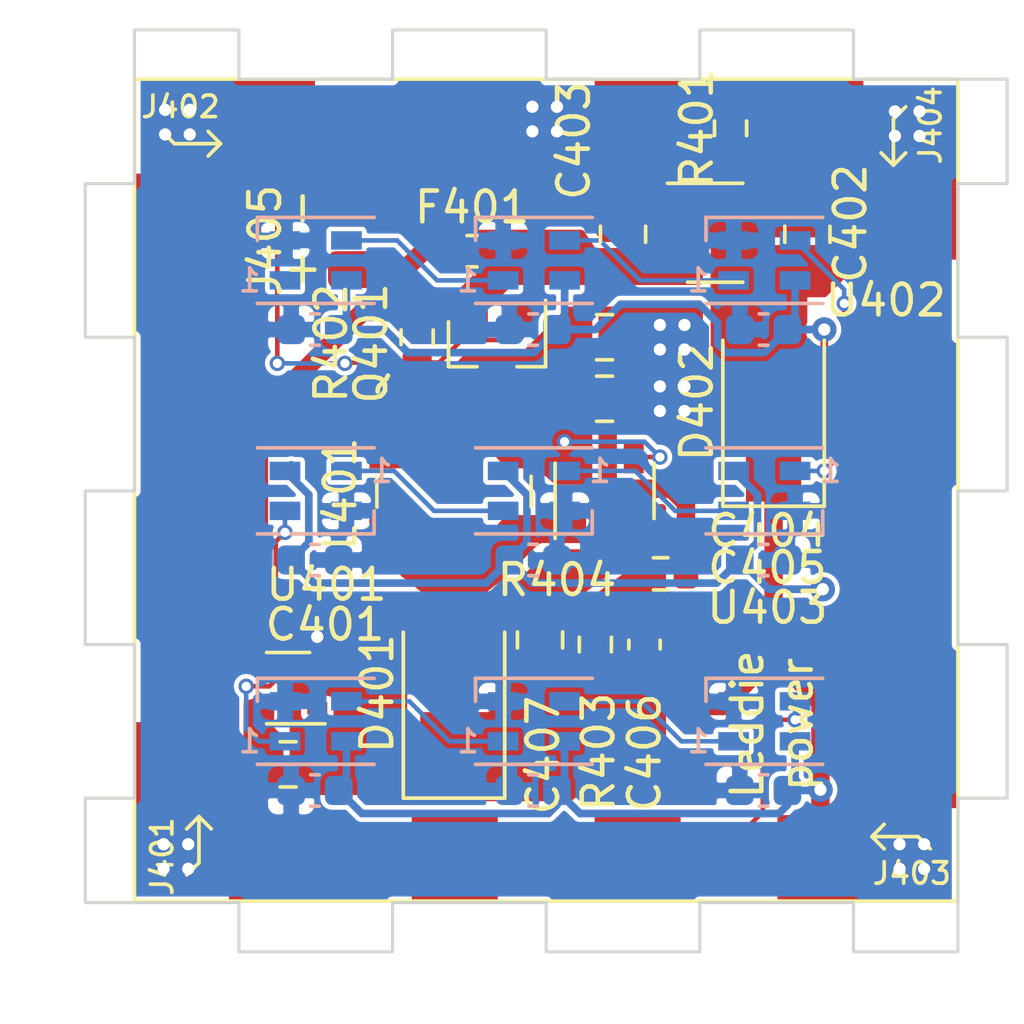
<source format=kicad_pcb>
(kicad_pcb (version 20171130) (host pcbnew 5.1.10)

  (general
    (thickness 1.6)
    (drawings 58)
    (tracks 235)
    (zones 0)
    (modules 42)
    (nets 26)
  )

  (page A4)
  (layers
    (0 F.Cu signal)
    (31 B.Cu signal)
    (32 B.Adhes user hide)
    (33 F.Adhes user hide)
    (34 B.Paste user)
    (35 F.Paste user hide)
    (36 B.SilkS user)
    (37 F.SilkS user hide)
    (38 B.Mask user)
    (39 F.Mask user hide)
    (40 Dwgs.User user)
    (41 Cmts.User user hide)
    (42 Eco1.User user hide)
    (43 Eco2.User user hide)
    (44 Edge.Cuts user)
    (45 Margin user hide)
    (46 B.CrtYd user)
    (47 F.CrtYd user hide)
    (48 B.Fab user)
    (49 F.Fab user hide)
  )

  (setup
    (last_trace_width 0.15)
    (user_trace_width 0.15)
    (user_trace_width 0.25)
    (user_trace_width 0.6)
    (trace_clearance 0.15)
    (zone_clearance 0.15)
    (zone_45_only no)
    (trace_min 0.15)
    (via_size 0.5)
    (via_drill 0.3)
    (via_min_size 0.4)
    (via_min_drill 0.3)
    (user_via 0.5 0.3)
    (uvia_size 0.3)
    (uvia_drill 0.1)
    (uvias_allowed no)
    (uvia_min_size 0.2)
    (uvia_min_drill 0.1)
    (edge_width 0.1)
    (segment_width 0.2)
    (pcb_text_width 0.3)
    (pcb_text_size 1.5 1.5)
    (mod_edge_width 0.15)
    (mod_text_size 1 1)
    (mod_text_width 0.15)
    (pad_size 1.524 1.524)
    (pad_drill 0.762)
    (pad_to_mask_clearance 0)
    (aux_axis_origin 0 0)
    (visible_elements FFFFFF7F)
    (pcbplotparams
      (layerselection 0x010fc_ffffffff)
      (usegerberextensions false)
      (usegerberattributes true)
      (usegerberadvancedattributes true)
      (creategerberjobfile true)
      (excludeedgelayer true)
      (linewidth 0.100000)
      (plotframeref false)
      (viasonmask false)
      (mode 1)
      (useauxorigin false)
      (hpglpennumber 1)
      (hpglpenspeed 20)
      (hpglpendiameter 15.000000)
      (psnegative false)
      (psa4output false)
      (plotreference true)
      (plotvalue true)
      (plotinvisibletext false)
      (padsonsilk false)
      (subtractmaskfromsilk false)
      (outputformat 1)
      (mirror false)
      (drillshape 1)
      (scaleselection 1)
      (outputdirectory ""))
  )

  (net 0 "")
  (net 1 GND)
  (net 2 VCPU)
  (net 3 VBUS)
  (net 4 +BATT)
  (net 5 "Net-(C406-Pad2)")
  (net 6 VLED)
  (net 7 "Net-(D701-Pad1)")
  (net 8 /LED_DIN)
  (net 9 "Net-(D702-Pad1)")
  (net 10 "Net-(D702-Pad3)")
  (net 11 "Net-(D703-Pad1)")
  (net 12 "Net-(D703-Pad3)")
  (net 13 "Net-(D704-Pad1)")
  (net 14 "Net-(D705-Pad1)")
  (net 15 "Net-(D706-Pad1)")
  (net 16 /led_substring_power/DOUT)
  (net 17 /~VLED_EN)
  (net 18 /~CHG_ACTIVE)
  (net 19 "Net-(J403-Pad3)")
  (net 20 "Net-(R401-Pad1)")
  (net 21 "Net-(U401-Pad3)")
  (net 22 "Net-(U401-Pad1)")
  (net 23 /smps_vin)
  (net 24 /smps_sw)
  (net 25 /BP)

  (net_class Default "This is the default net class."
    (clearance 0.15)
    (trace_width 0.15)
    (via_dia 0.5)
    (via_drill 0.3)
    (uvia_dia 0.3)
    (uvia_drill 0.1)
    (add_net /LED_DIN)
    (add_net /led_substring_power/DOUT)
    (add_net /~CHG_ACTIVE)
    (add_net /~VLED_EN)
    (add_net "Net-(C406-Pad2)")
    (add_net "Net-(D701-Pad1)")
    (add_net "Net-(D702-Pad1)")
    (add_net "Net-(D702-Pad3)")
    (add_net "Net-(D703-Pad1)")
    (add_net "Net-(D703-Pad3)")
    (add_net "Net-(D704-Pad1)")
    (add_net "Net-(D705-Pad1)")
    (add_net "Net-(D706-Pad1)")
    (add_net "Net-(J403-Pad3)")
    (add_net "Net-(R401-Pad1)")
    (add_net "Net-(U401-Pad1)")
    (add_net "Net-(U401-Pad3)")
  )

  (net_class Power ""
    (clearance 0.15)
    (trace_width 0.25)
    (via_dia 0.8)
    (via_drill 0.4)
    (uvia_dia 0.3)
    (uvia_drill 0.1)
    (add_net +BATT)
    (add_net /BP)
    (add_net /smps_sw)
    (add_net /smps_vin)
    (add_net GND)
    (add_net VBUS)
    (add_net VCPU)
    (add_net VLED)
  )

  (module leddie_parts:battery_connector (layer F.Cu) (tedit 60BCAF8B) (tstamp 60BCE56F)
    (at 152.2 91.6 90)
    (descr "JST PH series connector, S2B-PH-K (http://www.jst-mfg.com/product/pdf/eng/ePH.pdf), generated with kicad-footprint-generator")
    (tags "connector JST PH top entry")
    (path /60435FAB)
    (fp_text reference J405 (at 0.95 -3.15 90) (layer F.SilkS)
      (effects (font (size 1 1) (thickness 0.15)))
    )
    (fp_text value Battery (at 1.5 2.9 90) (layer F.Fab)
      (effects (font (size 1 1) (thickness 0.15)))
    )
    (fp_text user - (at 2 -2 90) (layer F.SilkS)
      (effects (font (size 1 1) (thickness 0.15)))
    )
    (fp_text user + (at 0 -2 90) (layer F.SilkS)
      (effects (font (size 1 1) (thickness 0.15)))
    )
    (pad 2 smd roundrect (at 2 0 90) (size 1.2 2.2) (layers F.Cu F.Paste F.Mask) (roundrect_rratio 0.208)
      (net 1 GND))
    (pad 1 smd roundrect (at 0 0 90) (size 1.2 2.2) (layers F.Cu F.Paste F.Mask) (roundrect_rratio 0.208)
      (net 25 /BP))
  )

  (module Package_TO_SOT_SMD:SOT-23-5 (layer F.Cu) (tedit 5A02FF57) (tstamp 60BCAE37)
    (at 160.1 98.8 90)
    (descr "5-pin SOT23 package")
    (tags SOT-23-5)
    (path /60465C0F)
    (attr smd)
    (fp_text reference U403 (at -3.8 5.3 180) (layer F.SilkS)
      (effects (font (size 1 1) (thickness 0.15)))
    )
    (fp_text value LM2735 (at 0 2.9 90) (layer F.Fab)
      (effects (font (size 1 1) (thickness 0.15)))
    )
    (fp_line (start -0.9 1.61) (end 0.9 1.61) (layer F.SilkS) (width 0.12))
    (fp_line (start 0.9 -1.61) (end -1.55 -1.61) (layer F.SilkS) (width 0.12))
    (fp_line (start -1.9 -1.8) (end 1.9 -1.8) (layer F.CrtYd) (width 0.05))
    (fp_line (start 1.9 -1.8) (end 1.9 1.8) (layer F.CrtYd) (width 0.05))
    (fp_line (start 1.9 1.8) (end -1.9 1.8) (layer F.CrtYd) (width 0.05))
    (fp_line (start -1.9 1.8) (end -1.9 -1.8) (layer F.CrtYd) (width 0.05))
    (fp_line (start -0.9 -0.9) (end -0.25 -1.55) (layer F.Fab) (width 0.1))
    (fp_line (start 0.9 -1.55) (end -0.25 -1.55) (layer F.Fab) (width 0.1))
    (fp_line (start -0.9 -0.9) (end -0.9 1.55) (layer F.Fab) (width 0.1))
    (fp_line (start 0.9 1.55) (end -0.9 1.55) (layer F.Fab) (width 0.1))
    (fp_line (start 0.9 -1.55) (end 0.9 1.55) (layer F.Fab) (width 0.1))
    (fp_text user %R (at 0 0) (layer F.Fab)
      (effects (font (size 0.5 0.5) (thickness 0.075)))
    )
    (pad 5 smd rect (at 1.1 -0.95 90) (size 1.06 0.65) (layers F.Cu F.Paste F.Mask)
      (net 23 /smps_vin))
    (pad 4 smd rect (at 1.1 0.95 90) (size 1.06 0.65) (layers F.Cu F.Paste F.Mask)
      (net 23 /smps_vin))
    (pad 3 smd rect (at -1.1 0.95 90) (size 1.06 0.65) (layers F.Cu F.Paste F.Mask)
      (net 5 "Net-(C406-Pad2)"))
    (pad 2 smd rect (at -1.1 0 90) (size 1.06 0.65) (layers F.Cu F.Paste F.Mask)
      (net 1 GND))
    (pad 1 smd rect (at -1.1 -0.95 90) (size 1.06 0.65) (layers F.Cu F.Paste F.Mask)
      (net 24 /smps_sw))
    (model ${KISYS3DMOD}/Package_TO_SOT_SMD.3dshapes/SOT-23-5.wrl
      (at (xyz 0 0 0))
      (scale (xyz 1 1 1))
      (rotate (xyz 0 0 0))
    )
  )

  (module Package_TO_SOT_SMD:SOT-23-5 (layer F.Cu) (tedit 5A02FF57) (tstamp 60BCAE22)
    (at 163.7 90.4)
    (descr "5-pin SOT23 package")
    (tags SOT-23-5)
    (path /604354DC)
    (attr smd)
    (fp_text reference U402 (at 5.55 2.2) (layer F.SilkS)
      (effects (font (size 1 1) (thickness 0.15)))
    )
    (fp_text value MCP73832-2 (at 0 2.9) (layer F.Fab)
      (effects (font (size 1 1) (thickness 0.15)))
    )
    (fp_line (start -0.9 1.61) (end 0.9 1.61) (layer F.SilkS) (width 0.12))
    (fp_line (start 0.9 -1.61) (end -1.55 -1.61) (layer F.SilkS) (width 0.12))
    (fp_line (start -1.9 -1.8) (end 1.9 -1.8) (layer F.CrtYd) (width 0.05))
    (fp_line (start 1.9 -1.8) (end 1.9 1.8) (layer F.CrtYd) (width 0.05))
    (fp_line (start 1.9 1.8) (end -1.9 1.8) (layer F.CrtYd) (width 0.05))
    (fp_line (start -1.9 1.8) (end -1.9 -1.8) (layer F.CrtYd) (width 0.05))
    (fp_line (start -0.9 -0.9) (end -0.25 -1.55) (layer F.Fab) (width 0.1))
    (fp_line (start 0.9 -1.55) (end -0.25 -1.55) (layer F.Fab) (width 0.1))
    (fp_line (start -0.9 -0.9) (end -0.9 1.55) (layer F.Fab) (width 0.1))
    (fp_line (start 0.9 1.55) (end -0.9 1.55) (layer F.Fab) (width 0.1))
    (fp_line (start 0.9 -1.55) (end 0.9 1.55) (layer F.Fab) (width 0.1))
    (fp_text user %R (at 0 0 90) (layer F.Fab)
      (effects (font (size 0.5 0.5) (thickness 0.075)))
    )
    (pad 5 smd rect (at 1.1 -0.95) (size 1.06 0.65) (layers F.Cu F.Paste F.Mask)
      (net 20 "Net-(R401-Pad1)"))
    (pad 4 smd rect (at 1.1 0.95) (size 1.06 0.65) (layers F.Cu F.Paste F.Mask)
      (net 3 VBUS))
    (pad 3 smd rect (at -1.1 0.95) (size 1.06 0.65) (layers F.Cu F.Paste F.Mask)
      (net 4 +BATT))
    (pad 2 smd rect (at -1.1 0) (size 1.06 0.65) (layers F.Cu F.Paste F.Mask)
      (net 1 GND))
    (pad 1 smd rect (at -1.1 -0.95) (size 1.06 0.65) (layers F.Cu F.Paste F.Mask)
      (net 18 /~CHG_ACTIVE))
    (model ${KISYS3DMOD}/Package_TO_SOT_SMD.3dshapes/SOT-23-5.wrl
      (at (xyz 0 0 0))
      (scale (xyz 1 1 1))
      (rotate (xyz 0 0 0))
    )
  )

  (module Package_TO_SOT_SMD:SOT-353_SC-70-5 (layer F.Cu) (tedit 5A02FF57) (tstamp 60BCAE0D)
    (at 149.8 105.22 180)
    (descr "SOT-353, SC-70-5")
    (tags "SOT-353 SC-70-5")
    (path /605A11F4)
    (attr smd)
    (fp_text reference U401 (at -1.25 3.37) (layer F.SilkS)
      (effects (font (size 1 1) (thickness 0.15)))
    )
    (fp_text value TPS71533__SC70 (at 0 2 180) (layer F.Fab)
      (effects (font (size 1 1) (thickness 0.15)))
    )
    (fp_line (start 0.7 -1.16) (end -1.2 -1.16) (layer F.SilkS) (width 0.12))
    (fp_line (start -0.7 1.16) (end 0.7 1.16) (layer F.SilkS) (width 0.12))
    (fp_line (start 1.6 1.4) (end 1.6 -1.4) (layer F.CrtYd) (width 0.05))
    (fp_line (start -1.6 -1.4) (end -1.6 1.4) (layer F.CrtYd) (width 0.05))
    (fp_line (start -1.6 -1.4) (end 1.6 -1.4) (layer F.CrtYd) (width 0.05))
    (fp_line (start 0.675 -1.1) (end -0.175 -1.1) (layer F.Fab) (width 0.1))
    (fp_line (start -0.675 -0.6) (end -0.675 1.1) (layer F.Fab) (width 0.1))
    (fp_line (start -1.6 1.4) (end 1.6 1.4) (layer F.CrtYd) (width 0.05))
    (fp_line (start 0.675 -1.1) (end 0.675 1.1) (layer F.Fab) (width 0.1))
    (fp_line (start 0.675 1.1) (end -0.675 1.1) (layer F.Fab) (width 0.1))
    (fp_line (start -0.175 -1.1) (end -0.675 -0.6) (layer F.Fab) (width 0.1))
    (fp_text user %R (at 0 0 90) (layer F.Fab)
      (effects (font (size 0.5 0.5) (thickness 0.075)))
    )
    (pad 5 smd rect (at 0.95 -0.65 180) (size 0.65 0.4) (layers F.Cu F.Paste F.Mask)
      (net 2 VCPU))
    (pad 4 smd rect (at 0.95 0.65 180) (size 0.65 0.4) (layers F.Cu F.Paste F.Mask)
      (net 4 +BATT))
    (pad 2 smd rect (at -0.95 0 180) (size 0.65 0.4) (layers F.Cu F.Paste F.Mask)
      (net 1 GND))
    (pad 3 smd rect (at -0.95 0.65 180) (size 0.65 0.4) (layers F.Cu F.Paste F.Mask)
      (net 21 "Net-(U401-Pad3)"))
    (pad 1 smd rect (at -0.95 -0.65 180) (size 0.65 0.4) (layers F.Cu F.Paste F.Mask)
      (net 22 "Net-(U401-Pad1)"))
    (model ${KISYS3DMOD}/Package_TO_SOT_SMD.3dshapes/SOT-353_SC-70-5.wrl
      (at (xyz 0 0 0))
      (scale (xyz 1 1 1))
      (rotate (xyz 0 0 0))
    )
  )

  (module Resistor_SMD:R_0603_1608Metric (layer F.Cu) (tedit 5F68FEEE) (tstamp 60BD22EB)
    (at 161.925 101.5)
    (descr "Resistor SMD 0603 (1608 Metric), square (rectangular) end terminal, IPC_7351 nominal, (Body size source: IPC-SM-782 page 72, https://www.pcb-3d.com/wordpress/wp-content/uploads/ipc-sm-782a_amendment_1_and_2.pdf), generated with kicad-footprint-generator")
    (tags resistor)
    (path /6046A4BC)
    (attr smd)
    (fp_text reference R404 (at -3.375 0.2) (layer F.SilkS)
      (effects (font (size 1 1) (thickness 0.15)))
    )
    (fp_text value 10k (at 0 1.43) (layer F.Fab)
      (effects (font (size 1 1) (thickness 0.15)))
    )
    (fp_line (start -0.8 0.4125) (end -0.8 -0.4125) (layer F.Fab) (width 0.1))
    (fp_line (start -0.8 -0.4125) (end 0.8 -0.4125) (layer F.Fab) (width 0.1))
    (fp_line (start 0.8 -0.4125) (end 0.8 0.4125) (layer F.Fab) (width 0.1))
    (fp_line (start 0.8 0.4125) (end -0.8 0.4125) (layer F.Fab) (width 0.1))
    (fp_line (start -0.237258 -0.5225) (end 0.237258 -0.5225) (layer F.SilkS) (width 0.12))
    (fp_line (start -0.237258 0.5225) (end 0.237258 0.5225) (layer F.SilkS) (width 0.12))
    (fp_line (start -1.48 0.73) (end -1.48 -0.73) (layer F.CrtYd) (width 0.05))
    (fp_line (start -1.48 -0.73) (end 1.48 -0.73) (layer F.CrtYd) (width 0.05))
    (fp_line (start 1.48 -0.73) (end 1.48 0.73) (layer F.CrtYd) (width 0.05))
    (fp_line (start 1.48 0.73) (end -1.48 0.73) (layer F.CrtYd) (width 0.05))
    (fp_text user %R (at 0 0) (layer F.Fab)
      (effects (font (size 0.4 0.4) (thickness 0.06)))
    )
    (pad 2 smd roundrect (at 0.825 0) (size 0.8 0.95) (layers F.Cu F.Paste F.Mask) (roundrect_rratio 0.25)
      (net 1 GND))
    (pad 1 smd roundrect (at -0.825 0) (size 0.8 0.95) (layers F.Cu F.Paste F.Mask) (roundrect_rratio 0.25)
      (net 5 "Net-(C406-Pad2)"))
    (model ${KISYS3DMOD}/Resistor_SMD.3dshapes/R_0603_1608Metric.wrl
      (at (xyz 0 0 0))
      (scale (xyz 1 1 1))
      (rotate (xyz 0 0 0))
    )
  )

  (module Resistor_SMD:R_0603_1608Metric (layer F.Cu) (tedit 5F68FEEE) (tstamp 60BCADE7)
    (at 159.8 103.8 90)
    (descr "Resistor SMD 0603 (1608 Metric), square (rectangular) end terminal, IPC_7351 nominal, (Body size source: IPC-SM-782 page 72, https://www.pcb-3d.com/wordpress/wp-content/uploads/ipc-sm-782a_amendment_1_and_2.pdf), generated with kicad-footprint-generator")
    (tags resistor)
    (path /6046A01E)
    (attr smd)
    (fp_text reference R403 (at -3.5 0.1 90) (layer F.SilkS)
      (effects (font (size 1 1) (thickness 0.15)))
    )
    (fp_text value 26k (at 0 1.43 90) (layer F.Fab)
      (effects (font (size 1 1) (thickness 0.15)))
    )
    (fp_line (start -0.8 0.4125) (end -0.8 -0.4125) (layer F.Fab) (width 0.1))
    (fp_line (start -0.8 -0.4125) (end 0.8 -0.4125) (layer F.Fab) (width 0.1))
    (fp_line (start 0.8 -0.4125) (end 0.8 0.4125) (layer F.Fab) (width 0.1))
    (fp_line (start 0.8 0.4125) (end -0.8 0.4125) (layer F.Fab) (width 0.1))
    (fp_line (start -0.237258 -0.5225) (end 0.237258 -0.5225) (layer F.SilkS) (width 0.12))
    (fp_line (start -0.237258 0.5225) (end 0.237258 0.5225) (layer F.SilkS) (width 0.12))
    (fp_line (start -1.48 0.73) (end -1.48 -0.73) (layer F.CrtYd) (width 0.05))
    (fp_line (start -1.48 -0.73) (end 1.48 -0.73) (layer F.CrtYd) (width 0.05))
    (fp_line (start 1.48 -0.73) (end 1.48 0.73) (layer F.CrtYd) (width 0.05))
    (fp_line (start 1.48 0.73) (end -1.48 0.73) (layer F.CrtYd) (width 0.05))
    (fp_text user %R (at 0 0 90) (layer F.Fab)
      (effects (font (size 0.4 0.4) (thickness 0.06)))
    )
    (pad 2 smd roundrect (at 0.825 0 90) (size 0.8 0.95) (layers F.Cu F.Paste F.Mask) (roundrect_rratio 0.25)
      (net 5 "Net-(C406-Pad2)"))
    (pad 1 smd roundrect (at -0.825 0 90) (size 0.8 0.95) (layers F.Cu F.Paste F.Mask) (roundrect_rratio 0.25)
      (net 6 VLED))
    (model ${KISYS3DMOD}/Resistor_SMD.3dshapes/R_0603_1608Metric.wrl
      (at (xyz 0 0 0))
      (scale (xyz 1 1 1))
      (rotate (xyz 0 0 0))
    )
  )

  (module Resistor_SMD:R_0603_1608Metric (layer F.Cu) (tedit 5F68FEEE) (tstamp 60BCADD6)
    (at 154 93.8 90)
    (descr "Resistor SMD 0603 (1608 Metric), square (rectangular) end terminal, IPC_7351 nominal, (Body size source: IPC-SM-782 page 72, https://www.pcb-3d.com/wordpress/wp-content/uploads/ipc-sm-782a_amendment_1_and_2.pdf), generated with kicad-footprint-generator")
    (tags resistor)
    (path /604F2B02)
    (attr smd)
    (fp_text reference R402 (at -0.2 -2.8 90) (layer F.SilkS)
      (effects (font (size 1 1) (thickness 0.15)))
    )
    (fp_text value 10k (at 0 1.43 90) (layer F.Fab)
      (effects (font (size 1 1) (thickness 0.15)))
    )
    (fp_line (start -0.8 0.4125) (end -0.8 -0.4125) (layer F.Fab) (width 0.1))
    (fp_line (start -0.8 -0.4125) (end 0.8 -0.4125) (layer F.Fab) (width 0.1))
    (fp_line (start 0.8 -0.4125) (end 0.8 0.4125) (layer F.Fab) (width 0.1))
    (fp_line (start 0.8 0.4125) (end -0.8 0.4125) (layer F.Fab) (width 0.1))
    (fp_line (start -0.237258 -0.5225) (end 0.237258 -0.5225) (layer F.SilkS) (width 0.12))
    (fp_line (start -0.237258 0.5225) (end 0.237258 0.5225) (layer F.SilkS) (width 0.12))
    (fp_line (start -1.48 0.73) (end -1.48 -0.73) (layer F.CrtYd) (width 0.05))
    (fp_line (start -1.48 -0.73) (end 1.48 -0.73) (layer F.CrtYd) (width 0.05))
    (fp_line (start 1.48 -0.73) (end 1.48 0.73) (layer F.CrtYd) (width 0.05))
    (fp_line (start 1.48 0.73) (end -1.48 0.73) (layer F.CrtYd) (width 0.05))
    (fp_text user %R (at 0 0 90) (layer F.Fab)
      (effects (font (size 0.4 0.4) (thickness 0.06)))
    )
    (pad 2 smd roundrect (at 0.825 0 90) (size 0.8 0.95) (layers F.Cu F.Paste F.Mask) (roundrect_rratio 0.25)
      (net 4 +BATT))
    (pad 1 smd roundrect (at -0.825 0 90) (size 0.8 0.95) (layers F.Cu F.Paste F.Mask) (roundrect_rratio 0.25)
      (net 17 /~VLED_EN))
    (model ${KISYS3DMOD}/Resistor_SMD.3dshapes/R_0603_1608Metric.wrl
      (at (xyz 0 0 0))
      (scale (xyz 1 1 1))
      (rotate (xyz 0 0 0))
    )
  )

  (module Resistor_SMD:R_0603_1608Metric (layer F.Cu) (tedit 5F68FEEE) (tstamp 60BCD1DF)
    (at 164.2 87 90)
    (descr "Resistor SMD 0603 (1608 Metric), square (rectangular) end terminal, IPC_7351 nominal, (Body size source: IPC-SM-782 page 72, https://www.pcb-3d.com/wordpress/wp-content/uploads/ipc-sm-782a_amendment_1_and_2.pdf), generated with kicad-footprint-generator")
    (tags resistor)
    (path /6043E48C)
    (attr smd)
    (fp_text reference R401 (at 0 -1.1 90) (layer F.SilkS)
      (effects (font (size 1 1) (thickness 0.15)))
    )
    (fp_text value 4k7 (at 0 1.43 90) (layer F.Fab)
      (effects (font (size 1 1) (thickness 0.15)))
    )
    (fp_line (start -0.8 0.4125) (end -0.8 -0.4125) (layer F.Fab) (width 0.1))
    (fp_line (start -0.8 -0.4125) (end 0.8 -0.4125) (layer F.Fab) (width 0.1))
    (fp_line (start 0.8 -0.4125) (end 0.8 0.4125) (layer F.Fab) (width 0.1))
    (fp_line (start 0.8 0.4125) (end -0.8 0.4125) (layer F.Fab) (width 0.1))
    (fp_line (start -0.237258 -0.5225) (end 0.237258 -0.5225) (layer F.SilkS) (width 0.12))
    (fp_line (start -0.237258 0.5225) (end 0.237258 0.5225) (layer F.SilkS) (width 0.12))
    (fp_line (start -1.48 0.73) (end -1.48 -0.73) (layer F.CrtYd) (width 0.05))
    (fp_line (start -1.48 -0.73) (end 1.48 -0.73) (layer F.CrtYd) (width 0.05))
    (fp_line (start 1.48 -0.73) (end 1.48 0.73) (layer F.CrtYd) (width 0.05))
    (fp_line (start 1.48 0.73) (end -1.48 0.73) (layer F.CrtYd) (width 0.05))
    (fp_text user %R (at 0 0 90) (layer F.Fab)
      (effects (font (size 0.4 0.4) (thickness 0.06)))
    )
    (pad 2 smd roundrect (at 0.825 0 90) (size 0.8 0.95) (layers F.Cu F.Paste F.Mask) (roundrect_rratio 0.25)
      (net 1 GND))
    (pad 1 smd roundrect (at -0.825 0 90) (size 0.8 0.95) (layers F.Cu F.Paste F.Mask) (roundrect_rratio 0.25)
      (net 20 "Net-(R401-Pad1)"))
    (model ${KISYS3DMOD}/Resistor_SMD.3dshapes/R_0603_1608Metric.wrl
      (at (xyz 0 0 0))
      (scale (xyz 1 1 1))
      (rotate (xyz 0 0 0))
    )
  )

  (module Package_TO_SOT_SMD:SOT-23 (layer F.Cu) (tedit 5A02FF57) (tstamp 60BCADB4)
    (at 156.6 94 270)
    (descr "SOT-23, Standard")
    (tags SOT-23)
    (path /6050E25F)
    (attr smd)
    (fp_text reference Q401 (at 0 4.1 90) (layer F.SilkS)
      (effects (font (size 1 1) (thickness 0.15)))
    )
    (fp_text value NTR4171P (at 0 2.5 90) (layer F.Fab)
      (effects (font (size 1 1) (thickness 0.15)))
    )
    (fp_line (start -0.7 -0.95) (end -0.7 1.5) (layer F.Fab) (width 0.1))
    (fp_line (start -0.15 -1.52) (end 0.7 -1.52) (layer F.Fab) (width 0.1))
    (fp_line (start -0.7 -0.95) (end -0.15 -1.52) (layer F.Fab) (width 0.1))
    (fp_line (start 0.7 -1.52) (end 0.7 1.52) (layer F.Fab) (width 0.1))
    (fp_line (start -0.7 1.52) (end 0.7 1.52) (layer F.Fab) (width 0.1))
    (fp_line (start 0.76 1.58) (end 0.76 0.65) (layer F.SilkS) (width 0.12))
    (fp_line (start 0.76 -1.58) (end 0.76 -0.65) (layer F.SilkS) (width 0.12))
    (fp_line (start -1.7 -1.75) (end 1.7 -1.75) (layer F.CrtYd) (width 0.05))
    (fp_line (start 1.7 -1.75) (end 1.7 1.75) (layer F.CrtYd) (width 0.05))
    (fp_line (start 1.7 1.75) (end -1.7 1.75) (layer F.CrtYd) (width 0.05))
    (fp_line (start -1.7 1.75) (end -1.7 -1.75) (layer F.CrtYd) (width 0.05))
    (fp_line (start 0.76 -1.58) (end -1.4 -1.58) (layer F.SilkS) (width 0.12))
    (fp_line (start 0.76 1.58) (end -0.7 1.58) (layer F.SilkS) (width 0.12))
    (fp_text user %R (at 0 0) (layer F.Fab)
      (effects (font (size 0.5 0.5) (thickness 0.075)))
    )
    (pad 3 smd rect (at 1 0 270) (size 0.9 0.8) (layers F.Cu F.Paste F.Mask)
      (net 23 /smps_vin))
    (pad 2 smd rect (at -1 0.95 270) (size 0.9 0.8) (layers F.Cu F.Paste F.Mask)
      (net 4 +BATT))
    (pad 1 smd rect (at -1 -0.95 270) (size 0.9 0.8) (layers F.Cu F.Paste F.Mask)
      (net 17 /~VLED_EN))
    (model ${KISYS3DMOD}/Package_TO_SOT_SMD.3dshapes/SOT-23.wrl
      (at (xyz 0 0 0))
      (scale (xyz 1 1 1))
      (rotate (xyz 0 0 0))
    )
  )

  (module Inductor_SMD:L_Coilcraft_LPS5030 (layer F.Cu) (tedit 5C4CB0C4) (tstamp 60BCAD9F)
    (at 155.2 98.8275 270)
    (descr "Shielded Power Inductor SMD, Coilcraft LPS5030, https://www.coilcraft.com/pdfs/lps5030.pdf, StepUp generated footprint")
    (tags inductor)
    (path /60467AC9)
    (attr smd)
    (fp_text reference L401 (at 0.0725 3.7 90) (layer F.SilkS)
      (effects (font (size 1 1) (thickness 0.15)))
    )
    (fp_text value 33u (at 0 3.8 90) (layer F.Fab)
      (effects (font (size 0.8 0.8) (thickness 0.12)))
    )
    (fp_line (start -0.5 -2.51) (end 0.5 -2.51) (layer F.SilkS) (width 0.12))
    (fp_line (start -0.5 2.51) (end 0.5 2.51) (layer F.SilkS) (width 0.12))
    (fp_line (start -1.4 -2.4) (end 1.4 -2.4) (layer F.Fab) (width 0.1))
    (fp_line (start 2.4 -1.4) (end 2.4 1.4) (layer F.Fab) (width 0.1))
    (fp_line (start 1.4 2.4) (end -1.4 2.4) (layer F.Fab) (width 0.1))
    (fp_line (start -2.4 1.4) (end -2.4 -1.4) (layer F.Fab) (width 0.1))
    (fp_line (start -2.4 -1.4) (end -1.4 -2.4) (layer F.Fab) (width 0.1))
    (fp_line (start 1.4 -2.4) (end 2.4 -1.4) (layer F.Fab) (width 0.1))
    (fp_line (start 2.4 1.4) (end 1.4 2.4) (layer F.Fab) (width 0.1))
    (fp_line (start -2.4 1.4) (end -1.4 2.4) (layer F.Fab) (width 0.1))
    (fp_line (start -3.01 -1.8) (end -1.8 -3.01) (layer F.CrtYd) (width 0.05))
    (fp_line (start -1.8 -3.01) (end 1.8 -3.01) (layer F.CrtYd) (width 0.05))
    (fp_line (start 1.8 -3.01) (end 3.01 -1.8) (layer F.CrtYd) (width 0.05))
    (fp_line (start 3.01 -1.8) (end 3.01 1.8) (layer F.CrtYd) (width 0.05))
    (fp_line (start 3.01 1.8) (end 1.8 3.01) (layer F.CrtYd) (width 0.05))
    (fp_line (start 1.8 3.01) (end -1.8 3.01) (layer F.CrtYd) (width 0.05))
    (fp_line (start -1.8 3.01) (end -3.01 1.8) (layer F.CrtYd) (width 0.05))
    (fp_line (start -3.01 1.8) (end -3.01 -1.8) (layer F.CrtYd) (width 0.05))
    (fp_text user %R (at 0 0 90) (layer F.Fab)
      (effects (font (size 1 1) (thickness 0.15)))
    )
    (pad 2 smd custom (at 2.2275 0 270) (size 1.055 3.4) (layers F.Cu F.Paste F.Mask)
      (net 24 /smps_sw) (zone_connect 2)
      (options (clearance outline) (anchor rect))
      (primitives
        (gr_poly (pts
           (xy -1.4675 -1.7) (xy -0.5275 -0.8445) (xy -0.5275 0.8445) (xy -1.4675 1.7) (xy -1.4675 2.755)
           (xy -0.5275 2.755) (xy 0.5275 1.7) (xy 0.5275 -1.7) (xy -0.5275 -2.755) (xy -1.4675 -2.755)
) (width 0))
      ))
    (pad 1 smd custom (at -2.2275 0 270) (size 1.055 3.4) (layers F.Cu F.Paste F.Mask)
      (net 23 /smps_vin) (zone_connect 2)
      (options (clearance outline) (anchor rect))
      (primitives
        (gr_poly (pts
           (xy 1.4675 -1.7) (xy 0.5275 -0.8445) (xy 0.5275 0.8445) (xy 1.4675 1.7) (xy 1.4675 2.755)
           (xy 0.5275 2.755) (xy -0.5275 1.7) (xy -0.5275 -1.7) (xy 0.5275 -2.755) (xy 1.4675 -2.755)
) (width 0))
      ))
    (model ${KISYS3DMOD}/Inductor_SMD.3dshapes/L_Coilcraft_LPS5030.wrl
      (at (xyz 0 0 0))
      (scale (xyz 1 1 1))
      (rotate (xyz 0 0 0))
    )
  )

  (module leddie_parts:leddie_edgecon_lim (layer F.Cu) (tedit 604DDF45) (tstamp 60BCB5F8)
    (at 170.1 98.8)
    (path /60674455)
    (fp_text reference J404 (at 0.6 -11.9 90) (layer F.SilkS)
      (effects (font (size 0.7 0.7) (thickness 0.12)))
    )
    (fp_text value edgecon_right (at 2.5 6.3 90) (layer F.Fab)
      (effects (font (size 1 1) (thickness 0.15)))
    )
    (fp_line (start 1.3 -7.45) (end 1.3 -4.45) (layer Cmts.User) (width 0.12))
    (fp_line (start 1.2 -10.4) (end 1.2 -7.45) (layer Cmts.User) (width 0.12))
    (fp_line (start 1.3 -13.4) (end 1.3 -10.4) (layer Cmts.User) (width 0.12))
    (fp_line (start 1.5 -13.4) (end 1.5 13.4) (layer F.SilkS) (width 0.12))
    (fp_line (start -0.2 -12.5) (end -0.6 -12.1) (layer F.SilkS) (width 0.12))
    (fp_line (start -0.6 -12.1) (end -0.6 -10.6) (layer F.SilkS) (width 0.12))
    (fp_line (start -0.6 -10.6) (end -1 -11) (layer F.SilkS) (width 0.12))
    (fp_line (start -0.6 -10.6) (end -0.2 -11) (layer F.SilkS) (width 0.12))
    (fp_text user "2.95 mm pad, 3 mm spacing" (at 4.3 2.1 90) (layer Cmts.User) hide
      (effects (font (size 1 1) (thickness 0.15)))
    )
    (pad 4 smd rect (at 0.1 8.925) (size 2.8 2.8) (layers F.Cu F.Paste F.Mask)
      (net 1 GND))
    (pad 1 smd rect (at 0.1 -8.925) (size 2.8 2.8) (layers F.Cu F.Paste F.Mask)
      (net 3 VBUS))
  )

  (module leddie_parts:leddie_edgecon (layer F.Cu) (tedit 604DCD87) (tstamp 60BCAD48)
    (at 158.2 110.65 270)
    (path /60674467)
    (fp_text reference J403 (at 0.6 -11.9) (layer F.SilkS)
      (effects (font (size 0.7 0.7) (thickness 0.12)))
    )
    (fp_text value edgecon_bottom (at 2.5 7.6) (layer F.Fab)
      (effects (font (size 1 1) (thickness 0.15)))
    )
    (fp_line (start 1.3 -7.45) (end 1.3 -4.45) (layer Cmts.User) (width 0.12))
    (fp_line (start 1.2 -10.4) (end 1.2 -7.45) (layer Cmts.User) (width 0.12))
    (fp_line (start 1.3 -13.4) (end 1.3 -10.4) (layer Cmts.User) (width 0.12))
    (fp_line (start 1.5 -13.4) (end 1.5 13.4) (layer F.SilkS) (width 0.12))
    (fp_line (start -0.2 -12.5) (end -0.6 -12.1) (layer F.SilkS) (width 0.12))
    (fp_line (start -0.6 -12.1) (end -0.6 -10.6) (layer F.SilkS) (width 0.12))
    (fp_line (start -0.6 -10.6) (end -1 -11) (layer F.SilkS) (width 0.12))
    (fp_line (start -0.6 -10.6) (end -0.2 -11) (layer F.SilkS) (width 0.12))
    (fp_text user "2.95 mm pad, 3 mm spacing" (at 4.3 2.1) (layer Cmts.User) hide
      (effects (font (size 1 1) (thickness 0.15)))
    )
    (pad 3 smd rect (at 0.1 2.975 270) (size 2.8 2.8) (layers F.Cu F.Paste F.Mask)
      (net 19 "Net-(J403-Pad3)"))
    (pad 4 smd rect (at 0.1 8.925 270) (size 2.8 2.8) (layers F.Cu F.Paste F.Mask)
      (net 1 GND))
    (pad 2 smd rect (at 0.1 -2.975 270) (size 2.8 2.8) (layers F.Cu F.Paste F.Mask)
      (net 8 /LED_DIN))
    (pad 1 smd rect (at 0.1 -8.925 270) (size 2.8 2.8) (layers F.Cu F.Paste F.Mask)
      (net 6 VLED))
  )

  (module leddie_parts:leddie_edgecon (layer F.Cu) (tedit 604DCD87) (tstamp 60BCAD37)
    (at 158.2 86.9 90)
    (path /6067445B)
    (fp_text reference J402 (at 0.6 -11.9) (layer F.SilkS)
      (effects (font (size 0.7 0.7) (thickness 0.12)))
    )
    (fp_text value edgecon_top (at 2.5 7.6) (layer F.Fab)
      (effects (font (size 1 1) (thickness 0.15)))
    )
    (fp_line (start 1.3 -7.45) (end 1.3 -4.45) (layer Cmts.User) (width 0.12))
    (fp_line (start 1.2 -10.4) (end 1.2 -7.45) (layer Cmts.User) (width 0.12))
    (fp_line (start 1.3 -13.4) (end 1.3 -10.4) (layer Cmts.User) (width 0.12))
    (fp_line (start 1.5 -13.4) (end 1.5 13.4) (layer F.SilkS) (width 0.12))
    (fp_line (start -0.2 -12.5) (end -0.6 -12.1) (layer F.SilkS) (width 0.12))
    (fp_line (start -0.6 -12.1) (end -0.6 -10.6) (layer F.SilkS) (width 0.12))
    (fp_line (start -0.6 -10.6) (end -1 -11) (layer F.SilkS) (width 0.12))
    (fp_line (start -0.6 -10.6) (end -0.2 -11) (layer F.SilkS) (width 0.12))
    (fp_text user "2.95 mm pad, 3 mm spacing" (at 4.3 2.1) (layer Cmts.User) hide
      (effects (font (size 1 1) (thickness 0.15)))
    )
    (pad 3 smd rect (at 0.1 2.975 90) (size 2.8 2.8) (layers F.Cu F.Paste F.Mask)
      (net 18 /~CHG_ACTIVE))
    (pad 4 smd rect (at 0.1 8.925 90) (size 2.8 2.8) (layers F.Cu F.Paste F.Mask)
      (net 1 GND))
    (pad 2 smd rect (at 0.1 -2.975 90) (size 2.8 2.8) (layers F.Cu F.Paste F.Mask)
      (net 17 /~VLED_EN))
    (pad 1 smd rect (at 0.1 -8.925 90) (size 2.8 2.8) (layers F.Cu F.Paste F.Mask)
      (net 4 +BATT))
  )

  (module leddie_parts:leddie_edgecon_lim (layer F.Cu) (tedit 604DDF45) (tstamp 60BCAD26)
    (at 146.3 98.8 180)
    (path /60674461)
    (fp_text reference J401 (at 0.6 -11.9 90) (layer F.SilkS)
      (effects (font (size 0.7 0.7) (thickness 0.12)))
    )
    (fp_text value edgecon_left (at 2.5 6.3 90) (layer F.Fab)
      (effects (font (size 1 1) (thickness 0.15)))
    )
    (fp_line (start 1.3 -7.45) (end 1.3 -4.45) (layer Cmts.User) (width 0.12))
    (fp_line (start 1.2 -10.4) (end 1.2 -7.45) (layer Cmts.User) (width 0.12))
    (fp_line (start 1.3 -13.4) (end 1.3 -10.4) (layer Cmts.User) (width 0.12))
    (fp_line (start 1.5 -13.4) (end 1.5 13.4) (layer F.SilkS) (width 0.12))
    (fp_line (start -0.2 -12.5) (end -0.6 -12.1) (layer F.SilkS) (width 0.12))
    (fp_line (start -0.6 -12.1) (end -0.6 -10.6) (layer F.SilkS) (width 0.12))
    (fp_line (start -0.6 -10.6) (end -1 -11) (layer F.SilkS) (width 0.12))
    (fp_line (start -0.6 -10.6) (end -0.2 -11) (layer F.SilkS) (width 0.12))
    (fp_text user "2.95 mm pad, 3 mm spacing" (at 4.3 2.1 90) (layer Cmts.User) hide
      (effects (font (size 1 1) (thickness 0.15)))
    )
    (pad 4 smd rect (at 0.1 8.925 180) (size 2.8 2.8) (layers F.Cu F.Paste F.Mask)
      (net 1 GND))
    (pad 1 smd rect (at 0.1 -8.925 180) (size 2.8 2.8) (layers F.Cu F.Paste F.Mask)
      (net 2 VCPU))
  )

  (module Fuse:Fuse_0603_1608Metric (layer F.Cu) (tedit 5F68FEF1) (tstamp 60BD2912)
    (at 155.7875 91)
    (descr "Fuse SMD 0603 (1608 Metric), square (rectangular) end terminal, IPC_7351 nominal, (Body size source: http://www.tortai-tech.com/upload/download/2011102023233369053.pdf), generated with kicad-footprint-generator")
    (tags fuse)
    (path /6045FD58)
    (attr smd)
    (fp_text reference F401 (at 0 -1.43) (layer F.SilkS)
      (effects (font (size 1 1) (thickness 0.15)))
    )
    (fp_text value 2.5A (at 0 1.43) (layer F.Fab)
      (effects (font (size 1 1) (thickness 0.15)))
    )
    (fp_line (start -0.8 0.4) (end -0.8 -0.4) (layer F.Fab) (width 0.1))
    (fp_line (start -0.8 -0.4) (end 0.8 -0.4) (layer F.Fab) (width 0.1))
    (fp_line (start 0.8 -0.4) (end 0.8 0.4) (layer F.Fab) (width 0.1))
    (fp_line (start 0.8 0.4) (end -0.8 0.4) (layer F.Fab) (width 0.1))
    (fp_line (start -0.162779 -0.51) (end 0.162779 -0.51) (layer F.SilkS) (width 0.12))
    (fp_line (start -0.162779 0.51) (end 0.162779 0.51) (layer F.SilkS) (width 0.12))
    (fp_line (start -1.48 0.73) (end -1.48 -0.73) (layer F.CrtYd) (width 0.05))
    (fp_line (start -1.48 -0.73) (end 1.48 -0.73) (layer F.CrtYd) (width 0.05))
    (fp_line (start 1.48 -0.73) (end 1.48 0.73) (layer F.CrtYd) (width 0.05))
    (fp_line (start 1.48 0.73) (end -1.48 0.73) (layer F.CrtYd) (width 0.05))
    (fp_text user %R (at 0 0) (layer F.Fab)
      (effects (font (size 0.4 0.4) (thickness 0.06)))
    )
    (pad 2 smd roundrect (at 0.7875 0) (size 0.875 0.95) (layers F.Cu F.Paste F.Mask) (roundrect_rratio 0.25)
      (net 4 +BATT))
    (pad 1 smd roundrect (at -0.7875 0) (size 0.875 0.95) (layers F.Cu F.Paste F.Mask) (roundrect_rratio 0.25)
      (net 25 /BP))
    (model ${KISYS3DMOD}/Fuse.3dshapes/Fuse_0603_1608Metric.wrl
      (at (xyz 0 0 0))
      (scale (xyz 1 1 1))
      (rotate (xyz 0 0 0))
    )
  )

  (module LED_SMD:LED_SK6805_PLCC4_2.4x2.7mm_P1.3mm (layer B.Cu) (tedit 5AA4B1EE) (tstamp 60C50F92)
    (at 150.7 91.3)
    (descr https://cdn-shop.adafruit.com/product-files/3484/3484_Datasheet.pdf)
    (tags "LED RGB NeoPixel Nano")
    (path /6058E11E/605D0E99)
    (attr smd)
    (fp_text reference D709 (at 0 2.2) (layer B.SilkS) hide
      (effects (font (size 1 1) (thickness 0.15)) (justify mirror))
    )
    (fp_text value SK6805 (at 0 -2.7) (layer B.Fab)
      (effects (font (size 1 1) (thickness 0.15)) (justify mirror))
    )
    (fp_line (start 1.75 1.45) (end -1.75 1.45) (layer B.CrtYd) (width 0.05))
    (fp_line (start 1.75 -1.45) (end 1.75 1.45) (layer B.CrtYd) (width 0.05))
    (fp_line (start -1.75 -1.45) (end 1.75 -1.45) (layer B.CrtYd) (width 0.05))
    (fp_line (start -1.75 1.45) (end -1.75 -1.45) (layer B.CrtYd) (width 0.05))
    (fp_line (start -1.35 -0.6) (end -0.75 -1.2) (layer B.Fab) (width 0.1))
    (fp_line (start -1.35 1.2) (end -1.35 -1.2) (layer B.Fab) (width 0.1))
    (fp_line (start -1.35 -1.2) (end 1.35 -1.2) (layer B.Fab) (width 0.1))
    (fp_line (start 1.35 -1.2) (end 1.35 1.2) (layer B.Fab) (width 0.1))
    (fp_line (start 1.35 1.2) (end -1.35 1.2) (layer B.Fab) (width 0.1))
    (fp_line (start -1.9 1.4) (end 1.9 1.4) (layer B.SilkS) (width 0.12))
    (fp_line (start -1.9 -1.4) (end 1.9 -1.4) (layer B.SilkS) (width 0.12))
    (fp_line (start -1.9 -1.4) (end -1.9 -0.65) (layer B.SilkS) (width 0.12))
    (fp_circle (center 0 0) (end 0 1) (layer B.Fab) (width 0.1))
    (fp_text user %R (at 0 0) (layer B.Fab)
      (effects (font (size 0.4 0.4) (thickness 0.08)) (justify mirror))
    )
    (fp_text user 1 (at -2.15 0.65) (layer B.SilkS)
      (effects (font (size 0.75 0.75) (thickness 0.12)) (justify mirror))
    )
    (pad 1 smd rect (at -1 0.65) (size 1 0.6) (layers B.Cu B.Paste B.Mask)
      (net 16 /led_substring_power/DOUT))
    (pad 2 smd rect (at -1 -0.65) (size 1 0.6) (layers B.Cu B.Paste B.Mask)
      (net 1 GND))
    (pad 4 smd rect (at 1 0.65) (size 1 0.6) (layers B.Cu B.Paste B.Mask)
      (net 6 VLED))
    (pad 3 smd rect (at 1 -0.65) (size 1 0.6) (layers B.Cu B.Paste B.Mask)
      (net 15 "Net-(D706-Pad1)"))
    (model ${KISYS3DMOD}/LED_SMD.3dshapes/LED_SK6805_PLCC4_2.4x2.7mm_P1.3mm.wrl
      (at (xyz 0 0 0))
      (scale (xyz 1 1 1))
      (rotate (xyz 0 0 0))
    )
  )

  (module LED_SMD:LED_SK6805_PLCC4_2.4x2.7mm_P1.3mm (layer B.Cu) (tedit 5AA4B1EE) (tstamp 60C513CE)
    (at 165.3 98.8 180)
    (descr https://cdn-shop.adafruit.com/product-files/3484/3484_Datasheet.pdf)
    (tags "LED RGB NeoPixel Nano")
    (path /6058E11E/605BB090)
    (attr smd)
    (fp_text reference D708 (at 0 2.2) (layer B.SilkS) hide
      (effects (font (size 1 1) (thickness 0.15)) (justify mirror))
    )
    (fp_text value SK6805 (at 0 -2.7) (layer B.Fab)
      (effects (font (size 1 1) (thickness 0.15)) (justify mirror))
    )
    (fp_line (start 1.75 1.45) (end -1.75 1.45) (layer B.CrtYd) (width 0.05))
    (fp_line (start 1.75 -1.45) (end 1.75 1.45) (layer B.CrtYd) (width 0.05))
    (fp_line (start -1.75 -1.45) (end 1.75 -1.45) (layer B.CrtYd) (width 0.05))
    (fp_line (start -1.75 1.45) (end -1.75 -1.45) (layer B.CrtYd) (width 0.05))
    (fp_line (start -1.35 -0.6) (end -0.75 -1.2) (layer B.Fab) (width 0.1))
    (fp_line (start -1.35 1.2) (end -1.35 -1.2) (layer B.Fab) (width 0.1))
    (fp_line (start -1.35 -1.2) (end 1.35 -1.2) (layer B.Fab) (width 0.1))
    (fp_line (start 1.35 -1.2) (end 1.35 1.2) (layer B.Fab) (width 0.1))
    (fp_line (start 1.35 1.2) (end -1.35 1.2) (layer B.Fab) (width 0.1))
    (fp_line (start -1.9 1.4) (end 1.9 1.4) (layer B.SilkS) (width 0.12))
    (fp_line (start -1.9 -1.4) (end 1.9 -1.4) (layer B.SilkS) (width 0.12))
    (fp_line (start -1.9 -1.4) (end -1.9 -0.65) (layer B.SilkS) (width 0.12))
    (fp_circle (center 0 0) (end 0 1) (layer B.Fab) (width 0.1))
    (fp_text user %R (at 0 0) (layer B.Fab)
      (effects (font (size 0.4 0.4) (thickness 0.08)) (justify mirror))
    )
    (fp_text user 1 (at -2.15 0.65) (layer B.SilkS)
      (effects (font (size 0.75 0.75) (thickness 0.12)) (justify mirror))
    )
    (pad 1 smd rect (at -1 0.65 180) (size 1 0.6) (layers B.Cu B.Paste B.Mask)
      (net 12 "Net-(D703-Pad3)"))
    (pad 2 smd rect (at -1 -0.65 180) (size 1 0.6) (layers B.Cu B.Paste B.Mask)
      (net 1 GND))
    (pad 4 smd rect (at 1 0.65 180) (size 1 0.6) (layers B.Cu B.Paste B.Mask)
      (net 6 VLED))
    (pad 3 smd rect (at 1 -0.65 180) (size 1 0.6) (layers B.Cu B.Paste B.Mask)
      (net 14 "Net-(D705-Pad1)"))
    (model ${KISYS3DMOD}/LED_SMD.3dshapes/LED_SK6805_PLCC4_2.4x2.7mm_P1.3mm.wrl
      (at (xyz 0 0 0))
      (scale (xyz 1 1 1))
      (rotate (xyz 0 0 0))
    )
  )

  (module LED_SMD:LED_SK6805_PLCC4_2.4x2.7mm_P1.3mm (layer B.Cu) (tedit 5AA4B1EE) (tstamp 60C510A6)
    (at 150.7 106.3)
    (descr https://cdn-shop.adafruit.com/product-files/3484/3484_Datasheet.pdf)
    (tags "LED RGB NeoPixel Nano")
    (path /6058E11E/6059DA5A)
    (attr smd)
    (fp_text reference D707 (at 0 2.2) (layer B.SilkS) hide
      (effects (font (size 1 1) (thickness 0.15)) (justify mirror))
    )
    (fp_text value SK6805 (at 0 -2.7) (layer B.Fab)
      (effects (font (size 1 1) (thickness 0.15)) (justify mirror))
    )
    (fp_line (start 1.75 1.45) (end -1.75 1.45) (layer B.CrtYd) (width 0.05))
    (fp_line (start 1.75 -1.45) (end 1.75 1.45) (layer B.CrtYd) (width 0.05))
    (fp_line (start -1.75 -1.45) (end 1.75 -1.45) (layer B.CrtYd) (width 0.05))
    (fp_line (start -1.75 1.45) (end -1.75 -1.45) (layer B.CrtYd) (width 0.05))
    (fp_line (start -1.35 -0.6) (end -0.75 -1.2) (layer B.Fab) (width 0.1))
    (fp_line (start -1.35 1.2) (end -1.35 -1.2) (layer B.Fab) (width 0.1))
    (fp_line (start -1.35 -1.2) (end 1.35 -1.2) (layer B.Fab) (width 0.1))
    (fp_line (start 1.35 -1.2) (end 1.35 1.2) (layer B.Fab) (width 0.1))
    (fp_line (start 1.35 1.2) (end -1.35 1.2) (layer B.Fab) (width 0.1))
    (fp_line (start -1.9 1.4) (end 1.9 1.4) (layer B.SilkS) (width 0.12))
    (fp_line (start -1.9 -1.4) (end 1.9 -1.4) (layer B.SilkS) (width 0.12))
    (fp_line (start -1.9 -1.4) (end -1.9 -0.65) (layer B.SilkS) (width 0.12))
    (fp_circle (center 0 0) (end 0 1) (layer B.Fab) (width 0.1))
    (fp_text user %R (at 0 0) (layer B.Fab)
      (effects (font (size 0.4 0.4) (thickness 0.08)) (justify mirror))
    )
    (fp_text user 1 (at -2.15 0.65) (layer B.SilkS)
      (effects (font (size 0.75 0.75) (thickness 0.12)) (justify mirror))
    )
    (pad 1 smd rect (at -1 0.65) (size 1 0.6) (layers B.Cu B.Paste B.Mask)
      (net 10 "Net-(D702-Pad3)"))
    (pad 2 smd rect (at -1 -0.65) (size 1 0.6) (layers B.Cu B.Paste B.Mask)
      (net 1 GND))
    (pad 4 smd rect (at 1 0.65) (size 1 0.6) (layers B.Cu B.Paste B.Mask)
      (net 6 VLED))
    (pad 3 smd rect (at 1 -0.65) (size 1 0.6) (layers B.Cu B.Paste B.Mask)
      (net 13 "Net-(D704-Pad1)"))
    (model ${KISYS3DMOD}/LED_SMD.3dshapes/LED_SK6805_PLCC4_2.4x2.7mm_P1.3mm.wrl
      (at (xyz 0 0 0))
      (scale (xyz 1 1 1))
      (rotate (xyz 0 0 0))
    )
  )

  (module LED_SMD:LED_SK6805_PLCC4_2.4x2.7mm_P1.3mm (layer B.Cu) (tedit 5AA4B1EE) (tstamp 60C5112A)
    (at 157.8 91.3)
    (descr https://cdn-shop.adafruit.com/product-files/3484/3484_Datasheet.pdf)
    (tags "LED RGB NeoPixel Nano")
    (path /6058E11E/605D0E75)
    (attr smd)
    (fp_text reference D706 (at 0 2.2) (layer B.SilkS) hide
      (effects (font (size 1 1) (thickness 0.15)) (justify mirror))
    )
    (fp_text value SK6805 (at 0 -2.7) (layer B.Fab)
      (effects (font (size 1 1) (thickness 0.15)) (justify mirror))
    )
    (fp_line (start 1.75 1.45) (end -1.75 1.45) (layer B.CrtYd) (width 0.05))
    (fp_line (start 1.75 -1.45) (end 1.75 1.45) (layer B.CrtYd) (width 0.05))
    (fp_line (start -1.75 -1.45) (end 1.75 -1.45) (layer B.CrtYd) (width 0.05))
    (fp_line (start -1.75 1.45) (end -1.75 -1.45) (layer B.CrtYd) (width 0.05))
    (fp_line (start -1.35 -0.6) (end -0.75 -1.2) (layer B.Fab) (width 0.1))
    (fp_line (start -1.35 1.2) (end -1.35 -1.2) (layer B.Fab) (width 0.1))
    (fp_line (start -1.35 -1.2) (end 1.35 -1.2) (layer B.Fab) (width 0.1))
    (fp_line (start 1.35 -1.2) (end 1.35 1.2) (layer B.Fab) (width 0.1))
    (fp_line (start 1.35 1.2) (end -1.35 1.2) (layer B.Fab) (width 0.1))
    (fp_line (start -1.9 1.4) (end 1.9 1.4) (layer B.SilkS) (width 0.12))
    (fp_line (start -1.9 -1.4) (end 1.9 -1.4) (layer B.SilkS) (width 0.12))
    (fp_line (start -1.9 -1.4) (end -1.9 -0.65) (layer B.SilkS) (width 0.12))
    (fp_circle (center 0 0) (end 0 1) (layer B.Fab) (width 0.1))
    (fp_text user %R (at 0 0) (layer B.Fab)
      (effects (font (size 0.4 0.4) (thickness 0.08)) (justify mirror))
    )
    (fp_text user 1 (at -2.15 0.65) (layer B.SilkS)
      (effects (font (size 0.75 0.75) (thickness 0.12)) (justify mirror))
    )
    (pad 1 smd rect (at -1 0.65) (size 1 0.6) (layers B.Cu B.Paste B.Mask)
      (net 15 "Net-(D706-Pad1)"))
    (pad 2 smd rect (at -1 -0.65) (size 1 0.6) (layers B.Cu B.Paste B.Mask)
      (net 1 GND))
    (pad 4 smd rect (at 1 0.65) (size 1 0.6) (layers B.Cu B.Paste B.Mask)
      (net 6 VLED))
    (pad 3 smd rect (at 1 -0.65) (size 1 0.6) (layers B.Cu B.Paste B.Mask)
      (net 11 "Net-(D703-Pad1)"))
    (model ${KISYS3DMOD}/LED_SMD.3dshapes/LED_SK6805_PLCC4_2.4x2.7mm_P1.3mm.wrl
      (at (xyz 0 0 0))
      (scale (xyz 1 1 1))
      (rotate (xyz 0 0 0))
    )
  )

  (module LED_SMD:LED_SK6805_PLCC4_2.4x2.7mm_P1.3mm (layer B.Cu) (tedit 5AA4B1EE) (tstamp 60C5129E)
    (at 157.8 98.8 180)
    (descr https://cdn-shop.adafruit.com/product-files/3484/3484_Datasheet.pdf)
    (tags "LED RGB NeoPixel Nano")
    (path /6058E11E/605BB06C)
    (attr smd)
    (fp_text reference D705 (at 0 2.2) (layer B.SilkS) hide
      (effects (font (size 1 1) (thickness 0.15)) (justify mirror))
    )
    (fp_text value SK6805 (at 0 -2.7) (layer B.Fab)
      (effects (font (size 1 1) (thickness 0.15)) (justify mirror))
    )
    (fp_line (start 1.75 1.45) (end -1.75 1.45) (layer B.CrtYd) (width 0.05))
    (fp_line (start 1.75 -1.45) (end 1.75 1.45) (layer B.CrtYd) (width 0.05))
    (fp_line (start -1.75 -1.45) (end 1.75 -1.45) (layer B.CrtYd) (width 0.05))
    (fp_line (start -1.75 1.45) (end -1.75 -1.45) (layer B.CrtYd) (width 0.05))
    (fp_line (start -1.35 -0.6) (end -0.75 -1.2) (layer B.Fab) (width 0.1))
    (fp_line (start -1.35 1.2) (end -1.35 -1.2) (layer B.Fab) (width 0.1))
    (fp_line (start -1.35 -1.2) (end 1.35 -1.2) (layer B.Fab) (width 0.1))
    (fp_line (start 1.35 -1.2) (end 1.35 1.2) (layer B.Fab) (width 0.1))
    (fp_line (start 1.35 1.2) (end -1.35 1.2) (layer B.Fab) (width 0.1))
    (fp_line (start -1.9 1.4) (end 1.9 1.4) (layer B.SilkS) (width 0.12))
    (fp_line (start -1.9 -1.4) (end 1.9 -1.4) (layer B.SilkS) (width 0.12))
    (fp_line (start -1.9 -1.4) (end -1.9 -0.65) (layer B.SilkS) (width 0.12))
    (fp_circle (center 0 0) (end 0 1) (layer B.Fab) (width 0.1))
    (fp_text user %R (at 0 0) (layer B.Fab)
      (effects (font (size 0.4 0.4) (thickness 0.08)) (justify mirror))
    )
    (fp_text user 1 (at -2.15 0.65) (layer B.SilkS)
      (effects (font (size 0.75 0.75) (thickness 0.12)) (justify mirror))
    )
    (pad 1 smd rect (at -1 0.65 180) (size 1 0.6) (layers B.Cu B.Paste B.Mask)
      (net 14 "Net-(D705-Pad1)"))
    (pad 2 smd rect (at -1 -0.65 180) (size 1 0.6) (layers B.Cu B.Paste B.Mask)
      (net 1 GND))
    (pad 4 smd rect (at 1 0.65 180) (size 1 0.6) (layers B.Cu B.Paste B.Mask)
      (net 6 VLED))
    (pad 3 smd rect (at 1 -0.65 180) (size 1 0.6) (layers B.Cu B.Paste B.Mask)
      (net 9 "Net-(D702-Pad1)"))
    (model ${KISYS3DMOD}/LED_SMD.3dshapes/LED_SK6805_PLCC4_2.4x2.7mm_P1.3mm.wrl
      (at (xyz 0 0 0))
      (scale (xyz 1 1 1))
      (rotate (xyz 0 0 0))
    )
  )

  (module LED_SMD:LED_SK6805_PLCC4_2.4x2.7mm_P1.3mm (layer B.Cu) (tedit 5AA4B1EE) (tstamp 60C5122C)
    (at 157.8 106.3)
    (descr https://cdn-shop.adafruit.com/product-files/3484/3484_Datasheet.pdf)
    (tags "LED RGB NeoPixel Nano")
    (path /6058E11E/6059476D)
    (attr smd)
    (fp_text reference D704 (at 0 2.2) (layer B.SilkS) hide
      (effects (font (size 1 1) (thickness 0.15)) (justify mirror))
    )
    (fp_text value SK6805 (at 0 -2.7) (layer B.Fab)
      (effects (font (size 1 1) (thickness 0.15)) (justify mirror))
    )
    (fp_line (start 1.75 1.45) (end -1.75 1.45) (layer B.CrtYd) (width 0.05))
    (fp_line (start 1.75 -1.45) (end 1.75 1.45) (layer B.CrtYd) (width 0.05))
    (fp_line (start -1.75 -1.45) (end 1.75 -1.45) (layer B.CrtYd) (width 0.05))
    (fp_line (start -1.75 1.45) (end -1.75 -1.45) (layer B.CrtYd) (width 0.05))
    (fp_line (start -1.35 -0.6) (end -0.75 -1.2) (layer B.Fab) (width 0.1))
    (fp_line (start -1.35 1.2) (end -1.35 -1.2) (layer B.Fab) (width 0.1))
    (fp_line (start -1.35 -1.2) (end 1.35 -1.2) (layer B.Fab) (width 0.1))
    (fp_line (start 1.35 -1.2) (end 1.35 1.2) (layer B.Fab) (width 0.1))
    (fp_line (start 1.35 1.2) (end -1.35 1.2) (layer B.Fab) (width 0.1))
    (fp_line (start -1.9 1.4) (end 1.9 1.4) (layer B.SilkS) (width 0.12))
    (fp_line (start -1.9 -1.4) (end 1.9 -1.4) (layer B.SilkS) (width 0.12))
    (fp_line (start -1.9 -1.4) (end -1.9 -0.65) (layer B.SilkS) (width 0.12))
    (fp_circle (center 0 0) (end 0 1) (layer B.Fab) (width 0.1))
    (fp_text user %R (at 0 0) (layer B.Fab)
      (effects (font (size 0.4 0.4) (thickness 0.08)) (justify mirror))
    )
    (fp_text user 1 (at -2.15 0.65) (layer B.SilkS)
      (effects (font (size 0.75 0.75) (thickness 0.12)) (justify mirror))
    )
    (pad 1 smd rect (at -1 0.65) (size 1 0.6) (layers B.Cu B.Paste B.Mask)
      (net 13 "Net-(D704-Pad1)"))
    (pad 2 smd rect (at -1 -0.65) (size 1 0.6) (layers B.Cu B.Paste B.Mask)
      (net 1 GND))
    (pad 4 smd rect (at 1 0.65) (size 1 0.6) (layers B.Cu B.Paste B.Mask)
      (net 6 VLED))
    (pad 3 smd rect (at 1 -0.65) (size 1 0.6) (layers B.Cu B.Paste B.Mask)
      (net 7 "Net-(D701-Pad1)"))
    (model ${KISYS3DMOD}/LED_SMD.3dshapes/LED_SK6805_PLCC4_2.4x2.7mm_P1.3mm.wrl
      (at (xyz 0 0 0))
      (scale (xyz 1 1 1))
      (rotate (xyz 0 0 0))
    )
  )

  (module LED_SMD:LED_SK6805_PLCC4_2.4x2.7mm_P1.3mm (layer B.Cu) (tedit 5AA4B1EE) (tstamp 60C5193A)
    (at 165.3 91.3)
    (descr https://cdn-shop.adafruit.com/product-files/3484/3484_Datasheet.pdf)
    (tags "LED RGB NeoPixel Nano")
    (path /6058E11E/605D0D05)
    (attr smd)
    (fp_text reference D703 (at 0 2.2) (layer B.SilkS) hide
      (effects (font (size 1 1) (thickness 0.15)) (justify mirror))
    )
    (fp_text value SK6805 (at 0 -2.7) (layer B.Fab)
      (effects (font (size 1 1) (thickness 0.15)) (justify mirror))
    )
    (fp_line (start 1.75 1.45) (end -1.75 1.45) (layer B.CrtYd) (width 0.05))
    (fp_line (start 1.75 -1.45) (end 1.75 1.45) (layer B.CrtYd) (width 0.05))
    (fp_line (start -1.75 -1.45) (end 1.75 -1.45) (layer B.CrtYd) (width 0.05))
    (fp_line (start -1.75 1.45) (end -1.75 -1.45) (layer B.CrtYd) (width 0.05))
    (fp_line (start -1.35 -0.6) (end -0.75 -1.2) (layer B.Fab) (width 0.1))
    (fp_line (start -1.35 1.2) (end -1.35 -1.2) (layer B.Fab) (width 0.1))
    (fp_line (start -1.35 -1.2) (end 1.35 -1.2) (layer B.Fab) (width 0.1))
    (fp_line (start 1.35 -1.2) (end 1.35 1.2) (layer B.Fab) (width 0.1))
    (fp_line (start 1.35 1.2) (end -1.35 1.2) (layer B.Fab) (width 0.1))
    (fp_line (start -1.9 1.4) (end 1.9 1.4) (layer B.SilkS) (width 0.12))
    (fp_line (start -1.9 -1.4) (end 1.9 -1.4) (layer B.SilkS) (width 0.12))
    (fp_line (start -1.9 -1.4) (end -1.9 -0.65) (layer B.SilkS) (width 0.12))
    (fp_circle (center 0 0) (end 0 1) (layer B.Fab) (width 0.1))
    (fp_text user %R (at 0 0) (layer B.Fab)
      (effects (font (size 0.4 0.4) (thickness 0.08)) (justify mirror))
    )
    (fp_text user 1 (at -2.15 0.65) (layer B.SilkS)
      (effects (font (size 0.75 0.75) (thickness 0.12)) (justify mirror))
    )
    (pad 1 smd rect (at -1 0.65) (size 1 0.6) (layers B.Cu B.Paste B.Mask)
      (net 11 "Net-(D703-Pad1)"))
    (pad 2 smd rect (at -1 -0.65) (size 1 0.6) (layers B.Cu B.Paste B.Mask)
      (net 1 GND))
    (pad 4 smd rect (at 1 0.65) (size 1 0.6) (layers B.Cu B.Paste B.Mask)
      (net 6 VLED))
    (pad 3 smd rect (at 1 -0.65) (size 1 0.6) (layers B.Cu B.Paste B.Mask)
      (net 12 "Net-(D703-Pad3)"))
    (model ${KISYS3DMOD}/LED_SMD.3dshapes/LED_SK6805_PLCC4_2.4x2.7mm_P1.3mm.wrl
      (at (xyz 0 0 0))
      (scale (xyz 1 1 1))
      (rotate (xyz 0 0 0))
    )
  )

  (module LED_SMD:LED_SK6805_PLCC4_2.4x2.7mm_P1.3mm (layer B.Cu) (tedit 5AA4B1EE) (tstamp 60C510E8)
    (at 150.7 98.8 180)
    (descr https://cdn-shop.adafruit.com/product-files/3484/3484_Datasheet.pdf)
    (tags "LED RGB NeoPixel Nano")
    (path /6058E11E/605BAFB0)
    (attr smd)
    (fp_text reference D702 (at 0 2.2) (layer B.SilkS) hide
      (effects (font (size 1 1) (thickness 0.15)) (justify mirror))
    )
    (fp_text value SK6805 (at 0 -2.7) (layer B.Fab)
      (effects (font (size 1 1) (thickness 0.15)) (justify mirror))
    )
    (fp_line (start 1.75 1.45) (end -1.75 1.45) (layer B.CrtYd) (width 0.05))
    (fp_line (start 1.75 -1.45) (end 1.75 1.45) (layer B.CrtYd) (width 0.05))
    (fp_line (start -1.75 -1.45) (end 1.75 -1.45) (layer B.CrtYd) (width 0.05))
    (fp_line (start -1.75 1.45) (end -1.75 -1.45) (layer B.CrtYd) (width 0.05))
    (fp_line (start -1.35 -0.6) (end -0.75 -1.2) (layer B.Fab) (width 0.1))
    (fp_line (start -1.35 1.2) (end -1.35 -1.2) (layer B.Fab) (width 0.1))
    (fp_line (start -1.35 -1.2) (end 1.35 -1.2) (layer B.Fab) (width 0.1))
    (fp_line (start 1.35 -1.2) (end 1.35 1.2) (layer B.Fab) (width 0.1))
    (fp_line (start 1.35 1.2) (end -1.35 1.2) (layer B.Fab) (width 0.1))
    (fp_line (start -1.9 1.4) (end 1.9 1.4) (layer B.SilkS) (width 0.12))
    (fp_line (start -1.9 -1.4) (end 1.9 -1.4) (layer B.SilkS) (width 0.12))
    (fp_line (start -1.9 -1.4) (end -1.9 -0.65) (layer B.SilkS) (width 0.12))
    (fp_circle (center 0 0) (end 0 1) (layer B.Fab) (width 0.1))
    (fp_text user %R (at 0 0) (layer B.Fab)
      (effects (font (size 0.4 0.4) (thickness 0.08)) (justify mirror))
    )
    (fp_text user 1 (at -2.15 0.65) (layer B.SilkS)
      (effects (font (size 0.75 0.75) (thickness 0.12)) (justify mirror))
    )
    (pad 1 smd rect (at -1 0.65 180) (size 1 0.6) (layers B.Cu B.Paste B.Mask)
      (net 9 "Net-(D702-Pad1)"))
    (pad 2 smd rect (at -1 -0.65 180) (size 1 0.6) (layers B.Cu B.Paste B.Mask)
      (net 1 GND))
    (pad 4 smd rect (at 1 0.65 180) (size 1 0.6) (layers B.Cu B.Paste B.Mask)
      (net 6 VLED))
    (pad 3 smd rect (at 1 -0.65 180) (size 1 0.6) (layers B.Cu B.Paste B.Mask)
      (net 10 "Net-(D702-Pad3)"))
    (model ${KISYS3DMOD}/LED_SMD.3dshapes/LED_SK6805_PLCC4_2.4x2.7mm_P1.3mm.wrl
      (at (xyz 0 0 0))
      (scale (xyz 1 1 1))
      (rotate (xyz 0 0 0))
    )
  )

  (module LED_SMD:LED_SK6805_PLCC4_2.4x2.7mm_P1.3mm (layer B.Cu) (tedit 5AA4B1EE) (tstamp 60C523EB)
    (at 165.3 106.3)
    (descr https://cdn-shop.adafruit.com/product-files/3484/3484_Datasheet.pdf)
    (tags "LED RGB NeoPixel Nano")
    (path /6058E11E/6058F359)
    (attr smd)
    (fp_text reference D701 (at 0 2.2) (layer B.SilkS) hide
      (effects (font (size 1 1) (thickness 0.15)) (justify mirror))
    )
    (fp_text value SK6805 (at 0 -2.7) (layer B.Fab)
      (effects (font (size 1 1) (thickness 0.15)) (justify mirror))
    )
    (fp_line (start 1.75 1.45) (end -1.75 1.45) (layer B.CrtYd) (width 0.05))
    (fp_line (start 1.75 -1.45) (end 1.75 1.45) (layer B.CrtYd) (width 0.05))
    (fp_line (start -1.75 -1.45) (end 1.75 -1.45) (layer B.CrtYd) (width 0.05))
    (fp_line (start -1.75 1.45) (end -1.75 -1.45) (layer B.CrtYd) (width 0.05))
    (fp_line (start -1.35 -0.6) (end -0.75 -1.2) (layer B.Fab) (width 0.1))
    (fp_line (start -1.35 1.2) (end -1.35 -1.2) (layer B.Fab) (width 0.1))
    (fp_line (start -1.35 -1.2) (end 1.35 -1.2) (layer B.Fab) (width 0.1))
    (fp_line (start 1.35 -1.2) (end 1.35 1.2) (layer B.Fab) (width 0.1))
    (fp_line (start 1.35 1.2) (end -1.35 1.2) (layer B.Fab) (width 0.1))
    (fp_line (start -1.9 1.4) (end 1.9 1.4) (layer B.SilkS) (width 0.12))
    (fp_line (start -1.9 -1.4) (end 1.9 -1.4) (layer B.SilkS) (width 0.12))
    (fp_line (start -1.9 -1.4) (end -1.9 -0.65) (layer B.SilkS) (width 0.12))
    (fp_circle (center 0 0) (end 0 1) (layer B.Fab) (width 0.1))
    (fp_text user %R (at 0 0) (layer B.Fab)
      (effects (font (size 0.4 0.4) (thickness 0.08)) (justify mirror))
    )
    (fp_text user 1 (at -2.15 0.65) (layer B.SilkS)
      (effects (font (size 0.75 0.75) (thickness 0.12)) (justify mirror))
    )
    (pad 1 smd rect (at -1 0.65) (size 1 0.6) (layers B.Cu B.Paste B.Mask)
      (net 7 "Net-(D701-Pad1)"))
    (pad 2 smd rect (at -1 -0.65) (size 1 0.6) (layers B.Cu B.Paste B.Mask)
      (net 1 GND))
    (pad 4 smd rect (at 1 0.65) (size 1 0.6) (layers B.Cu B.Paste B.Mask)
      (net 6 VLED))
    (pad 3 smd rect (at 1 -0.65) (size 1 0.6) (layers B.Cu B.Paste B.Mask)
      (net 8 /LED_DIN))
    (model ${KISYS3DMOD}/LED_SMD.3dshapes/LED_SK6805_PLCC4_2.4x2.7mm_P1.3mm.wrl
      (at (xyz 0 0 0))
      (scale (xyz 1 1 1))
      (rotate (xyz 0 0 0))
    )
  )

  (module Diode_SMD:D_SMA (layer F.Cu) (tedit 586432E5) (tstamp 60BCAC37)
    (at 165.6 95.9 90)
    (descr "Diode SMA (DO-214AC)")
    (tags "Diode SMA (DO-214AC)")
    (path /60539B27)
    (attr smd)
    (fp_text reference D402 (at 0 -2.5 90) (layer F.SilkS)
      (effects (font (size 1 1) (thickness 0.15)))
    )
    (fp_text value D_Schottky (at 0 2.6 90) (layer F.Fab)
      (effects (font (size 1 1) (thickness 0.15)))
    )
    (fp_line (start -3.4 -1.65) (end -3.4 1.65) (layer F.SilkS) (width 0.12))
    (fp_line (start 2.3 1.5) (end -2.3 1.5) (layer F.Fab) (width 0.1))
    (fp_line (start -2.3 1.5) (end -2.3 -1.5) (layer F.Fab) (width 0.1))
    (fp_line (start 2.3 -1.5) (end 2.3 1.5) (layer F.Fab) (width 0.1))
    (fp_line (start 2.3 -1.5) (end -2.3 -1.5) (layer F.Fab) (width 0.1))
    (fp_line (start -3.5 -1.75) (end 3.5 -1.75) (layer F.CrtYd) (width 0.05))
    (fp_line (start 3.5 -1.75) (end 3.5 1.75) (layer F.CrtYd) (width 0.05))
    (fp_line (start 3.5 1.75) (end -3.5 1.75) (layer F.CrtYd) (width 0.05))
    (fp_line (start -3.5 1.75) (end -3.5 -1.75) (layer F.CrtYd) (width 0.05))
    (fp_line (start -0.64944 0.00102) (end -1.55114 0.00102) (layer F.Fab) (width 0.1))
    (fp_line (start 0.50118 0.00102) (end 1.4994 0.00102) (layer F.Fab) (width 0.1))
    (fp_line (start -0.64944 -0.79908) (end -0.64944 0.80112) (layer F.Fab) (width 0.1))
    (fp_line (start 0.50118 0.75032) (end 0.50118 -0.79908) (layer F.Fab) (width 0.1))
    (fp_line (start -0.64944 0.00102) (end 0.50118 0.75032) (layer F.Fab) (width 0.1))
    (fp_line (start -0.64944 0.00102) (end 0.50118 -0.79908) (layer F.Fab) (width 0.1))
    (fp_line (start -3.4 1.65) (end 2 1.65) (layer F.SilkS) (width 0.12))
    (fp_line (start -3.4 -1.65) (end 2 -1.65) (layer F.SilkS) (width 0.12))
    (fp_text user %R (at 0 -2.5 90) (layer F.Fab)
      (effects (font (size 1 1) (thickness 0.15)))
    )
    (pad 2 smd rect (at 2 0 90) (size 2.5 1.8) (layers F.Cu F.Paste F.Mask)
      (net 3 VBUS))
    (pad 1 smd rect (at -2 0 90) (size 2.5 1.8) (layers F.Cu F.Paste F.Mask)
      (net 6 VLED))
    (model ${KISYS3DMOD}/Diode_SMD.3dshapes/D_SMA.wrl
      (at (xyz 0 0 0))
      (scale (xyz 1 1 1))
      (rotate (xyz 0 0 0))
    )
  )

  (module Diode_SMD:D_SMA (layer F.Cu) (tedit 586432E5) (tstamp 60BCAC1F)
    (at 155.2 105.4 90)
    (descr "Diode SMA (DO-214AC)")
    (tags "Diode SMA (DO-214AC)")
    (path /6046955A)
    (attr smd)
    (fp_text reference D401 (at 0 -2.5 90) (layer F.SilkS)
      (effects (font (size 1 1) (thickness 0.15)))
    )
    (fp_text value D_Schottky (at 0 2.6 90) (layer F.Fab)
      (effects (font (size 1 1) (thickness 0.15)))
    )
    (fp_line (start -3.4 -1.65) (end -3.4 1.65) (layer F.SilkS) (width 0.12))
    (fp_line (start 2.3 1.5) (end -2.3 1.5) (layer F.Fab) (width 0.1))
    (fp_line (start -2.3 1.5) (end -2.3 -1.5) (layer F.Fab) (width 0.1))
    (fp_line (start 2.3 -1.5) (end 2.3 1.5) (layer F.Fab) (width 0.1))
    (fp_line (start 2.3 -1.5) (end -2.3 -1.5) (layer F.Fab) (width 0.1))
    (fp_line (start -3.5 -1.75) (end 3.5 -1.75) (layer F.CrtYd) (width 0.05))
    (fp_line (start 3.5 -1.75) (end 3.5 1.75) (layer F.CrtYd) (width 0.05))
    (fp_line (start 3.5 1.75) (end -3.5 1.75) (layer F.CrtYd) (width 0.05))
    (fp_line (start -3.5 1.75) (end -3.5 -1.75) (layer F.CrtYd) (width 0.05))
    (fp_line (start -0.64944 0.00102) (end -1.55114 0.00102) (layer F.Fab) (width 0.1))
    (fp_line (start 0.50118 0.00102) (end 1.4994 0.00102) (layer F.Fab) (width 0.1))
    (fp_line (start -0.64944 -0.79908) (end -0.64944 0.80112) (layer F.Fab) (width 0.1))
    (fp_line (start 0.50118 0.75032) (end 0.50118 -0.79908) (layer F.Fab) (width 0.1))
    (fp_line (start -0.64944 0.00102) (end 0.50118 0.75032) (layer F.Fab) (width 0.1))
    (fp_line (start -0.64944 0.00102) (end 0.50118 -0.79908) (layer F.Fab) (width 0.1))
    (fp_line (start -3.4 1.65) (end 2 1.65) (layer F.SilkS) (width 0.12))
    (fp_line (start -3.4 -1.65) (end 2 -1.65) (layer F.SilkS) (width 0.12))
    (fp_text user %R (at 0 -2.5 90) (layer F.Fab)
      (effects (font (size 1 1) (thickness 0.15)))
    )
    (pad 2 smd rect (at 2 0 90) (size 2.5 1.8) (layers F.Cu F.Paste F.Mask)
      (net 24 /smps_sw))
    (pad 1 smd rect (at -2 0 90) (size 2.5 1.8) (layers F.Cu F.Paste F.Mask)
      (net 6 VLED))
    (model ${KISYS3DMOD}/Diode_SMD.3dshapes/D_SMA.wrl
      (at (xyz 0 0 0))
      (scale (xyz 1 1 1))
      (rotate (xyz 0 0 0))
    )
  )

  (module Capacitor_SMD:C_0603_1608Metric (layer B.Cu) (tedit 5F68FEEE) (tstamp 60C51196)
    (at 150.675 93.55 180)
    (descr "Capacitor SMD 0603 (1608 Metric), square (rectangular) end terminal, IPC_7351 nominal, (Body size source: IPC-SM-782 page 76, https://www.pcb-3d.com/wordpress/wp-content/uploads/ipc-sm-782a_amendment_1_and_2.pdf), generated with kicad-footprint-generator")
    (tags capacitor)
    (path /6058E11E/605D0EA3)
    (attr smd)
    (fp_text reference C709 (at 0 1.43) (layer B.SilkS) hide
      (effects (font (size 1 1) (thickness 0.15)) (justify mirror))
    )
    (fp_text value 100n (at 0 -1.43) (layer B.Fab)
      (effects (font (size 1 1) (thickness 0.15)) (justify mirror))
    )
    (fp_line (start -0.8 -0.4) (end -0.8 0.4) (layer B.Fab) (width 0.1))
    (fp_line (start -0.8 0.4) (end 0.8 0.4) (layer B.Fab) (width 0.1))
    (fp_line (start 0.8 0.4) (end 0.8 -0.4) (layer B.Fab) (width 0.1))
    (fp_line (start 0.8 -0.4) (end -0.8 -0.4) (layer B.Fab) (width 0.1))
    (fp_line (start -0.14058 0.51) (end 0.14058 0.51) (layer B.SilkS) (width 0.12))
    (fp_line (start -0.14058 -0.51) (end 0.14058 -0.51) (layer B.SilkS) (width 0.12))
    (fp_line (start -1.48 -0.73) (end -1.48 0.73) (layer B.CrtYd) (width 0.05))
    (fp_line (start -1.48 0.73) (end 1.48 0.73) (layer B.CrtYd) (width 0.05))
    (fp_line (start 1.48 0.73) (end 1.48 -0.73) (layer B.CrtYd) (width 0.05))
    (fp_line (start 1.48 -0.73) (end -1.48 -0.73) (layer B.CrtYd) (width 0.05))
    (fp_text user %R (at 0 0) (layer B.Fab)
      (effects (font (size 0.4 0.4) (thickness 0.06)) (justify mirror))
    )
    (pad 2 smd roundrect (at 0.775 0 180) (size 0.9 0.95) (layers B.Cu B.Paste B.Mask) (roundrect_rratio 0.25)
      (net 1 GND))
    (pad 1 smd roundrect (at -0.775 0 180) (size 0.9 0.95) (layers B.Cu B.Paste B.Mask) (roundrect_rratio 0.25)
      (net 6 VLED))
    (model ${KISYS3DMOD}/Capacitor_SMD.3dshapes/C_0603_1608Metric.wrl
      (at (xyz 0 0 0))
      (scale (xyz 1 1 1))
      (rotate (xyz 0 0 0))
    )
  )

  (module Capacitor_SMD:C_0603_1608Metric (layer B.Cu) (tedit 5F68FEEE) (tstamp 60C5140A)
    (at 165.275 101.05)
    (descr "Capacitor SMD 0603 (1608 Metric), square (rectangular) end terminal, IPC_7351 nominal, (Body size source: IPC-SM-782 page 76, https://www.pcb-3d.com/wordpress/wp-content/uploads/ipc-sm-782a_amendment_1_and_2.pdf), generated with kicad-footprint-generator")
    (tags capacitor)
    (path /6058E11E/605BB09A)
    (attr smd)
    (fp_text reference C708 (at 0 1.43) (layer B.SilkS) hide
      (effects (font (size 1 1) (thickness 0.15)) (justify mirror))
    )
    (fp_text value 100n (at 0 -1.43) (layer B.Fab)
      (effects (font (size 1 1) (thickness 0.15)) (justify mirror))
    )
    (fp_line (start -0.8 -0.4) (end -0.8 0.4) (layer B.Fab) (width 0.1))
    (fp_line (start -0.8 0.4) (end 0.8 0.4) (layer B.Fab) (width 0.1))
    (fp_line (start 0.8 0.4) (end 0.8 -0.4) (layer B.Fab) (width 0.1))
    (fp_line (start 0.8 -0.4) (end -0.8 -0.4) (layer B.Fab) (width 0.1))
    (fp_line (start -0.14058 0.51) (end 0.14058 0.51) (layer B.SilkS) (width 0.12))
    (fp_line (start -0.14058 -0.51) (end 0.14058 -0.51) (layer B.SilkS) (width 0.12))
    (fp_line (start -1.48 -0.73) (end -1.48 0.73) (layer B.CrtYd) (width 0.05))
    (fp_line (start -1.48 0.73) (end 1.48 0.73) (layer B.CrtYd) (width 0.05))
    (fp_line (start 1.48 0.73) (end 1.48 -0.73) (layer B.CrtYd) (width 0.05))
    (fp_line (start 1.48 -0.73) (end -1.48 -0.73) (layer B.CrtYd) (width 0.05))
    (fp_text user %R (at 0 0) (layer B.Fab)
      (effects (font (size 0.4 0.4) (thickness 0.06)) (justify mirror))
    )
    (pad 2 smd roundrect (at 0.775 0) (size 0.9 0.95) (layers B.Cu B.Paste B.Mask) (roundrect_rratio 0.25)
      (net 1 GND))
    (pad 1 smd roundrect (at -0.775 0) (size 0.9 0.95) (layers B.Cu B.Paste B.Mask) (roundrect_rratio 0.25)
      (net 6 VLED))
    (model ${KISYS3DMOD}/Capacitor_SMD.3dshapes/C_0603_1608Metric.wrl
      (at (xyz 0 0 0))
      (scale (xyz 1 1 1))
      (rotate (xyz 0 0 0))
    )
  )

  (module Capacitor_SMD:C_0603_1608Metric (layer B.Cu) (tedit 5F68FEEE) (tstamp 60C51040)
    (at 150.675 108.55 180)
    (descr "Capacitor SMD 0603 (1608 Metric), square (rectangular) end terminal, IPC_7351 nominal, (Body size source: IPC-SM-782 page 76, https://www.pcb-3d.com/wordpress/wp-content/uploads/ipc-sm-782a_amendment_1_and_2.pdf), generated with kicad-footprint-generator")
    (tags capacitor)
    (path /6058E11E/6059DAEA)
    (attr smd)
    (fp_text reference C707 (at 0 1.43) (layer B.SilkS) hide
      (effects (font (size 1 1) (thickness 0.15)) (justify mirror))
    )
    (fp_text value 100n (at 0 -1.43) (layer B.Fab)
      (effects (font (size 1 1) (thickness 0.15)) (justify mirror))
    )
    (fp_line (start -0.8 -0.4) (end -0.8 0.4) (layer B.Fab) (width 0.1))
    (fp_line (start -0.8 0.4) (end 0.8 0.4) (layer B.Fab) (width 0.1))
    (fp_line (start 0.8 0.4) (end 0.8 -0.4) (layer B.Fab) (width 0.1))
    (fp_line (start 0.8 -0.4) (end -0.8 -0.4) (layer B.Fab) (width 0.1))
    (fp_line (start -0.14058 0.51) (end 0.14058 0.51) (layer B.SilkS) (width 0.12))
    (fp_line (start -0.14058 -0.51) (end 0.14058 -0.51) (layer B.SilkS) (width 0.12))
    (fp_line (start -1.48 -0.73) (end -1.48 0.73) (layer B.CrtYd) (width 0.05))
    (fp_line (start -1.48 0.73) (end 1.48 0.73) (layer B.CrtYd) (width 0.05))
    (fp_line (start 1.48 0.73) (end 1.48 -0.73) (layer B.CrtYd) (width 0.05))
    (fp_line (start 1.48 -0.73) (end -1.48 -0.73) (layer B.CrtYd) (width 0.05))
    (fp_text user %R (at 0 0) (layer B.Fab)
      (effects (font (size 0.4 0.4) (thickness 0.06)) (justify mirror))
    )
    (pad 2 smd roundrect (at 0.775 0 180) (size 0.9 0.95) (layers B.Cu B.Paste B.Mask) (roundrect_rratio 0.25)
      (net 1 GND))
    (pad 1 smd roundrect (at -0.775 0 180) (size 0.9 0.95) (layers B.Cu B.Paste B.Mask) (roundrect_rratio 0.25)
      (net 6 VLED))
    (model ${KISYS3DMOD}/Capacitor_SMD.3dshapes/C_0603_1608Metric.wrl
      (at (xyz 0 0 0))
      (scale (xyz 1 1 1))
      (rotate (xyz 0 0 0))
    )
  )

  (module Capacitor_SMD:C_0603_1608Metric (layer B.Cu) (tedit 5F68FEEE) (tstamp 60C512DA)
    (at 157.775 93.55 180)
    (descr "Capacitor SMD 0603 (1608 Metric), square (rectangular) end terminal, IPC_7351 nominal, (Body size source: IPC-SM-782 page 76, https://www.pcb-3d.com/wordpress/wp-content/uploads/ipc-sm-782a_amendment_1_and_2.pdf), generated with kicad-footprint-generator")
    (tags capacitor)
    (path /6058E11E/605D0E7F)
    (attr smd)
    (fp_text reference C706 (at 0 1.43) (layer B.SilkS) hide
      (effects (font (size 1 1) (thickness 0.15)) (justify mirror))
    )
    (fp_text value 100n (at 0 -1.43) (layer B.Fab)
      (effects (font (size 1 1) (thickness 0.15)) (justify mirror))
    )
    (fp_line (start -0.8 -0.4) (end -0.8 0.4) (layer B.Fab) (width 0.1))
    (fp_line (start -0.8 0.4) (end 0.8 0.4) (layer B.Fab) (width 0.1))
    (fp_line (start 0.8 0.4) (end 0.8 -0.4) (layer B.Fab) (width 0.1))
    (fp_line (start 0.8 -0.4) (end -0.8 -0.4) (layer B.Fab) (width 0.1))
    (fp_line (start -0.14058 0.51) (end 0.14058 0.51) (layer B.SilkS) (width 0.12))
    (fp_line (start -0.14058 -0.51) (end 0.14058 -0.51) (layer B.SilkS) (width 0.12))
    (fp_line (start -1.48 -0.73) (end -1.48 0.73) (layer B.CrtYd) (width 0.05))
    (fp_line (start -1.48 0.73) (end 1.48 0.73) (layer B.CrtYd) (width 0.05))
    (fp_line (start 1.48 0.73) (end 1.48 -0.73) (layer B.CrtYd) (width 0.05))
    (fp_line (start 1.48 -0.73) (end -1.48 -0.73) (layer B.CrtYd) (width 0.05))
    (fp_text user %R (at 0 0) (layer B.Fab)
      (effects (font (size 0.4 0.4) (thickness 0.06)) (justify mirror))
    )
    (pad 2 smd roundrect (at 0.775 0 180) (size 0.9 0.95) (layers B.Cu B.Paste B.Mask) (roundrect_rratio 0.25)
      (net 1 GND))
    (pad 1 smd roundrect (at -0.775 0 180) (size 0.9 0.95) (layers B.Cu B.Paste B.Mask) (roundrect_rratio 0.25)
      (net 6 VLED))
    (model ${KISYS3DMOD}/Capacitor_SMD.3dshapes/C_0603_1608Metric.wrl
      (at (xyz 0 0 0))
      (scale (xyz 1 1 1))
      (rotate (xyz 0 0 0))
    )
  )

  (module Capacitor_SMD:C_0603_1608Metric (layer B.Cu) (tedit 5F68FEEE) (tstamp 60C51070)
    (at 157.775 101.05)
    (descr "Capacitor SMD 0603 (1608 Metric), square (rectangular) end terminal, IPC_7351 nominal, (Body size source: IPC-SM-782 page 76, https://www.pcb-3d.com/wordpress/wp-content/uploads/ipc-sm-782a_amendment_1_and_2.pdf), generated with kicad-footprint-generator")
    (tags capacitor)
    (path /6058E11E/605BB076)
    (attr smd)
    (fp_text reference C705 (at 0 1.43) (layer B.SilkS) hide
      (effects (font (size 1 1) (thickness 0.15)) (justify mirror))
    )
    (fp_text value 100n (at 0 -1.43) (layer B.Fab)
      (effects (font (size 1 1) (thickness 0.15)) (justify mirror))
    )
    (fp_line (start -0.8 -0.4) (end -0.8 0.4) (layer B.Fab) (width 0.1))
    (fp_line (start -0.8 0.4) (end 0.8 0.4) (layer B.Fab) (width 0.1))
    (fp_line (start 0.8 0.4) (end 0.8 -0.4) (layer B.Fab) (width 0.1))
    (fp_line (start 0.8 -0.4) (end -0.8 -0.4) (layer B.Fab) (width 0.1))
    (fp_line (start -0.14058 0.51) (end 0.14058 0.51) (layer B.SilkS) (width 0.12))
    (fp_line (start -0.14058 -0.51) (end 0.14058 -0.51) (layer B.SilkS) (width 0.12))
    (fp_line (start -1.48 -0.73) (end -1.48 0.73) (layer B.CrtYd) (width 0.05))
    (fp_line (start -1.48 0.73) (end 1.48 0.73) (layer B.CrtYd) (width 0.05))
    (fp_line (start 1.48 0.73) (end 1.48 -0.73) (layer B.CrtYd) (width 0.05))
    (fp_line (start 1.48 -0.73) (end -1.48 -0.73) (layer B.CrtYd) (width 0.05))
    (fp_text user %R (at 0 0) (layer B.Fab)
      (effects (font (size 0.4 0.4) (thickness 0.06)) (justify mirror))
    )
    (pad 2 smd roundrect (at 0.775 0) (size 0.9 0.95) (layers B.Cu B.Paste B.Mask) (roundrect_rratio 0.25)
      (net 1 GND))
    (pad 1 smd roundrect (at -0.775 0) (size 0.9 0.95) (layers B.Cu B.Paste B.Mask) (roundrect_rratio 0.25)
      (net 6 VLED))
    (model ${KISYS3DMOD}/Capacitor_SMD.3dshapes/C_0603_1608Metric.wrl
      (at (xyz 0 0 0))
      (scale (xyz 1 1 1))
      (rotate (xyz 0 0 0))
    )
  )

  (module Capacitor_SMD:C_0603_1608Metric (layer B.Cu) (tedit 5F68FEEE) (tstamp 60C511F6)
    (at 157.775 108.55 180)
    (descr "Capacitor SMD 0603 (1608 Metric), square (rectangular) end terminal, IPC_7351 nominal, (Body size source: IPC-SM-782 page 76, https://www.pcb-3d.com/wordpress/wp-content/uploads/ipc-sm-782a_amendment_1_and_2.pdf), generated with kicad-footprint-generator")
    (tags capacitor)
    (path /6058E11E/605947C1)
    (attr smd)
    (fp_text reference C704 (at 0 1.43) (layer B.SilkS) hide
      (effects (font (size 1 1) (thickness 0.15)) (justify mirror))
    )
    (fp_text value 100n (at 0 -1.43) (layer B.Fab)
      (effects (font (size 1 1) (thickness 0.15)) (justify mirror))
    )
    (fp_line (start -0.8 -0.4) (end -0.8 0.4) (layer B.Fab) (width 0.1))
    (fp_line (start -0.8 0.4) (end 0.8 0.4) (layer B.Fab) (width 0.1))
    (fp_line (start 0.8 0.4) (end 0.8 -0.4) (layer B.Fab) (width 0.1))
    (fp_line (start 0.8 -0.4) (end -0.8 -0.4) (layer B.Fab) (width 0.1))
    (fp_line (start -0.14058 0.51) (end 0.14058 0.51) (layer B.SilkS) (width 0.12))
    (fp_line (start -0.14058 -0.51) (end 0.14058 -0.51) (layer B.SilkS) (width 0.12))
    (fp_line (start -1.48 -0.73) (end -1.48 0.73) (layer B.CrtYd) (width 0.05))
    (fp_line (start -1.48 0.73) (end 1.48 0.73) (layer B.CrtYd) (width 0.05))
    (fp_line (start 1.48 0.73) (end 1.48 -0.73) (layer B.CrtYd) (width 0.05))
    (fp_line (start 1.48 -0.73) (end -1.48 -0.73) (layer B.CrtYd) (width 0.05))
    (fp_text user %R (at 0 0) (layer B.Fab)
      (effects (font (size 0.4 0.4) (thickness 0.06)) (justify mirror))
    )
    (pad 2 smd roundrect (at 0.775 0 180) (size 0.9 0.95) (layers B.Cu B.Paste B.Mask) (roundrect_rratio 0.25)
      (net 1 GND))
    (pad 1 smd roundrect (at -0.775 0 180) (size 0.9 0.95) (layers B.Cu B.Paste B.Mask) (roundrect_rratio 0.25)
      (net 6 VLED))
    (model ${KISYS3DMOD}/Capacitor_SMD.3dshapes/C_0603_1608Metric.wrl
      (at (xyz 0 0 0))
      (scale (xyz 1 1 1))
      (rotate (xyz 0 0 0))
    )
  )

  (module Capacitor_SMD:C_0603_1608Metric (layer B.Cu) (tedit 5F68FEEE) (tstamp 60C51976)
    (at 165.275 93.55 180)
    (descr "Capacitor SMD 0603 (1608 Metric), square (rectangular) end terminal, IPC_7351 nominal, (Body size source: IPC-SM-782 page 76, https://www.pcb-3d.com/wordpress/wp-content/uploads/ipc-sm-782a_amendment_1_and_2.pdf), generated with kicad-footprint-generator")
    (tags capacitor)
    (path /6058E11E/605D0E65)
    (attr smd)
    (fp_text reference C703 (at 0 1.43) (layer B.SilkS) hide
      (effects (font (size 1 1) (thickness 0.15)) (justify mirror))
    )
    (fp_text value 100n (at 0 -1.43) (layer B.Fab)
      (effects (font (size 1 1) (thickness 0.15)) (justify mirror))
    )
    (fp_line (start -0.8 -0.4) (end -0.8 0.4) (layer B.Fab) (width 0.1))
    (fp_line (start -0.8 0.4) (end 0.8 0.4) (layer B.Fab) (width 0.1))
    (fp_line (start 0.8 0.4) (end 0.8 -0.4) (layer B.Fab) (width 0.1))
    (fp_line (start 0.8 -0.4) (end -0.8 -0.4) (layer B.Fab) (width 0.1))
    (fp_line (start -0.14058 0.51) (end 0.14058 0.51) (layer B.SilkS) (width 0.12))
    (fp_line (start -0.14058 -0.51) (end 0.14058 -0.51) (layer B.SilkS) (width 0.12))
    (fp_line (start -1.48 -0.73) (end -1.48 0.73) (layer B.CrtYd) (width 0.05))
    (fp_line (start -1.48 0.73) (end 1.48 0.73) (layer B.CrtYd) (width 0.05))
    (fp_line (start 1.48 0.73) (end 1.48 -0.73) (layer B.CrtYd) (width 0.05))
    (fp_line (start 1.48 -0.73) (end -1.48 -0.73) (layer B.CrtYd) (width 0.05))
    (fp_text user %R (at 0 0) (layer B.Fab)
      (effects (font (size 0.4 0.4) (thickness 0.06)) (justify mirror))
    )
    (pad 2 smd roundrect (at 0.775 0 180) (size 0.9 0.95) (layers B.Cu B.Paste B.Mask) (roundrect_rratio 0.25)
      (net 1 GND))
    (pad 1 smd roundrect (at -0.775 0 180) (size 0.9 0.95) (layers B.Cu B.Paste B.Mask) (roundrect_rratio 0.25)
      (net 6 VLED))
    (model ${KISYS3DMOD}/Capacitor_SMD.3dshapes/C_0603_1608Metric.wrl
      (at (xyz 0 0 0))
      (scale (xyz 1 1 1))
      (rotate (xyz 0 0 0))
    )
  )

  (module Capacitor_SMD:C_0603_1608Metric (layer B.Cu) (tedit 5F68FEEE) (tstamp 60C51010)
    (at 150.675 101.05)
    (descr "Capacitor SMD 0603 (1608 Metric), square (rectangular) end terminal, IPC_7351 nominal, (Body size source: IPC-SM-782 page 76, https://www.pcb-3d.com/wordpress/wp-content/uploads/ipc-sm-782a_amendment_1_and_2.pdf), generated with kicad-footprint-generator")
    (tags capacitor)
    (path /6058E11E/605BB05C)
    (attr smd)
    (fp_text reference C702 (at 0 1.43) (layer B.SilkS) hide
      (effects (font (size 1 1) (thickness 0.15)) (justify mirror))
    )
    (fp_text value 100n (at 0 -1.43) (layer B.Fab)
      (effects (font (size 1 1) (thickness 0.15)) (justify mirror))
    )
    (fp_line (start -0.8 -0.4) (end -0.8 0.4) (layer B.Fab) (width 0.1))
    (fp_line (start -0.8 0.4) (end 0.8 0.4) (layer B.Fab) (width 0.1))
    (fp_line (start 0.8 0.4) (end 0.8 -0.4) (layer B.Fab) (width 0.1))
    (fp_line (start 0.8 -0.4) (end -0.8 -0.4) (layer B.Fab) (width 0.1))
    (fp_line (start -0.14058 0.51) (end 0.14058 0.51) (layer B.SilkS) (width 0.12))
    (fp_line (start -0.14058 -0.51) (end 0.14058 -0.51) (layer B.SilkS) (width 0.12))
    (fp_line (start -1.48 -0.73) (end -1.48 0.73) (layer B.CrtYd) (width 0.05))
    (fp_line (start -1.48 0.73) (end 1.48 0.73) (layer B.CrtYd) (width 0.05))
    (fp_line (start 1.48 0.73) (end 1.48 -0.73) (layer B.CrtYd) (width 0.05))
    (fp_line (start 1.48 -0.73) (end -1.48 -0.73) (layer B.CrtYd) (width 0.05))
    (fp_text user %R (at 0 0) (layer B.Fab)
      (effects (font (size 0.4 0.4) (thickness 0.06)) (justify mirror))
    )
    (pad 2 smd roundrect (at 0.775 0) (size 0.9 0.95) (layers B.Cu B.Paste B.Mask) (roundrect_rratio 0.25)
      (net 1 GND))
    (pad 1 smd roundrect (at -0.775 0) (size 0.9 0.95) (layers B.Cu B.Paste B.Mask) (roundrect_rratio 0.25)
      (net 6 VLED))
    (model ${KISYS3DMOD}/Capacitor_SMD.3dshapes/C_0603_1608Metric.wrl
      (at (xyz 0 0 0))
      (scale (xyz 1 1 1))
      (rotate (xyz 0 0 0))
    )
  )

  (module Capacitor_SMD:C_0603_1608Metric (layer B.Cu) (tedit 5F68FEEE) (tstamp 60C51268)
    (at 165.275 108.55 180)
    (descr "Capacitor SMD 0603 (1608 Metric), square (rectangular) end terminal, IPC_7351 nominal, (Body size source: IPC-SM-782 page 76, https://www.pcb-3d.com/wordpress/wp-content/uploads/ipc-sm-782a_amendment_1_and_2.pdf), generated with kicad-footprint-generator")
    (tags capacitor)
    (path /6058E11E/6058FC95)
    (attr smd)
    (fp_text reference C701 (at 0 1.43) (layer B.SilkS) hide
      (effects (font (size 1 1) (thickness 0.15)) (justify mirror))
    )
    (fp_text value 100n (at 0 -1.43) (layer B.Fab)
      (effects (font (size 1 1) (thickness 0.15)) (justify mirror))
    )
    (fp_line (start -0.8 -0.4) (end -0.8 0.4) (layer B.Fab) (width 0.1))
    (fp_line (start -0.8 0.4) (end 0.8 0.4) (layer B.Fab) (width 0.1))
    (fp_line (start 0.8 0.4) (end 0.8 -0.4) (layer B.Fab) (width 0.1))
    (fp_line (start 0.8 -0.4) (end -0.8 -0.4) (layer B.Fab) (width 0.1))
    (fp_line (start -0.14058 0.51) (end 0.14058 0.51) (layer B.SilkS) (width 0.12))
    (fp_line (start -0.14058 -0.51) (end 0.14058 -0.51) (layer B.SilkS) (width 0.12))
    (fp_line (start -1.48 -0.73) (end -1.48 0.73) (layer B.CrtYd) (width 0.05))
    (fp_line (start -1.48 0.73) (end 1.48 0.73) (layer B.CrtYd) (width 0.05))
    (fp_line (start 1.48 0.73) (end 1.48 -0.73) (layer B.CrtYd) (width 0.05))
    (fp_line (start 1.48 -0.73) (end -1.48 -0.73) (layer B.CrtYd) (width 0.05))
    (fp_text user %R (at 0 0) (layer B.Fab)
      (effects (font (size 0.4 0.4) (thickness 0.06)) (justify mirror))
    )
    (pad 2 smd roundrect (at 0.775 0 180) (size 0.9 0.95) (layers B.Cu B.Paste B.Mask) (roundrect_rratio 0.25)
      (net 1 GND))
    (pad 1 smd roundrect (at -0.775 0 180) (size 0.9 0.95) (layers B.Cu B.Paste B.Mask) (roundrect_rratio 0.25)
      (net 6 VLED))
    (model ${KISYS3DMOD}/Capacitor_SMD.3dshapes/C_0603_1608Metric.wrl
      (at (xyz 0 0 0))
      (scale (xyz 1 1 1))
      (rotate (xyz 0 0 0))
    )
  )

  (module Capacitor_SMD:C_0805_2012Metric (layer F.Cu) (tedit 5F68FEEE) (tstamp 60BD2C75)
    (at 158 103.65 90)
    (descr "Capacitor SMD 0805 (2012 Metric), square (rectangular) end terminal, IPC_7351 nominal, (Body size source: IPC-SM-782 page 76, https://www.pcb-3d.com/wordpress/wp-content/uploads/ipc-sm-782a_amendment_1_and_2.pdf, https://docs.google.com/spreadsheets/d/1BsfQQcO9C6DZCsRaXUlFlo91Tg2WpOkGARC1WS5S8t0/edit?usp=sharing), generated with kicad-footprint-generator")
    (tags capacitor)
    (path /6047212E)
    (attr smd)
    (fp_text reference C407 (at -3.75 0.1 90) (layer F.SilkS)
      (effects (font (size 1 1) (thickness 0.15)))
    )
    (fp_text value 4u7 (at 0 1.68 90) (layer F.Fab)
      (effects (font (size 1 1) (thickness 0.15)))
    )
    (fp_line (start -1 0.625) (end -1 -0.625) (layer F.Fab) (width 0.1))
    (fp_line (start -1 -0.625) (end 1 -0.625) (layer F.Fab) (width 0.1))
    (fp_line (start 1 -0.625) (end 1 0.625) (layer F.Fab) (width 0.1))
    (fp_line (start 1 0.625) (end -1 0.625) (layer F.Fab) (width 0.1))
    (fp_line (start -0.261252 -0.735) (end 0.261252 -0.735) (layer F.SilkS) (width 0.12))
    (fp_line (start -0.261252 0.735) (end 0.261252 0.735) (layer F.SilkS) (width 0.12))
    (fp_line (start -1.7 0.98) (end -1.7 -0.98) (layer F.CrtYd) (width 0.05))
    (fp_line (start -1.7 -0.98) (end 1.7 -0.98) (layer F.CrtYd) (width 0.05))
    (fp_line (start 1.7 -0.98) (end 1.7 0.98) (layer F.CrtYd) (width 0.05))
    (fp_line (start 1.7 0.98) (end -1.7 0.98) (layer F.CrtYd) (width 0.05))
    (fp_text user %R (at 0 0 90) (layer F.Fab)
      (effects (font (size 0.5 0.5) (thickness 0.08)))
    )
    (pad 2 smd roundrect (at 0.95 0 90) (size 1 1.45) (layers F.Cu F.Paste F.Mask) (roundrect_rratio 0.25)
      (net 1 GND))
    (pad 1 smd roundrect (at -0.95 0 90) (size 1 1.45) (layers F.Cu F.Paste F.Mask) (roundrect_rratio 0.25)
      (net 6 VLED))
    (model ${KISYS3DMOD}/Capacitor_SMD.3dshapes/C_0805_2012Metric.wrl
      (at (xyz 0 0 0))
      (scale (xyz 1 1 1))
      (rotate (xyz 0 0 0))
    )
  )

  (module Capacitor_SMD:C_0603_1608Metric (layer F.Cu) (tedit 5F68FEEE) (tstamp 60BCAB5D)
    (at 161.4 103.8 90)
    (descr "Capacitor SMD 0603 (1608 Metric), square (rectangular) end terminal, IPC_7351 nominal, (Body size source: IPC-SM-782 page 76, https://www.pcb-3d.com/wordpress/wp-content/uploads/ipc-sm-782a_amendment_1_and_2.pdf), generated with kicad-footprint-generator")
    (tags capacitor)
    (path /60470922)
    (attr smd)
    (fp_text reference C406 (at -3.525 0 90) (layer F.SilkS)
      (effects (font (size 1 1) (thickness 0.15)))
    )
    (fp_text value 330p (at 0 1.43 90) (layer F.Fab)
      (effects (font (size 1 1) (thickness 0.15)))
    )
    (fp_line (start -0.8 0.4) (end -0.8 -0.4) (layer F.Fab) (width 0.1))
    (fp_line (start -0.8 -0.4) (end 0.8 -0.4) (layer F.Fab) (width 0.1))
    (fp_line (start 0.8 -0.4) (end 0.8 0.4) (layer F.Fab) (width 0.1))
    (fp_line (start 0.8 0.4) (end -0.8 0.4) (layer F.Fab) (width 0.1))
    (fp_line (start -0.14058 -0.51) (end 0.14058 -0.51) (layer F.SilkS) (width 0.12))
    (fp_line (start -0.14058 0.51) (end 0.14058 0.51) (layer F.SilkS) (width 0.12))
    (fp_line (start -1.48 0.73) (end -1.48 -0.73) (layer F.CrtYd) (width 0.05))
    (fp_line (start -1.48 -0.73) (end 1.48 -0.73) (layer F.CrtYd) (width 0.05))
    (fp_line (start 1.48 -0.73) (end 1.48 0.73) (layer F.CrtYd) (width 0.05))
    (fp_line (start 1.48 0.73) (end -1.48 0.73) (layer F.CrtYd) (width 0.05))
    (fp_text user %R (at 0 0 90) (layer F.Fab)
      (effects (font (size 0.4 0.4) (thickness 0.06)))
    )
    (pad 2 smd roundrect (at 0.775 0 90) (size 0.9 0.95) (layers F.Cu F.Paste F.Mask) (roundrect_rratio 0.25)
      (net 5 "Net-(C406-Pad2)"))
    (pad 1 smd roundrect (at -0.775 0 90) (size 0.9 0.95) (layers F.Cu F.Paste F.Mask) (roundrect_rratio 0.25)
      (net 6 VLED))
    (model ${KISYS3DMOD}/Capacitor_SMD.3dshapes/C_0603_1608Metric.wrl
      (at (xyz 0 0 0))
      (scale (xyz 1 1 1))
      (rotate (xyz 0 0 0))
    )
  )

  (module Capacitor_SMD:C_0805_2012Metric (layer F.Cu) (tedit 5F68FEEE) (tstamp 60BCAB4C)
    (at 160.1 95.8)
    (descr "Capacitor SMD 0805 (2012 Metric), square (rectangular) end terminal, IPC_7351 nominal, (Body size source: IPC-SM-782 page 76, https://www.pcb-3d.com/wordpress/wp-content/uploads/ipc-sm-782a_amendment_1_and_2.pdf, https://docs.google.com/spreadsheets/d/1BsfQQcO9C6DZCsRaXUlFlo91Tg2WpOkGARC1WS5S8t0/edit?usp=sharing), generated with kicad-footprint-generator")
    (tags capacitor)
    (path /6047AD39)
    (attr smd)
    (fp_text reference C405 (at 5.3 5.5) (layer F.SilkS)
      (effects (font (size 1 1) (thickness 0.15)))
    )
    (fp_text value 4u7 (at 0 1.68) (layer F.Fab)
      (effects (font (size 1 1) (thickness 0.15)))
    )
    (fp_line (start -1 0.625) (end -1 -0.625) (layer F.Fab) (width 0.1))
    (fp_line (start -1 -0.625) (end 1 -0.625) (layer F.Fab) (width 0.1))
    (fp_line (start 1 -0.625) (end 1 0.625) (layer F.Fab) (width 0.1))
    (fp_line (start 1 0.625) (end -1 0.625) (layer F.Fab) (width 0.1))
    (fp_line (start -0.261252 -0.735) (end 0.261252 -0.735) (layer F.SilkS) (width 0.12))
    (fp_line (start -0.261252 0.735) (end 0.261252 0.735) (layer F.SilkS) (width 0.12))
    (fp_line (start -1.7 0.98) (end -1.7 -0.98) (layer F.CrtYd) (width 0.05))
    (fp_line (start -1.7 -0.98) (end 1.7 -0.98) (layer F.CrtYd) (width 0.05))
    (fp_line (start 1.7 -0.98) (end 1.7 0.98) (layer F.CrtYd) (width 0.05))
    (fp_line (start 1.7 0.98) (end -1.7 0.98) (layer F.CrtYd) (width 0.05))
    (fp_text user %R (at 0 0) (layer F.Fab)
      (effects (font (size 0.5 0.5) (thickness 0.08)))
    )
    (pad 2 smd roundrect (at 0.95 0) (size 1 1.45) (layers F.Cu F.Paste F.Mask) (roundrect_rratio 0.25)
      (net 1 GND))
    (pad 1 smd roundrect (at -0.95 0) (size 1 1.45) (layers F.Cu F.Paste F.Mask) (roundrect_rratio 0.25)
      (net 23 /smps_vin))
    (model ${KISYS3DMOD}/Capacitor_SMD.3dshapes/C_0805_2012Metric.wrl
      (at (xyz 0 0 0))
      (scale (xyz 1 1 1))
      (rotate (xyz 0 0 0))
    )
  )

  (module Capacitor_SMD:C_0805_2012Metric (layer F.Cu) (tedit 5F68FEEE) (tstamp 60BCAB3B)
    (at 160.1 93.8)
    (descr "Capacitor SMD 0805 (2012 Metric), square (rectangular) end terminal, IPC_7351 nominal, (Body size source: IPC-SM-782 page 76, https://www.pcb-3d.com/wordpress/wp-content/uploads/ipc-sm-782a_amendment_1_and_2.pdf, https://docs.google.com/spreadsheets/d/1BsfQQcO9C6DZCsRaXUlFlo91Tg2WpOkGARC1WS5S8t0/edit?usp=sharing), generated with kicad-footprint-generator")
    (tags capacitor)
    (path /606AE047)
    (attr smd)
    (fp_text reference C404 (at 5.3 6.3) (layer F.SilkS)
      (effects (font (size 1 1) (thickness 0.15)))
    )
    (fp_text value 4u7 (at 0 1.68) (layer F.Fab)
      (effects (font (size 1 1) (thickness 0.15)))
    )
    (fp_line (start -1 0.625) (end -1 -0.625) (layer F.Fab) (width 0.1))
    (fp_line (start -1 -0.625) (end 1 -0.625) (layer F.Fab) (width 0.1))
    (fp_line (start 1 -0.625) (end 1 0.625) (layer F.Fab) (width 0.1))
    (fp_line (start 1 0.625) (end -1 0.625) (layer F.Fab) (width 0.1))
    (fp_line (start -0.261252 -0.735) (end 0.261252 -0.735) (layer F.SilkS) (width 0.12))
    (fp_line (start -0.261252 0.735) (end 0.261252 0.735) (layer F.SilkS) (width 0.12))
    (fp_line (start -1.7 0.98) (end -1.7 -0.98) (layer F.CrtYd) (width 0.05))
    (fp_line (start -1.7 -0.98) (end 1.7 -0.98) (layer F.CrtYd) (width 0.05))
    (fp_line (start 1.7 -0.98) (end 1.7 0.98) (layer F.CrtYd) (width 0.05))
    (fp_line (start 1.7 0.98) (end -1.7 0.98) (layer F.CrtYd) (width 0.05))
    (fp_text user %R (at 0 0) (layer F.Fab)
      (effects (font (size 0.5 0.5) (thickness 0.08)))
    )
    (pad 2 smd roundrect (at 0.95 0) (size 1 1.45) (layers F.Cu F.Paste F.Mask) (roundrect_rratio 0.25)
      (net 1 GND))
    (pad 1 smd roundrect (at -0.95 0) (size 1 1.45) (layers F.Cu F.Paste F.Mask) (roundrect_rratio 0.25)
      (net 23 /smps_vin))
    (model ${KISYS3DMOD}/Capacitor_SMD.3dshapes/C_0805_2012Metric.wrl
      (at (xyz 0 0 0))
      (scale (xyz 1 1 1))
      (rotate (xyz 0 0 0))
    )
  )

  (module Capacitor_SMD:C_0805_2012Metric (layer F.Cu) (tedit 5F68FEEE) (tstamp 60BCAB2A)
    (at 160.7 90.45 90)
    (descr "Capacitor SMD 0805 (2012 Metric), square (rectangular) end terminal, IPC_7351 nominal, (Body size source: IPC-SM-782 page 76, https://www.pcb-3d.com/wordpress/wp-content/uploads/ipc-sm-782a_amendment_1_and_2.pdf, https://docs.google.com/spreadsheets/d/1BsfQQcO9C6DZCsRaXUlFlo91Tg2WpOkGARC1WS5S8t0/edit?usp=sharing), generated with kicad-footprint-generator")
    (tags capacitor)
    (path /6043944C)
    (attr smd)
    (fp_text reference C403 (at 3.05 -1.6 90) (layer F.SilkS)
      (effects (font (size 1 1) (thickness 0.15)))
    )
    (fp_text value 4u7 (at 0 1.68 90) (layer F.Fab)
      (effects (font (size 1 1) (thickness 0.15)))
    )
    (fp_line (start -1 0.625) (end -1 -0.625) (layer F.Fab) (width 0.1))
    (fp_line (start -1 -0.625) (end 1 -0.625) (layer F.Fab) (width 0.1))
    (fp_line (start 1 -0.625) (end 1 0.625) (layer F.Fab) (width 0.1))
    (fp_line (start 1 0.625) (end -1 0.625) (layer F.Fab) (width 0.1))
    (fp_line (start -0.261252 -0.735) (end 0.261252 -0.735) (layer F.SilkS) (width 0.12))
    (fp_line (start -0.261252 0.735) (end 0.261252 0.735) (layer F.SilkS) (width 0.12))
    (fp_line (start -1.7 0.98) (end -1.7 -0.98) (layer F.CrtYd) (width 0.05))
    (fp_line (start -1.7 -0.98) (end 1.7 -0.98) (layer F.CrtYd) (width 0.05))
    (fp_line (start 1.7 -0.98) (end 1.7 0.98) (layer F.CrtYd) (width 0.05))
    (fp_line (start 1.7 0.98) (end -1.7 0.98) (layer F.CrtYd) (width 0.05))
    (fp_text user %R (at 0 0 90) (layer F.Fab)
      (effects (font (size 0.5 0.5) (thickness 0.08)))
    )
    (pad 2 smd roundrect (at 0.95 0 90) (size 1 1.45) (layers F.Cu F.Paste F.Mask) (roundrect_rratio 0.25)
      (net 1 GND))
    (pad 1 smd roundrect (at -0.95 0 90) (size 1 1.45) (layers F.Cu F.Paste F.Mask) (roundrect_rratio 0.25)
      (net 4 +BATT))
    (model ${KISYS3DMOD}/Capacitor_SMD.3dshapes/C_0805_2012Metric.wrl
      (at (xyz 0 0 0))
      (scale (xyz 1 1 1))
      (rotate (xyz 0 0 0))
    )
  )

  (module Capacitor_SMD:C_0805_2012Metric (layer F.Cu) (tedit 5F68FEEE) (tstamp 60BCD283)
    (at 166.7 90.45 90)
    (descr "Capacitor SMD 0805 (2012 Metric), square (rectangular) end terminal, IPC_7351 nominal, (Body size source: IPC-SM-782 page 76, https://www.pcb-3d.com/wordpress/wp-content/uploads/ipc-sm-782a_amendment_1_and_2.pdf, https://docs.google.com/spreadsheets/d/1BsfQQcO9C6DZCsRaXUlFlo91Tg2WpOkGARC1WS5S8t0/edit?usp=sharing), generated with kicad-footprint-generator")
    (tags capacitor)
    (path /6045293C)
    (attr smd)
    (fp_text reference C402 (at 0.35 1.4 90) (layer F.SilkS)
      (effects (font (size 1 1) (thickness 0.15)))
    )
    (fp_text value 4u7 (at 0 1.68 90) (layer F.Fab)
      (effects (font (size 1 1) (thickness 0.15)))
    )
    (fp_line (start -1 0.625) (end -1 -0.625) (layer F.Fab) (width 0.1))
    (fp_line (start -1 -0.625) (end 1 -0.625) (layer F.Fab) (width 0.1))
    (fp_line (start 1 -0.625) (end 1 0.625) (layer F.Fab) (width 0.1))
    (fp_line (start 1 0.625) (end -1 0.625) (layer F.Fab) (width 0.1))
    (fp_line (start -0.261252 -0.735) (end 0.261252 -0.735) (layer F.SilkS) (width 0.12))
    (fp_line (start -0.261252 0.735) (end 0.261252 0.735) (layer F.SilkS) (width 0.12))
    (fp_line (start -1.7 0.98) (end -1.7 -0.98) (layer F.CrtYd) (width 0.05))
    (fp_line (start -1.7 -0.98) (end 1.7 -0.98) (layer F.CrtYd) (width 0.05))
    (fp_line (start 1.7 -0.98) (end 1.7 0.98) (layer F.CrtYd) (width 0.05))
    (fp_line (start 1.7 0.98) (end -1.7 0.98) (layer F.CrtYd) (width 0.05))
    (fp_text user %R (at 0 0 90) (layer F.Fab)
      (effects (font (size 0.5 0.5) (thickness 0.08)))
    )
    (pad 2 smd roundrect (at 0.95 0 90) (size 1 1.45) (layers F.Cu F.Paste F.Mask) (roundrect_rratio 0.25)
      (net 1 GND))
    (pad 1 smd roundrect (at -0.95 0 90) (size 1 1.45) (layers F.Cu F.Paste F.Mask) (roundrect_rratio 0.25)
      (net 3 VBUS))
    (model ${KISYS3DMOD}/Capacitor_SMD.3dshapes/C_0805_2012Metric.wrl
      (at (xyz 0 0 0))
      (scale (xyz 1 1 1))
      (rotate (xyz 0 0 0))
    )
  )

  (module Capacitor_SMD:C_0805_2012Metric (layer F.Cu) (tedit 5F68FEEE) (tstamp 60BCAB08)
    (at 149.8 107.7)
    (descr "Capacitor SMD 0805 (2012 Metric), square (rectangular) end terminal, IPC_7351 nominal, (Body size source: IPC-SM-782 page 76, https://www.pcb-3d.com/wordpress/wp-content/uploads/ipc-sm-782a_amendment_1_and_2.pdf, https://docs.google.com/spreadsheets/d/1BsfQQcO9C6DZCsRaXUlFlo91Tg2WpOkGARC1WS5S8t0/edit?usp=sharing), generated with kicad-footprint-generator")
    (tags capacitor)
    (path /605A1211)
    (attr smd)
    (fp_text reference C401 (at 1.2 -4.55) (layer F.SilkS)
      (effects (font (size 1 1) (thickness 0.15)))
    )
    (fp_text value 4u7 (at 0 1.68) (layer F.Fab)
      (effects (font (size 1 1) (thickness 0.15)))
    )
    (fp_line (start -1 0.625) (end -1 -0.625) (layer F.Fab) (width 0.1))
    (fp_line (start -1 -0.625) (end 1 -0.625) (layer F.Fab) (width 0.1))
    (fp_line (start 1 -0.625) (end 1 0.625) (layer F.Fab) (width 0.1))
    (fp_line (start 1 0.625) (end -1 0.625) (layer F.Fab) (width 0.1))
    (fp_line (start -0.261252 -0.735) (end 0.261252 -0.735) (layer F.SilkS) (width 0.12))
    (fp_line (start -0.261252 0.735) (end 0.261252 0.735) (layer F.SilkS) (width 0.12))
    (fp_line (start -1.7 0.98) (end -1.7 -0.98) (layer F.CrtYd) (width 0.05))
    (fp_line (start -1.7 -0.98) (end 1.7 -0.98) (layer F.CrtYd) (width 0.05))
    (fp_line (start 1.7 -0.98) (end 1.7 0.98) (layer F.CrtYd) (width 0.05))
    (fp_line (start 1.7 0.98) (end -1.7 0.98) (layer F.CrtYd) (width 0.05))
    (fp_text user %R (at 0 0) (layer F.Fab)
      (effects (font (size 0.5 0.5) (thickness 0.08)))
    )
    (pad 2 smd roundrect (at 0.95 0) (size 1 1.45) (layers F.Cu F.Paste F.Mask) (roundrect_rratio 0.25)
      (net 1 GND))
    (pad 1 smd roundrect (at -0.95 0) (size 1 1.45) (layers F.Cu F.Paste F.Mask) (roundrect_rratio 0.25)
      (net 2 VCPU))
    (model ${KISYS3DMOD}/Capacitor_SMD.3dshapes/C_0805_2012Metric.wrl
      (at (xyz 0 0 0))
      (scale (xyz 1 1 1))
      (rotate (xyz 0 0 0))
    )
  )

  (gr_line (start 165.3 82.9) (end 165.3 116.1) (layer Dwgs.User) (width 0.15) (tstamp 60C4EEC2))
  (gr_line (start 150.7 82.9) (end 150.7 116.1) (layer Dwgs.User) (width 0.15) (tstamp 60C4EE3B))
  (gr_line (start 157.8 82.9) (end 157.8 116.1) (layer Dwgs.User) (width 0.15) (tstamp 60C4EE38))
  (gr_line (start 140.5 106.3) (end 173.7 106.3) (layer Dwgs.User) (width 0.15) (tstamp 60C4F15F))
  (gr_line (start 140.5 98.8) (end 173.7 98.8) (layer Dwgs.User) (width 0.15) (tstamp 60C4F246))
  (gr_line (start 140.5 91.3) (end 173.7 91.3) (layer Dwgs.User) (width 0.15) (tstamp 60C4F249))
  (gr_line (start 173.2 88.8) (end 171.6 88.8) (layer Edge.Cuts) (width 0.1) (tstamp 6044A113))
  (gr_line (start 171.6 93.8) (end 171.6 88.8) (layer Edge.Cuts) (width 0.1) (tstamp 6044A110))
  (gr_line (start 168.2 83.8) (end 163.2 83.8) (layer Edge.Cuts) (width 0.1) (tstamp 6044A0C5))
  (gr_line (start 148.2 83.8) (end 144.8 83.8) (layer Edge.Cuts) (width 0.1) (tstamp 6044A0C4))
  (gr_line (start 158.2 85.4) (end 158.2 83.8) (layer Edge.Cuts) (width 0.1) (tstamp 6044A0C3))
  (gr_line (start 168.2 85.4) (end 168.2 83.8) (layer Edge.Cuts) (width 0.1) (tstamp 6044A0C2))
  (gr_line (start 163.2 85.4) (end 158.2 85.4) (layer Edge.Cuts) (width 0.1) (tstamp 6044A0C1))
  (gr_line (start 153.2 85.4) (end 148.2 85.4) (layer Edge.Cuts) (width 0.1) (tstamp 6044A0C0))
  (gr_line (start 148.2 85.4) (end 148.2 83.8) (layer Edge.Cuts) (width 0.1) (tstamp 6044A0BF))
  (gr_line (start 173.2 85.4) (end 168.2 85.4) (layer Edge.Cuts) (width 0.1) (tstamp 6044A0BE))
  (gr_line (start 153.2 83.8) (end 153.2 85.4) (layer Edge.Cuts) (width 0.1) (tstamp 6044A0BC))
  (gr_line (start 144.8 83.8) (end 144.8 83.8) (layer Edge.Cuts) (width 0.1) (tstamp 6044A0BB))
  (gr_line (start 173.2 88.8) (end 173.2 85.4) (layer Edge.Cuts) (width 0.1) (tstamp 6044A0BA))
  (gr_line (start 158.2 83.8) (end 153.2 83.8) (layer Edge.Cuts) (width 0.1) (tstamp 6044A0B9))
  (gr_line (start 173.2 85.4) (end 173.2 85.4) (layer Edge.Cuts) (width 0.1) (tstamp 6044A0B8))
  (gr_line (start 163.2 83.8) (end 163.2 85.4) (layer Edge.Cuts) (width 0.1) (tstamp 6044A0B7))
  (gr_line (start 173.2 93.8) (end 171.6 93.8) (layer Edge.Cuts) (width 0.1) (tstamp 6044A06A))
  (gr_line (start 173.2 103.8) (end 171.6 103.8) (layer Edge.Cuts) (width 0.1) (tstamp 6044A067))
  (gr_line (start 173.2 108.8) (end 173.2 103.8) (layer Edge.Cuts) (width 0.1) (tstamp 6044A066))
  (gr_line (start 171.6 103.8) (end 171.6 98.8) (layer Edge.Cuts) (width 0.1) (tstamp 6044A064))
  (gr_line (start 171.6 98.8) (end 173.2 98.8) (layer Edge.Cuts) (width 0.1) (tstamp 6044A063))
  (gr_line (start 171.6 113.8) (end 171.6 108.8) (layer Edge.Cuts) (width 0.1) (tstamp 6044A061))
  (gr_line (start 171.6 108.8) (end 173.2 108.8) (layer Edge.Cuts) (width 0.1) (tstamp 6044A05E))
  (gr_line (start 173.2 98.8) (end 173.2 93.8) (layer Edge.Cuts) (width 0.1) (tstamp 6044A05C))
  (gr_line (start 143.2 112.2) (end 148.2 112.2) (layer Edge.Cuts) (width 0.1) (tstamp 6044A015))
  (gr_line (start 143.2 108.8) (end 143.2 112.2) (layer Edge.Cuts) (width 0.1) (tstamp 60449F78))
  (gr_line (start 144.8 103.8) (end 144.8 108.8) (layer Edge.Cuts) (width 0.1) (tstamp 60449F65))
  (gr_line (start 143.2 108.8) (end 144.8 108.8) (layer Edge.Cuts) (width 0.1) (tstamp 60449F55))
  (gr_line (start 144.8 83.8) (end 144.8 88.8) (layer Edge.Cuts) (width 0.1) (tstamp 60449EE4))
  (gr_line (start 163.2 112.2) (end 168.2 112.2) (layer Edge.Cuts) (width 0.1) (tstamp 60449EA2))
  (gr_line (start 163.2 113.8) (end 163.2 112.2) (layer Edge.Cuts) (width 0.1) (tstamp 60449EA1))
  (gr_line (start 143.2 98.8) (end 143.2 103.8) (layer Edge.Cuts) (width 0.1) (tstamp 60449E95))
  (gr_line (start 143.2 103.8) (end 144.8 103.8) (layer Edge.Cuts) (width 0.1) (tstamp 60449E94))
  (gr_line (start 144.8 85.4) (end 171.6 85.4) (layer Dwgs.User) (width 0.15) (tstamp 60449E90))
  (gr_line (start 171.6 85.4) (end 171.6 112.2) (layer Dwgs.User) (width 0.15) (tstamp 60449E8F))
  (gr_line (start 171.6 112.2) (end 144.8 112.2) (layer Dwgs.User) (width 0.15) (tstamp 60449E8E))
  (gr_line (start 144.8 112.2) (end 144.8 85.4) (layer Dwgs.User) (width 0.15) (tstamp 60449E8D))
  (gr_line (start 171.6 113.8) (end 171.6 113.8) (layer Edge.Cuts) (width 0.1) (tstamp 60449E8C))
  (gr_line (start 148.2 112.2) (end 148.2 113.8) (layer Edge.Cuts) (width 0.1) (tstamp 60449E8B))
  (gr_line (start 168.2 112.2) (end 168.2 113.8) (layer Edge.Cuts) (width 0.1) (tstamp 60449E8A))
  (gr_line (start 158.2 113.8) (end 163.2 113.8) (layer Edge.Cuts) (width 0.1) (tstamp 60449E89))
  (gr_line (start 143.2 88.8) (end 143.2 93.8) (layer Edge.Cuts) (width 0.1) (tstamp 60449E80))
  (gr_line (start 144.8 98.8) (end 143.2 98.8) (layer Edge.Cuts) (width 0.1) (tstamp 60449E7F))
  (gr_line (start 143.2 93.8) (end 144.8 93.8) (layer Edge.Cuts) (width 0.1) (tstamp 60449E7E))
  (gr_line (start 143.2 88.8) (end 144.8 88.8) (layer Edge.Cuts) (width 0.1) (tstamp 60449E7D))
  (gr_line (start 144.8 93.8) (end 144.8 98.8) (layer Edge.Cuts) (width 0.1) (tstamp 60449E7C))
  (gr_line (start 158.2 112.2) (end 158.2 113.8) (layer Edge.Cuts) (width 0.1) (tstamp 60449E77))
  (gr_text "Leddie\npower" (at 165.55 106.4 90) (layer F.SilkS) (tstamp 60449E76)
    (effects (font (size 1 1) (thickness 0.15)))
  )
  (gr_line (start 153.2 112.2) (end 158.2 112.2) (layer Edge.Cuts) (width 0.1) (tstamp 60449E75))
  (gr_line (start 168.2 113.8) (end 171.6 113.8) (layer Edge.Cuts) (width 0.1) (tstamp 60449E73))
  (gr_line (start 153.2 113.8) (end 153.2 112.2) (layer Edge.Cuts) (width 0.1) (tstamp 60449E72))
  (gr_line (start 148.2 113.8) (end 153.2 113.8) (layer Edge.Cuts) (width 0.1) (tstamp 60449E71))

  (via (at 161.9 96.2) (size 0.8) (drill 0.4) (layers F.Cu B.Cu) (net 1) (tstamp 60C4D650))
  (via (at 162.7 96.2) (size 0.8) (drill 0.4) (layers F.Cu B.Cu) (net 1) (tstamp 60C4D653))
  (via (at 162.7 95.4) (size 0.8) (drill 0.4) (layers F.Cu B.Cu) (net 1) (tstamp 60C4D656))
  (via (at 161.9 95.4) (size 0.8) (drill 0.4) (layers F.Cu B.Cu) (net 1) (tstamp 60C4D659))
  (via (at 161.9 94.2) (size 0.8) (drill 0.4) (layers F.Cu B.Cu) (net 1) (tstamp 60C4D65C))
  (via (at 162.7 94.2) (size 0.8) (drill 0.4) (layers F.Cu B.Cu) (net 1) (tstamp 60C4D65F))
  (via (at 162.7 93.4) (size 0.8) (drill 0.4) (layers F.Cu B.Cu) (net 1) (tstamp 60C4D3AA))
  (via (at 161.9 93.4) (size 0.8) (drill 0.4) (layers F.Cu B.Cu) (net 1) (tstamp 60C4D5AB))
  (segment (start 160.1 98.955) (end 160.1 99.9) (width 0.6) (layer F.Cu) (net 1))
  (segment (start 162.280001 98.730001) (end 160.324999 98.730001) (width 0.6) (layer F.Cu) (net 1))
  (segment (start 160.324999 98.730001) (end 160.1 98.955) (width 0.6) (layer F.Cu) (net 1))
  (segment (start 162.75 99.2) (end 162.280001 98.730001) (width 0.6) (layer F.Cu) (net 1))
  (segment (start 162.75 101.5) (end 162.75 99.2) (width 0.6) (layer F.Cu) (net 1))
  (segment (start 164.2 86.175) (end 164.975 86.175) (width 0.15) (layer F.Cu) (net 1))
  (segment (start 164.975 86.175) (end 165.2 86.4) (width 0.15) (layer F.Cu) (net 1))
  (segment (start 165.2 86.4) (end 165.2 88.4) (width 0.15) (layer F.Cu) (net 1))
  (segment (start 165.2 88.4) (end 165.35 88.55) (width 0.15) (layer F.Cu) (net 1))
  (segment (start 166.7 89.5) (end 166.7 88.75) (width 0.15) (layer F.Cu) (net 1))
  (segment (start 166.5 88.55) (end 165.35 88.55) (width 0.15) (layer F.Cu) (net 1))
  (segment (start 166.7 88.75) (end 166.5 88.55) (width 0.15) (layer F.Cu) (net 1))
  (segment (start 161.6 93.8) (end 162 93.4) (width 0.25) (layer F.Cu) (net 1))
  (segment (start 161.05 93.8) (end 161.6 93.8) (width 0.25) (layer F.Cu) (net 1))
  (segment (start 162.8 93.4) (end 162.8 94.2) (width 0.25) (layer F.Cu) (net 1))
  (segment (start 161.6 95.8) (end 162 95.4) (width 0.25) (layer F.Cu) (net 1))
  (segment (start 161.05 95.8) (end 161.6 95.8) (width 0.25) (layer F.Cu) (net 1))
  (segment (start 162.8 95.4) (end 162.8 96.2) (width 0.25) (layer F.Cu) (net 1))
  (via (at 169.55 86.45) (size 0.8) (drill 0.4) (layers F.Cu B.Cu) (net 1))
  (segment (start 169.2 86.8) (end 169.55 86.45) (width 0.25) (layer F.Cu) (net 1))
  (segment (start 167.125 86.8) (end 169.2 86.8) (width 0.25) (layer F.Cu) (net 1))
  (via (at 170.35 86.45) (size 0.8) (drill 0.4) (layers F.Cu B.Cu) (net 1))
  (segment (start 169.55 86.45) (end 170.35 86.45) (width 0.25) (layer B.Cu) (net 1))
  (via (at 169.55 87.25) (size 0.8) (drill 0.4) (layers F.Cu B.Cu) (net 1))
  (via (at 170.35 87.25) (size 0.8) (drill 0.4) (layers F.Cu B.Cu) (net 1))
  (segment (start 170.35 87.25) (end 169.55 87.25) (width 0.25) (layer B.Cu) (net 1))
  (segment (start 170.35 86.45) (end 170.35 87.25) (width 0.25) (layer F.Cu) (net 1))
  (via (at 145.8 87.2) (size 0.8) (drill 0.4) (layers F.Cu B.Cu) (net 1))
  (segment (start 146.2 87.6) (end 145.8 87.2) (width 0.25) (layer F.Cu) (net 1))
  (segment (start 146.2 89.875) (end 146.2 87.6) (width 0.25) (layer F.Cu) (net 1))
  (via (at 145.8 86.4) (size 0.8) (drill 0.4) (layers F.Cu B.Cu) (net 1))
  (segment (start 145.8 87.2) (end 145.8 86.4) (width 0.25) (layer B.Cu) (net 1))
  (via (at 146.6 86.4) (size 0.8) (drill 0.4) (layers F.Cu B.Cu) (net 1))
  (segment (start 145.8 86.4) (end 146.6 86.4) (width 0.25) (layer F.Cu) (net 1))
  (via (at 146.6 87.2) (size 0.8) (drill 0.4) (layers F.Cu B.Cu) (net 1))
  (segment (start 146.6 86.4) (end 146.6 87.2) (width 0.25) (layer B.Cu) (net 1))
  (via (at 146.55 111.1) (size 0.8) (drill 0.4) (layers F.Cu B.Cu) (net 1))
  (segment (start 146.85 110.8) (end 146.55 111.1) (width 0.25) (layer F.Cu) (net 1))
  (segment (start 149.275 110.8) (end 146.85 110.8) (width 0.25) (layer F.Cu) (net 1))
  (via (at 145.75 111.1) (size 0.8) (drill 0.4) (layers F.Cu B.Cu) (net 1))
  (segment (start 146.55 111.1) (end 145.75 111.1) (width 0.25) (layer F.Cu) (net 1))
  (via (at 145.75 110.3) (size 0.8) (drill 0.4) (layers F.Cu B.Cu) (net 1))
  (segment (start 145.75 111.1) (end 145.75 110.3) (width 0.25) (layer B.Cu) (net 1))
  (via (at 146.55 110.3) (size 0.8) (drill 0.4) (layers F.Cu B.Cu) (net 1))
  (segment (start 145.75 110.3) (end 146.55 110.3) (width 0.25) (layer F.Cu) (net 1))
  (via (at 170.5 110.3) (size 0.8) (drill 0.4) (layers F.Cu B.Cu) (net 1))
  (via (at 170.5 111.1) (size 0.8) (drill 0.4) (layers F.Cu B.Cu) (net 1))
  (segment (start 170.5 110.3) (end 170.5 111.1) (width 0.25) (layer B.Cu) (net 1))
  (via (at 169.7 111.1) (size 0.8) (drill 0.4) (layers F.Cu B.Cu) (net 1))
  (segment (start 169.75 111.05) (end 169.7 111.1) (width 0.25) (layer F.Cu) (net 1))
  (via (at 169.7 110.3) (size 0.8) (drill 0.4) (layers F.Cu B.Cu) (net 1))
  (segment (start 170.5 111.1) (end 169.7 111.1) (width 0.25) (layer F.Cu) (net 1))
  (segment (start 160.7 89.5) (end 158.95 89.5) (width 0.25) (layer F.Cu) (net 1))
  (segment (start 158.95 89.5) (end 158.15 88.7) (width 0.25) (layer F.Cu) (net 1))
  (via (at 157.75 87.1) (size 0.8) (drill 0.4) (layers F.Cu B.Cu) (net 1))
  (segment (start 158.15 87.5) (end 157.75 87.1) (width 0.25) (layer F.Cu) (net 1))
  (segment (start 158.15 88.7) (end 158.15 87.5) (width 0.25) (layer F.Cu) (net 1))
  (via (at 157.75 86.3) (size 0.8) (drill 0.4) (layers F.Cu B.Cu) (net 1))
  (segment (start 157.75 87.1) (end 157.75 86.3) (width 0.25) (layer B.Cu) (net 1))
  (via (at 158.55 86.3) (size 0.8) (drill 0.4) (layers F.Cu B.Cu) (net 1))
  (segment (start 157.75 86.3) (end 158.55 86.3) (width 0.25) (layer F.Cu) (net 1))
  (via (at 158.55 87.1) (size 0.8) (drill 0.4) (layers F.Cu B.Cu) (net 1))
  (segment (start 158.55 86.3) (end 158.55 87.1) (width 0.25) (layer B.Cu) (net 1))
  (segment (start 170.2 110) (end 170.5 110.3) (width 0.25) (layer F.Cu) (net 1))
  (segment (start 170.2 107.725) (end 170.2 110) (width 0.25) (layer F.Cu) (net 1))
  (via (at 150.750002 103.55) (size 0.8) (drill 0.4) (layers F.Cu B.Cu) (net 1))
  (segment (start 151.699999 104.499997) (end 150.750002 103.55) (width 0.25) (layer F.Cu) (net 1))
  (segment (start 150.75 105.22) (end 151.325 105.22) (width 0.25) (layer F.Cu) (net 1))
  (segment (start 151.325 105.22) (end 151.699999 104.845001) (width 0.25) (layer F.Cu) (net 1))
  (segment (start 151.699999 104.845001) (end 151.699999 104.499997) (width 0.25) (layer F.Cu) (net 1))
  (segment (start 146.225 107.7) (end 146.2 107.725) (width 0.15) (layer F.Cu) (net 2))
  (segment (start 148.85 107.7) (end 146.225 107.7) (width 0.25) (layer F.Cu) (net 2))
  (segment (start 148.85 104.57) (end 148.85 104.35) (width 0.15) (layer F.Cu) (net 4))
  (segment (start 152.225 92.975) (end 154 92.975) (width 0.6) (layer F.Cu) (net 4))
  (segment (start 148.85 96.35) (end 152.225 92.975) (width 0.6) (layer F.Cu) (net 4))
  (segment (start 149.275 88.875) (end 149.275 86.8) (width 0.15) (layer F.Cu) (net 4))
  (segment (start 148.85 89.3) (end 149.275 88.875) (width 0.15) (layer F.Cu) (net 4))
  (segment (start 148.85 96.35) (end 148.85 89.3) (width 0.15) (layer F.Cu) (net 4))
  (segment (start 148.85 96.35) (end 148.85 104.35) (width 0.6) (layer F.Cu) (net 4))
  (segment (start 159.25 105.85) (end 158 104.6) (width 0.6) (layer F.Cu) (net 6))
  (segment (start 159.25 106.8) (end 159.25 105.85) (width 0.6) (layer F.Cu) (net 6))
  (segment (start 159.85 107.4) (end 159.25 106.8) (width 0.6) (layer F.Cu) (net 6))
  (via (at 167.2 102) (size 0.8) (drill 0.4) (layers F.Cu B.Cu) (net 6))
  (segment (start 165.77499 109.30001) (end 159.30001 109.30001) (width 0.25) (layer B.Cu) (net 6))
  (segment (start 159.30001 109.30001) (end 158.55 108.55) (width 0.25) (layer B.Cu) (net 6))
  (segment (start 166.05 109.025) (end 165.77499 109.30001) (width 0.25) (layer B.Cu) (net 6))
  (segment (start 166.05 108.55) (end 166.05 109.025) (width 0.25) (layer B.Cu) (net 6))
  (segment (start 158.55 109.025) (end 158.27499 109.30001) (width 0.25) (layer B.Cu) (net 6))
  (segment (start 152.20001 109.30001) (end 151.45 108.55) (width 0.25) (layer B.Cu) (net 6))
  (segment (start 158.27499 109.30001) (end 152.20001 109.30001) (width 0.25) (layer B.Cu) (net 6))
  (segment (start 158.55 108.55) (end 158.55 109.025) (width 0.25) (layer B.Cu) (net 6))
  (segment (start 151.7 108.3) (end 151.45 108.55) (width 0.25) (layer B.Cu) (net 6))
  (segment (start 151.7 106.95) (end 151.7 108.3) (width 0.25) (layer B.Cu) (net 6))
  (segment (start 158.8 108.3) (end 158.55 108.55) (width 0.25) (layer B.Cu) (net 6))
  (segment (start 158.8 106.95) (end 158.8 108.3) (width 0.25) (layer B.Cu) (net 6))
  (segment (start 166.3 108.3) (end 166.05 108.55) (width 0.25) (layer B.Cu) (net 6))
  (segment (start 166.3 106.95) (end 166.3 108.3) (width 0.25) (layer B.Cu) (net 6))
  (segment (start 149.9 97.95) (end 149.7 98.15) (width 0.25) (layer B.Cu) (net 6))
  (segment (start 158.8 93.3) (end 158.55 93.55) (width 0.25) (layer B.Cu) (net 6))
  (segment (start 158.8 91.95) (end 158.8 93.3) (width 0.25) (layer B.Cu) (net 6))
  (segment (start 151.7 93.3) (end 151.45 93.55) (width 0.25) (layer B.Cu) (net 6))
  (segment (start 151.7 91.95) (end 151.7 93.3) (width 0.25) (layer B.Cu) (net 6))
  (segment (start 166.3 93.3) (end 166.05 93.55) (width 0.25) (layer B.Cu) (net 6))
  (segment (start 166.3 91.95) (end 166.3 93.3) (width 0.25) (layer B.Cu) (net 6))
  (segment (start 157.575001 100.474999) (end 157 101.05) (width 0.25) (layer B.Cu) (net 6))
  (segment (start 157.575001 98.925001) (end 157.575001 100.474999) (width 0.25) (layer B.Cu) (net 6))
  (segment (start 156.8 98.15) (end 157.575001 98.925001) (width 0.25) (layer B.Cu) (net 6))
  (segment (start 149.7 98.15) (end 150.475001 98.925001) (width 0.25) (layer B.Cu) (net 6))
  (segment (start 165.075001 100.474999) (end 164.5 101.05) (width 0.25) (layer B.Cu) (net 6))
  (segment (start 165.075001 98.925001) (end 165.075001 100.474999) (width 0.25) (layer B.Cu) (net 6))
  (segment (start 164.3 98.15) (end 165.075001 98.925001) (width 0.25) (layer B.Cu) (net 6))
  (segment (start 157.79999 94.30001) (end 153.70001 94.30001) (width 0.25) (layer B.Cu) (net 6))
  (segment (start 158.55 93.55) (end 157.79999 94.30001) (width 0.25) (layer B.Cu) (net 6))
  (segment (start 152.95 93.55) (end 151.45 93.55) (width 0.25) (layer B.Cu) (net 6))
  (segment (start 153.70001 94.30001) (end 152.95 93.55) (width 0.25) (layer B.Cu) (net 6))
  (segment (start 156.24999 101.80001) (end 157 101.05) (width 0.25) (layer B.Cu) (net 6))
  (segment (start 150.65001 101.80001) (end 156.24999 101.80001) (width 0.25) (layer B.Cu) (net 6))
  (segment (start 149.9 101.05) (end 150.65001 101.80001) (width 0.25) (layer B.Cu) (net 6))
  (segment (start 157.75001 101.80001) (end 163.74999 101.80001) (width 0.25) (layer B.Cu) (net 6))
  (segment (start 163.74999 101.80001) (end 164.5 101.05) (width 0.25) (layer B.Cu) (net 6))
  (segment (start 157 101.05) (end 157.75001 101.80001) (width 0.25) (layer B.Cu) (net 6))
  (segment (start 165.45 102) (end 167.2 102) (width 0.25) (layer B.Cu) (net 6))
  (segment (start 164.5 101.05) (end 165.45 102) (width 0.25) (layer B.Cu) (net 6))
  (segment (start 167.2 102) (end 165.6 102) (width 0.25) (layer F.Cu) (net 6))
  (segment (start 165.6 97.9) (end 165.6 102) (width 0.6) (layer F.Cu) (net 6))
  (segment (start 161.4 105.75) (end 161.4 104.575) (width 0.6) (layer F.Cu) (net 6))
  (segment (start 161.35 105.8) (end 161.4 105.75) (width 0.6) (layer F.Cu) (net 6))
  (segment (start 163.95 105.8) (end 161.35 105.8) (width 0.6) (layer F.Cu) (net 6))
  (segment (start 165.6 104.15) (end 163.95 105.8) (width 0.6) (layer F.Cu) (net 6))
  (segment (start 165.6 102) (end 165.6 104.15) (width 0.6) (layer F.Cu) (net 6))
  (segment (start 167.125 105.675) (end 165.6 104.15) (width 0.6) (layer F.Cu) (net 6))
  (via (at 167.25 93.55) (size 0.8) (drill 0.4) (layers F.Cu B.Cu) (net 6))
  (segment (start 166.05 93.55) (end 167.25 93.55) (width 0.25) (layer B.Cu) (net 6))
  (segment (start 165.6 97.9) (end 167.25 96.25) (width 0.25) (layer F.Cu) (net 6))
  (segment (start 167.25 96.25) (end 167.25 93.55) (width 0.25) (layer F.Cu) (net 6))
  (via (at 167.125 108.525) (size 0.8) (drill 0.4) (layers F.Cu B.Cu) (net 6))
  (segment (start 167.1 108.55) (end 167.125 108.525) (width 0.25) (layer B.Cu) (net 6))
  (segment (start 166.05 108.55) (end 167.1 108.55) (width 0.25) (layer B.Cu) (net 6))
  (segment (start 167.125 108.525) (end 167.125 105.675) (width 0.6) (layer F.Cu) (net 6))
  (segment (start 167.125 110.8) (end 167.125 108.525) (width 0.6) (layer F.Cu) (net 6))
  (segment (start 159.8 93.55) (end 158.55 93.55) (width 0.25) (layer B.Cu) (net 6))
  (segment (start 160.625001 92.724999) (end 159.8 93.55) (width 0.25) (layer B.Cu) (net 6))
  (segment (start 163.174999 92.724999) (end 160.625001 92.724999) (width 0.25) (layer B.Cu) (net 6))
  (segment (start 163.77499 93.32499) (end 163.174999 92.724999) (width 0.25) (layer B.Cu) (net 6))
  (segment (start 163.77499 94.007114) (end 163.77499 93.32499) (width 0.25) (layer B.Cu) (net 6))
  (segment (start 165.29999 94.30001) (end 164.067886 94.30001) (width 0.25) (layer B.Cu) (net 6))
  (segment (start 164.067886 94.30001) (end 163.77499 94.007114) (width 0.25) (layer B.Cu) (net 6))
  (segment (start 166.05 93.55) (end 165.29999 94.30001) (width 0.25) (layer B.Cu) (net 6))
  (segment (start 150.475001 98.925001) (end 150.475001 100.474999) (width 0.25) (layer B.Cu) (net 6))
  (segment (start 150.475001 100.474999) (end 149.9 101.05) (width 0.25) (layer B.Cu) (net 6))
  (segment (start 164.3 106.95) (end 162.6 106.95) (width 0.15) (layer B.Cu) (net 7))
  (segment (start 161.3 105.65) (end 158.8 105.65) (width 0.15) (layer B.Cu) (net 7))
  (segment (start 162.6 106.95) (end 161.3 105.65) (width 0.15) (layer B.Cu) (net 7))
  (segment (start 161.175 110.8) (end 162.95 110.8) (width 0.15) (layer F.Cu) (net 8))
  (segment (start 162.95 110.8) (end 163.7 110.8) (width 0.15) (layer F.Cu) (net 8))
  (segment (start 163.7 110.8) (end 165.25 109.25) (width 0.15) (layer F.Cu) (net 8))
  (segment (start 165.25 109.25) (end 165.25 106.7) (width 0.15) (layer F.Cu) (net 8))
  (via (at 166.3 106.249998) (size 0.5) (drill 0.3) (layers F.Cu B.Cu) (net 8))
  (segment (start 165.700002 106.249998) (end 166.3 106.249998) (width 0.15) (layer F.Cu) (net 8))
  (segment (start 165.25 106.7) (end 165.700002 106.249998) (width 0.15) (layer F.Cu) (net 8))
  (segment (start 166.3 106.249998) (end 166.3 105.65) (width 0.15) (layer B.Cu) (net 8))
  (segment (start 154.55 99.45) (end 156.8 99.45) (width 0.15) (layer B.Cu) (net 9))
  (segment (start 153.25 98.15) (end 154.55 99.45) (width 0.15) (layer B.Cu) (net 9))
  (segment (start 151.7 98.15) (end 153.25 98.15) (width 0.15) (layer B.Cu) (net 9))
  (segment (start 149.575002 100.274998) (end 149.7 100.15) (width 0.15) (layer F.Cu) (net 10))
  (via (at 149.7 100.15) (size 0.5) (drill 0.3) (layers F.Cu B.Cu) (net 10))
  (segment (start 149.7 100.15) (end 149.7 99.45) (width 0.15) (layer B.Cu) (net 10))
  (segment (start 149.4 100.45) (end 149.7 100.15) (width 0.15) (layer F.Cu) (net 10))
  (segment (start 149.4 104.950002) (end 149.4 100.45) (width 0.15) (layer F.Cu) (net 10))
  (segment (start 149.189947 105.160055) (end 149.4 104.950002) (width 0.15) (layer F.Cu) (net 10))
  (segment (start 148.436352 105.160055) (end 149.189947 105.160055) (width 0.15) (layer F.Cu) (net 10))
  (via (at 148.436352 105.160055) (size 0.5) (drill 0.3) (layers F.Cu B.Cu) (net 10))
  (segment (start 149.7 106.95) (end 148.85 106.95) (width 0.15) (layer B.Cu) (net 10))
  (segment (start 148.436352 106.536352) (end 148.436352 105.160055) (width 0.15) (layer B.Cu) (net 10))
  (segment (start 148.85 106.95) (end 148.436352 106.536352) (width 0.15) (layer B.Cu) (net 10))
  (segment (start 164.3 91.95) (end 161.25 91.95) (width 0.15) (layer B.Cu) (net 11))
  (segment (start 159.95 90.65) (end 158.8 90.65) (width 0.15) (layer B.Cu) (net 11))
  (segment (start 161.25 91.95) (end 159.95 90.65) (width 0.15) (layer B.Cu) (net 11))
  (via (at 167.25 98.15) (size 0.5) (drill 0.3) (layers F.Cu B.Cu) (net 12))
  (segment (start 167.25 98.15) (end 166.3 98.15) (width 0.15) (layer B.Cu) (net 12))
  (segment (start 167.9 92.25) (end 167.9 92.7) (width 0.15) (layer B.Cu) (net 12))
  (segment (start 166.3 90.65) (end 167.9 92.25) (width 0.15) (layer B.Cu) (net 12))
  (via (at 167.9 92.7) (size 0.5) (drill 0.3) (layers F.Cu B.Cu) (net 12))
  (segment (start 167.25 98.15) (end 167.9 97.5) (width 0.15) (layer F.Cu) (net 12))
  (segment (start 167.9 97.5) (end 167.9 92.7) (width 0.15) (layer F.Cu) (net 12))
  (segment (start 156.8 106.95) (end 155.05 106.95) (width 0.15) (layer B.Cu) (net 13))
  (segment (start 153.75 105.65) (end 151.7 105.65) (width 0.15) (layer B.Cu) (net 13))
  (segment (start 155.05 106.95) (end 153.75 105.65) (width 0.15) (layer B.Cu) (net 13))
  (segment (start 158.8 98.15) (end 161.1 98.15) (width 0.15) (layer B.Cu) (net 14))
  (segment (start 162.4 99.45) (end 164.3 99.45) (width 0.15) (layer B.Cu) (net 14))
  (segment (start 161.1 98.15) (end 162.4 99.45) (width 0.15) (layer B.Cu) (net 14))
  (segment (start 156.8 91.95) (end 154.65 91.95) (width 0.15) (layer B.Cu) (net 15))
  (segment (start 153.35 90.65) (end 151.7 90.65) (width 0.15) (layer B.Cu) (net 15))
  (segment (start 154.65 91.95) (end 153.35 90.65) (width 0.15) (layer B.Cu) (net 15))
  (segment (start 154 94.625) (end 154.715 94.625) (width 0.15) (layer F.Cu) (net 17))
  (segment (start 155.45 93.89) (end 157.31 93.89) (width 0.15) (layer F.Cu) (net 17))
  (segment (start 154.715 94.625) (end 155.45 93.89) (width 0.15) (layer F.Cu) (net 17))
  (segment (start 157.55 93.65) (end 157.55 93) (width 0.15) (layer F.Cu) (net 17))
  (segment (start 157.31 93.89) (end 157.55 93.65) (width 0.15) (layer F.Cu) (net 17))
  (segment (start 152.480002 86.8) (end 155.225 86.8) (width 0.15) (layer F.Cu) (net 17))
  (via (at 151.65 94.65) (size 0.5) (drill 0.3) (layers F.Cu B.Cu) (net 17))
  (segment (start 151.675 94.625) (end 151.65 94.65) (width 0.15) (layer F.Cu) (net 17))
  (segment (start 154 94.625) (end 151.675 94.625) (width 0.15) (layer F.Cu) (net 17))
  (via (at 149.45 94.65) (size 0.5) (drill 0.3) (layers F.Cu B.Cu) (net 17))
  (segment (start 151.65 94.65) (end 149.45 94.65) (width 0.15) (layer B.Cu) (net 17))
  (segment (start 149.45 89.830002) (end 149.540001 89.740001) (width 0.15) (layer F.Cu) (net 17))
  (segment (start 149.45 94.65) (end 149.45 89.830002) (width 0.15) (layer F.Cu) (net 17))
  (segment (start 149.540001 89.740001) (end 152.480002 86.8) (width 0.15) (layer F.Cu) (net 17))
  (segment (start 149.5 89.780002) (end 149.540001 89.740001) (width 0.15) (layer F.Cu) (net 17))
  (segment (start 161.175 88.385) (end 161.175 86.8) (width 0.15) (layer F.Cu) (net 18))
  (segment (start 161.24 88.45) (end 161.175 88.385) (width 0.15) (layer F.Cu) (net 18))
  (segment (start 162.15 88.45) (end 161.24 88.45) (width 0.15) (layer F.Cu) (net 18))
  (segment (start 162.6 88.9) (end 162.15 88.45) (width 0.15) (layer F.Cu) (net 18))
  (segment (start 162.6 89.45) (end 162.6 88.9) (width 0.15) (layer F.Cu) (net 18))
  (segment (start 164.2 88.35) (end 164.2 87.825) (width 0.15) (layer F.Cu) (net 20))
  (segment (start 164.8 88.95) (end 164.2 88.35) (width 0.15) (layer F.Cu) (net 20))
  (segment (start 164.8 89.45) (end 164.8 88.95) (width 0.15) (layer F.Cu) (net 20))
  (via (at 161.9 97.7) (size 0.5) (drill 0.3) (layers F.Cu B.Cu) (net 23))
  (segment (start 161.05 97.7) (end 161.9 97.7) (width 0.15) (layer F.Cu) (net 23))
  (via (at 158.8 97.2) (size 0.5) (drill 0.3) (layers F.Cu B.Cu) (net 23))
  (segment (start 161.4 97.2) (end 158.8 97.2) (width 0.15) (layer B.Cu) (net 23))
  (segment (start 161.9 97.7) (end 161.4 97.2) (width 0.15) (layer B.Cu) (net 23))
  (segment (start 158.8 97.35) (end 159.15 97.7) (width 0.15) (layer F.Cu) (net 23))
  (segment (start 158.8 97.2) (end 158.8 97.35) (width 0.15) (layer F.Cu) (net 23))
  (segment (start 152.2 91.6) (end 153.6 91.6) (width 0.6) (layer F.Cu) (net 25))
  (segment (start 154.2 91) (end 155 91) (width 0.6) (layer F.Cu) (net 25))
  (segment (start 153.6 91.6) (end 154.2 91) (width 0.6) (layer F.Cu) (net 25))

  (zone (net 0) (net_name "") (layer F.Cu) (tstamp 0) (hatch full 0.508)
    (connect_pads (clearance 0.508))
    (min_thickness 0.254)
    (keepout (tracks not_allowed) (vias not_allowed) (copperpour not_allowed))
    (fill (arc_segments 32) (thermal_gap 0.508) (thermal_bridge_width 0.508))
    (polygon
      (pts
        (xy 148 106) (xy 144.8 106) (xy 144.8 91.5) (xy 148 91.5)
      )
    )
  )
  (zone (net 0) (net_name "") (layer F.Cu) (tstamp 60BCC39F) (hatch full 0.508)
    (connect_pads (clearance 0.508))
    (min_thickness 0.254)
    (keepout (tracks not_allowed) (vias not_allowed) (copperpour not_allowed))
    (fill (arc_segments 32) (thermal_gap 0.508) (thermal_bridge_width 0.508))
    (polygon
      (pts
        (xy 171.6 106.053637) (xy 168.4 106.053637) (xy 168.4 91.553637) (xy 171.6 91.553637)
      )
    )
  )
  (zone (net 23) (net_name /smps_vin) (layer F.Cu) (tstamp 60C4CC55) (hatch edge 0.508)
    (connect_pads yes (clearance 0.2))
    (min_thickness 0.254)
    (fill yes (arc_segments 32) (thermal_gap 0.508) (thermal_bridge_width 0.508))
    (polygon
      (pts
        (xy 159.7 98.6) (xy 158.5 98.6) (xy 157.8 98) (xy 157.3 97.7) (xy 156.8 97.2)
        (xy 154.3 97) (xy 153.5 98) (xy 152.5 98) (xy 153.5 96.1) (xy 153.5 96)
        (xy 153.9 96) (xy 155.6 94.3) (xy 157.4 94.3) (xy 158.9 92.8) (xy 159.7 92.8)
      )
    )
    (filled_polygon
      (pts
        (xy 159.573 98.473) (xy 158.546981 98.473) (xy 157.882651 97.903574) (xy 157.865341 97.891098) (xy 157.378749 97.599142)
        (xy 156.889803 97.110197) (xy 156.870557 97.094403) (xy 156.848601 97.082667) (xy 156.824776 97.07544) (xy 156.810128 97.073404)
        (xy 154.310128 96.873404) (xy 154.285235 96.873861) (xy 154.260911 96.879165) (xy 154.238088 96.889113) (xy 154.217645 96.903322)
        (xy 154.20083 96.920664) (xy 153.438961 97.873) (xy 152.710359 97.873) (xy 153.612385 96.15915) (xy 153.621765 96.136088)
        (xy 153.623083 96.127) (xy 153.9 96.127) (xy 153.924776 96.12456) (xy 153.948601 96.117333) (xy 153.970557 96.105597)
        (xy 153.989803 96.089803) (xy 155.652606 94.427) (xy 157.4 94.427) (xy 157.424776 94.42456) (xy 157.448601 94.417333)
        (xy 157.470557 94.405597) (xy 157.489803 94.389803) (xy 158.952606 92.927) (xy 159.573 92.927)
      )
    )
  )
  (zone (net 24) (net_name /smps_sw) (layer F.Cu) (tstamp 60C4CC52) (hatch edge 0.508)
    (connect_pads yes (clearance 0.2))
    (min_thickness 0.254)
    (fill yes (arc_segments 32) (thermal_gap 0.508) (thermal_bridge_width 0.508))
    (polygon
      (pts
        (xy 159.2 99.2) (xy 159.5 99.2) (xy 159.5 100.5) (xy 158.05 100.5) (xy 157.95 100.55)
        (xy 157.8 100.65) (xy 156.95 101.45) (xy 156.95 101.55) (xy 156 102.3) (xy 156 104.6)
        (xy 154.4 104.6) (xy 154.4 102.3) (xy 153.45 101.55) (xy 153.45 100.7) (xy 156.6 100.7)
        (xy 157.4 99.6) (xy 157.9 99.6) (xy 158.5 99.2)
      )
    )
    (filled_polygon
      (pts
        (xy 159.373 100.373) (xy 158.05 100.373) (xy 158.025224 100.37544) (xy 157.993204 100.386408) (xy 157.893204 100.436408)
        (xy 157.879553 100.44433) (xy 157.729553 100.54433) (xy 157.712959 100.557519) (xy 156.862959 101.357519) (xy 156.846589 101.376277)
        (xy 156.834193 101.397868) (xy 156.826248 101.421462) (xy 156.823 101.45) (xy 156.823 101.488456) (xy 155.921305 102.20032)
        (xy 155.903371 102.217588) (xy 155.88915 102.238023) (xy 155.879188 102.26084) (xy 155.87387 102.285161) (xy 155.873 102.3)
        (xy 155.873 104.473) (xy 154.527 104.473) (xy 154.527 102.3) (xy 154.52456 102.275224) (xy 154.517333 102.251399)
        (xy 154.505597 102.229443) (xy 154.489803 102.210197) (xy 154.478695 102.20032) (xy 153.577 101.488456) (xy 153.577 100.827)
        (xy 156.6 100.827) (xy 156.624776 100.82456) (xy 156.648601 100.817333) (xy 156.670557 100.805597) (xy 156.689803 100.789803)
        (xy 156.702709 100.774698) (xy 157.464671 99.727) (xy 157.9 99.727) (xy 157.924776 99.72456) (xy 157.948601 99.717333)
        (xy 157.970447 99.70567) (xy 158.538452 99.327) (xy 159.373 99.327)
      )
    )
  )
  (zone (net 1) (net_name GND) (layer F.Cu) (tstamp 60C4CC4F) (hatch edge 0.508)
    (connect_pads yes (clearance 0))
    (min_thickness 0.254)
    (fill yes (arc_segments 32) (thermal_gap 0.508) (thermal_bridge_width 0.508))
    (polygon
      (pts
        (xy 163.3 96.8) (xy 160.5 96.8) (xy 160.5 98.7) (xy 160.5 98.9) (xy 160.5 101.35)
        (xy 159 102.45) (xy 159 103.7) (xy 157 103.7) (xy 157 102) (xy 158.3 100.7)
        (xy 159.6 100.7) (xy 159.7 100.6) (xy 159.7 98.9) (xy 159.9 98.7) (xy 159.9 92.8)
        (xy 163.3 92.8)
      )
    )
    (filled_polygon
      (pts
        (xy 163.173 96.673) (xy 160.5 96.673) (xy 160.475224 96.67544) (xy 160.451399 96.682667) (xy 160.429443 96.694403)
        (xy 160.410197 96.710197) (xy 160.394403 96.729443) (xy 160.382667 96.751399) (xy 160.37544 96.775224) (xy 160.373 96.8)
        (xy 160.373 101.285645) (xy 158.924897 102.347587) (xy 158.90636 102.364206) (xy 158.891422 102.384123) (xy 158.880656 102.406571)
        (xy 158.874477 102.430689) (xy 158.873 102.45) (xy 158.873 103.573) (xy 157.127 103.573) (xy 157.127 102.052606)
        (xy 158.352606 100.827) (xy 159.6 100.827) (xy 159.624776 100.82456) (xy 159.648601 100.817333) (xy 159.670557 100.805597)
        (xy 159.689803 100.789803) (xy 159.789803 100.689803) (xy 159.805597 100.670557) (xy 159.817333 100.648601) (xy 159.82456 100.624776)
        (xy 159.827 100.6) (xy 159.827 98.952606) (xy 159.989803 98.789803) (xy 160.005597 98.770557) (xy 160.017333 98.748601)
        (xy 160.02456 98.724776) (xy 160.027 98.7) (xy 160.027 92.927) (xy 163.173 92.927)
      )
    )
  )
  (zone (net 5) (net_name "Net-(C406-Pad2)") (layer F.Cu) (tstamp 60C4CC4C) (hatch edge 0.508)
    (connect_pads yes (clearance 0.2))
    (min_thickness 0.254)
    (fill yes (arc_segments 32) (thermal_gap 0.508) (thermal_bridge_width 0.508))
    (polygon
      (pts
        (xy 162.1 103.7) (xy 159.2 103.7) (xy 159.2 102.6) (xy 160.7 101.5) (xy 160.7 99.1)
        (xy 162.1 99.1)
      )
    )
    (filled_polygon
      (pts
        (xy 161.973 103.573) (xy 159.327 103.573) (xy 159.327 102.664355) (xy 160.775103 101.602413) (xy 160.79364 101.585794)
        (xy 160.808578 101.565877) (xy 160.819344 101.543429) (xy 160.825523 101.519311) (xy 160.827 101.5) (xy 160.827 99.357001)
        (xy 161.973 99.357001)
      )
    )
  )
  (zone (net 6) (net_name VLED) (layer F.Cu) (tstamp 60C4CC49) (hatch edge 0.508)
    (connect_pads yes (clearance 0.2))
    (min_thickness 0.254)
    (fill yes (arc_segments 32) (thermal_gap 0.508) (thermal_bridge_width 0.508))
    (polygon
      (pts
        (xy 162.1 105.3) (xy 162.1 107.7) (xy 160.7 107.7) (xy 159 108.9) (xy 156.3 108.9)
        (xy 154.1 108.9) (xy 154.1 106) (xy 156.3 106) (xy 157 105.5) (xy 157 103.9)
        (xy 162.1 103.9)
      )
    )
    (filled_polygon
      (pts
        (xy 161.973 107.573) (xy 160.7 107.573) (xy 160.675224 107.57544) (xy 160.651399 107.582667) (xy 160.626761 107.596245)
        (xy 158.959691 108.773) (xy 154.227 108.773) (xy 154.227 106.127) (xy 156.3 106.127) (xy 156.324776 106.12456)
        (xy 156.348601 106.117333) (xy 156.373817 106.103344) (xy 157.073817 105.603344) (xy 157.09256 105.586957) (xy 157.107746 105.567229)
        (xy 157.118792 105.544917) (xy 157.125272 105.520879) (xy 157.127 105.5) (xy 157.127 104.027) (xy 161.973 104.027)
      )
    )
  )
  (zone (net 3) (net_name VBUS) (layer F.Cu) (tstamp 60C4CC46) (hatch edge 0.508)
    (connect_pads yes (clearance 0.2))
    (min_thickness 0.254)
    (fill yes (arc_segments 32) (thermal_gap 0.508) (thermal_bridge_width 0.508))
    (polygon
      (pts
        (xy 171.3 91.25) (xy 168.55 91.25) (xy 167.3 92.5) (xy 166.7 92.5) (xy 166.7 95.4)
        (xy 163.55 95.4) (xy 163.55 90.8) (xy 165.6 90.8) (xy 167.65 90.8) (xy 169.25 89.3)
        (xy 171.3 89.3)
      )
    )
    (filled_polygon
      (pts
        (xy 171.173 91.123) (xy 168.55 91.123) (xy 168.525224 91.12544) (xy 168.501399 91.132667) (xy 168.479443 91.144403)
        (xy 168.460197 91.160197) (xy 167.247394 92.373) (xy 166.7 92.373) (xy 166.675224 92.37544) (xy 166.651399 92.382667)
        (xy 166.629443 92.394403) (xy 166.610197 92.410197) (xy 166.594403 92.429443) (xy 166.582667 92.451399) (xy 166.57544 92.475224)
        (xy 166.573 92.5) (xy 166.573 93.28468) (xy 166.550938 93.337942) (xy 166.523 93.478397) (xy 166.523 93.621603)
        (xy 166.550938 93.762058) (xy 166.573 93.81532) (xy 166.573 95.273) (xy 163.677 95.273) (xy 163.677 90.927)
        (xy 167.65 90.927) (xy 167.674776 90.92456) (xy 167.698601 90.917333) (xy 167.720557 90.905597) (xy 167.736861 90.892651)
        (xy 169.300222 89.427) (xy 171.173 89.427)
      )
    )
  )
  (zone (net 4) (net_name +BATT) (layer F.Cu) (tstamp 60C4CC43) (hatch edge 0.508)
    (connect_pads yes (clearance 0.2))
    (min_thickness 0.254)
    (fill yes (arc_segments 32) (thermal_gap 0.508) (thermal_bridge_width 0.508))
    (polygon
      (pts
        (xy 159.4 90.3) (xy 159.8 90.9) (xy 161.7 90.9) (xy 161.8 91) (xy 163.3 91)
        (xy 163.3 92.1) (xy 157.1 92.1) (xy 156.3 92.9) (xy 156.3 93.6) (xy 153.3 93.6)
        (xy 153.3 92.3) (xy 155.3 92.3) (xy 155.8 91.8) (xy 155.8 90.3)
      )
    )
    (filled_polygon
      (pts
        (xy 159.69433 90.970447) (xy 159.710104 90.989709) (xy 159.729332 91.005523) (xy 159.751276 91.017282) (xy 159.775093 91.024534)
        (xy 159.8 91.027) (xy 161.647394 91.027) (xy 161.710197 91.089803) (xy 161.729443 91.105597) (xy 161.751399 91.117333)
        (xy 161.775224 91.12456) (xy 161.8 91.127) (xy 163.173 91.127) (xy 163.173 91.973) (xy 157.1 91.973)
        (xy 157.075224 91.97544) (xy 157.051399 91.982667) (xy 157.029443 91.994403) (xy 157.010197 92.010197) (xy 156.210197 92.810197)
        (xy 156.194403 92.829443) (xy 156.182667 92.851399) (xy 156.17544 92.875224) (xy 156.173 92.9) (xy 156.173 93.473)
        (xy 153.427 93.473) (xy 153.427 92.427) (xy 155.3 92.427) (xy 155.324776 92.42456) (xy 155.348601 92.417333)
        (xy 155.370557 92.405597) (xy 155.389803 92.389803) (xy 155.889803 91.889803) (xy 155.905597 91.870557) (xy 155.917333 91.848601)
        (xy 155.92456 91.824776) (xy 155.927 91.8) (xy 155.927 90.427) (xy 159.332032 90.427)
      )
    )
  )
  (zone (net 2) (net_name VCPU) (layer F.Cu) (tstamp 60C4CC40) (hatch edge 0.508)
    (connect_pads yes (clearance 0.2))
    (min_thickness 0.254)
    (fill yes (arc_segments 32) (thermal_gap 0.508) (thermal_bridge_width 0.508))
    (polygon
      (pts
        (xy 149.35 106.5) (xy 149.65 106.8) (xy 149.65 108.7) (xy 148.35 108.7) (xy 148.35 105.4)
        (xy 149.35 105.4)
      )
    )
    (filled_polygon
      (pts
        (xy 149.223 106.5) (xy 149.22544 106.524776) (xy 149.232667 106.548601) (xy 149.244403 106.570557) (xy 149.260197 106.589803)
        (xy 149.523 106.852606) (xy 149.523 108.573) (xy 148.477 108.573) (xy 148.477 105.737055) (xy 148.493182 105.737055)
        (xy 148.604657 105.714881) (xy 148.709664 105.671386) (xy 148.804168 105.60824) (xy 148.850353 105.562055) (xy 149.170208 105.562055)
        (xy 149.189947 105.563999) (xy 149.209686 105.562055) (xy 149.209694 105.562055) (xy 149.223 105.560744)
      )
    )
  )
  (zone (net 1) (net_name GND) (layer F.Cu) (tstamp 60C4CC3D) (hatch edge 0.508)
    (connect_pads yes (clearance 0.2))
    (min_thickness 0.254)
    (fill yes (arc_segments 32) (thermal_gap 0.508) (thermal_bridge_width 0.508))
    (polygon
      (pts
        (xy 153.7 102.9) (xy 153.65 108.7) (xy 149.85 108.7) (xy 149.85 106.7) (xy 149.85 106.45)
        (xy 149.85 102.9) (xy 150.25 102.9)
      )
    )
    (filled_polygon
      (pts
        (xy 153.52409 108.573) (xy 149.977 108.573) (xy 149.977 105.67) (xy 150.096418 105.67) (xy 150.096418 106.07)
        (xy 150.102732 106.134103) (xy 150.12143 106.195743) (xy 150.151794 106.25255) (xy 150.192657 106.302343) (xy 150.24245 106.343206)
        (xy 150.299257 106.37357) (xy 150.360897 106.392268) (xy 150.425 106.398582) (xy 151.075 106.398582) (xy 151.139103 106.392268)
        (xy 151.200743 106.37357) (xy 151.25755 106.343206) (xy 151.307343 106.302343) (xy 151.348206 106.25255) (xy 151.37857 106.195743)
        (xy 151.397268 106.134103) (xy 151.403582 106.07) (xy 151.403582 105.67) (xy 151.397268 105.605897) (xy 151.37857 105.544257)
        (xy 151.348206 105.48745) (xy 151.307343 105.437657) (xy 151.25755 105.396794) (xy 151.200743 105.36643) (xy 151.139103 105.347732)
        (xy 151.075 105.341418) (xy 150.425 105.341418) (xy 150.360897 105.347732) (xy 150.299257 105.36643) (xy 150.24245 105.396794)
        (xy 150.192657 105.437657) (xy 150.151794 105.48745) (xy 150.12143 105.544257) (xy 150.102732 105.605897) (xy 150.096418 105.67)
        (xy 149.977 105.67) (xy 149.977 104.37) (xy 150.096418 104.37) (xy 150.096418 104.77) (xy 150.102732 104.834103)
        (xy 150.12143 104.895743) (xy 150.151794 104.95255) (xy 150.192657 105.002343) (xy 150.24245 105.043206) (xy 150.299257 105.07357)
        (xy 150.360897 105.092268) (xy 150.425 105.098582) (xy 151.075 105.098582) (xy 151.139103 105.092268) (xy 151.200743 105.07357)
        (xy 151.25755 105.043206) (xy 151.307343 105.002343) (xy 151.348206 104.95255) (xy 151.37857 104.895743) (xy 151.397268 104.834103)
        (xy 151.403582 104.77) (xy 151.403582 104.37) (xy 151.397268 104.305897) (xy 151.37857 104.244257) (xy 151.348206 104.18745)
        (xy 151.307343 104.137657) (xy 151.25755 104.096794) (xy 151.200743 104.06643) (xy 151.139103 104.047732) (xy 151.075 104.041418)
        (xy 150.425 104.041418) (xy 150.360897 104.047732) (xy 150.299257 104.06643) (xy 150.24245 104.096794) (xy 150.192657 104.137657)
        (xy 150.151794 104.18745) (xy 150.12143 104.244257) (xy 150.102732 104.305897) (xy 150.096418 104.37) (xy 149.977 104.37)
        (xy 149.977 103.027) (xy 153.571901 103.027)
      )
    )
  )
  (zone (net 1) (net_name GND) (layer F.Cu) (tstamp 60C4CC3A) (hatch edge 0.508)
    (connect_pads yes (clearance 0.2))
    (min_thickness 0.254)
    (fill yes (arc_segments 32) (thermal_gap 0.508) (thermal_bridge_width 0.508))
    (polygon
      (pts
        (xy 161.75 89.95) (xy 165.5 89.9) (xy 165.8 89.65) (xy 165.8 88.8) (xy 167.6 88.8)
        (xy 167.6 90.15) (xy 167.6 90.55) (xy 165.45 90.55) (xy 163.45 90.55) (xy 163.3 90.75)
        (xy 161.95 90.75) (xy 161.9 90.7) (xy 160 90.7) (xy 159.6 90.05) (xy 155.45 90.05)
        (xy 155.3 90.2) (xy 150.8 90.2) (xy 150.8 88.8) (xy 157.1 88.8) (xy 157.1 85.65)
        (xy 159.4 85.65) (xy 159.4 88.8) (xy 161.75 88.8)
      )
    )
    (filled_polygon
      (pts
        (xy 158.2 85.778824) (xy 158.218519 85.777) (xy 159.273 85.777) (xy 159.273 88.8) (xy 159.27544 88.824776)
        (xy 159.282667 88.848601) (xy 159.294403 88.870557) (xy 159.310197 88.889803) (xy 159.329443 88.905597) (xy 159.351399 88.917333)
        (xy 159.375224 88.92456) (xy 159.4 88.927) (xy 161.623 88.927) (xy 161.623 89.95) (xy 161.62544 89.974776)
        (xy 161.632667 89.998601) (xy 161.644403 90.020557) (xy 161.660197 90.039803) (xy 161.679443 90.055597) (xy 161.701399 90.067333)
        (xy 161.725224 90.07456) (xy 161.751693 90.076989) (xy 161.936685 90.074522) (xy 161.944257 90.07857) (xy 162.005897 90.097268)
        (xy 162.07 90.103582) (xy 163.13 90.103582) (xy 163.194103 90.097268) (xy 163.255743 90.07857) (xy 163.297255 90.056382)
        (xy 164.08462 90.045883) (xy 164.08745 90.048206) (xy 164.144257 90.07857) (xy 164.205897 90.097268) (xy 164.27 90.103582)
        (xy 165.33 90.103582) (xy 165.394103 90.097268) (xy 165.455743 90.07857) (xy 165.51255 90.048206) (xy 165.553379 90.014699)
        (xy 165.581303 89.997564) (xy 165.881303 89.747564) (xy 165.898775 89.729828) (xy 165.912451 89.709024) (xy 165.921805 89.685952)
        (xy 165.927 89.65) (xy 165.927 88.927) (xy 167.473 88.927) (xy 167.473 90.423) (xy 163.45 90.423)
        (xy 163.425224 90.42544) (xy 163.401399 90.432667) (xy 163.379443 90.444403) (xy 163.360197 90.460197) (xy 163.3484 90.4738)
        (xy 163.2365 90.623) (xy 162.002606 90.623) (xy 161.989803 90.610197) (xy 161.970557 90.594403) (xy 161.948601 90.582667)
        (xy 161.924776 90.57544) (xy 161.9 90.573) (xy 161.191063 90.573) (xy 161.175 90.571418) (xy 160.225 90.571418)
        (xy 160.208937 90.573) (xy 160.070967 90.573) (xy 159.708161 89.98344) (xy 159.693097 89.963617) (xy 159.674456 89.947115)
        (xy 159.652953 89.934566) (xy 159.629416 89.926454) (xy 159.6 89.923) (xy 155.45 89.923) (xy 155.425224 89.92544)
        (xy 155.401399 89.932667) (xy 155.379443 89.944403) (xy 155.360197 89.960197) (xy 155.247394 90.073) (xy 150.927 90.073)
        (xy 150.927 88.927) (xy 157.1 88.927) (xy 157.124776 88.92456) (xy 157.148601 88.917333) (xy 157.170557 88.905597)
        (xy 157.189803 88.889803) (xy 157.205597 88.870557) (xy 157.217333 88.848601) (xy 157.22456 88.824776) (xy 157.227 88.8)
        (xy 157.227 85.777) (xy 158.181481 85.777)
      )
    )
  )
  (zone (net 1) (net_name GND) (layer B.Cu) (tstamp 60C4CC37) (hatch edge 0.508)
    (connect_pads (clearance 0.15))
    (min_thickness 0.15)
    (fill yes (arc_segments 32) (thermal_gap 0.3) (thermal_bridge_width 0.508))
    (polygon
      (pts
        (xy 171.6 112.2) (xy 144.8 112.2) (xy 144.8 85.4) (xy 171.6 85.4)
      )
    )
    (filled_polygon
      (pts
        (xy 147.944704 85.505747) (xy 147.97024 85.553521) (xy 148.004605 85.595395) (xy 148.046479 85.62976) (xy 148.094253 85.655296)
        (xy 148.146091 85.67102) (xy 148.2 85.67633) (xy 148.213502 85.675) (xy 153.186498 85.675) (xy 153.2 85.67633)
        (xy 153.253909 85.67102) (xy 153.305747 85.655296) (xy 153.353521 85.62976) (xy 153.395395 85.595395) (xy 153.42976 85.553521)
        (xy 153.455296 85.505747) (xy 153.464622 85.475) (xy 157.935378 85.475) (xy 157.944704 85.505747) (xy 157.97024 85.553521)
        (xy 158.004605 85.595395) (xy 158.046479 85.62976) (xy 158.094253 85.655296) (xy 158.146091 85.67102) (xy 158.2 85.67633)
        (xy 158.213502 85.675) (xy 163.186498 85.675) (xy 163.2 85.67633) (xy 163.253909 85.67102) (xy 163.305747 85.655296)
        (xy 163.353521 85.62976) (xy 163.395395 85.595395) (xy 163.42976 85.553521) (xy 163.455296 85.505747) (xy 163.464622 85.475)
        (xy 167.935378 85.475) (xy 167.944704 85.505747) (xy 167.97024 85.553521) (xy 168.004605 85.595395) (xy 168.046479 85.62976)
        (xy 168.094253 85.655296) (xy 168.146091 85.67102) (xy 168.2 85.67633) (xy 168.213502 85.675) (xy 171.525 85.675)
        (xy 171.525 88.535378) (xy 171.494253 88.544704) (xy 171.446479 88.57024) (xy 171.404605 88.604605) (xy 171.37024 88.646479)
        (xy 171.344704 88.694253) (xy 171.32898 88.746091) (xy 171.32367 88.8) (xy 171.325001 88.813513) (xy 171.325 93.786497)
        (xy 171.32367 93.8) (xy 171.32898 93.853909) (xy 171.344704 93.905747) (xy 171.362213 93.938503) (xy 171.37024 93.953521)
        (xy 171.404605 93.995395) (xy 171.446479 94.02976) (xy 171.494253 94.055296) (xy 171.525 94.064622) (xy 171.525 98.535378)
        (xy 171.494253 98.544704) (xy 171.446479 98.57024) (xy 171.404605 98.604605) (xy 171.37024 98.646479) (xy 171.344704 98.694253)
        (xy 171.32898 98.746091) (xy 171.32367 98.8) (xy 171.325001 98.813513) (xy 171.325 103.786497) (xy 171.32367 103.8)
        (xy 171.32898 103.853909) (xy 171.344704 103.905747) (xy 171.37024 103.953521) (xy 171.404605 103.995395) (xy 171.446479 104.02976)
        (xy 171.494253 104.055296) (xy 171.525 104.064622) (xy 171.525 108.535378) (xy 171.494253 108.544704) (xy 171.446479 108.57024)
        (xy 171.404605 108.604605) (xy 171.37024 108.646479) (xy 171.344704 108.694253) (xy 171.32898 108.746091) (xy 171.32367 108.8)
        (xy 171.325001 108.813513) (xy 171.325 112.125) (xy 168.464622 112.125) (xy 168.455296 112.094253) (xy 168.42976 112.046479)
        (xy 168.395395 112.004605) (xy 168.353521 111.97024) (xy 168.305747 111.944704) (xy 168.253909 111.92898) (xy 168.213503 111.925)
        (xy 168.213502 111.925) (xy 168.2 111.92367) (xy 168.186497 111.925) (xy 163.213503 111.925) (xy 163.2 111.92367)
        (xy 163.186498 111.925) (xy 163.186497 111.925) (xy 163.146091 111.92898) (xy 163.094253 111.944704) (xy 163.046479 111.97024)
        (xy 163.004605 112.004605) (xy 162.97024 112.046479) (xy 162.944704 112.094253) (xy 162.935378 112.125) (xy 158.464622 112.125)
        (xy 158.455296 112.094253) (xy 158.42976 112.046479) (xy 158.395395 112.004605) (xy 158.353521 111.97024) (xy 158.305747 111.944704)
        (xy 158.253909 111.92898) (xy 158.213503 111.925) (xy 158.213502 111.925) (xy 158.2 111.92367) (xy 158.186497 111.925)
        (xy 153.213503 111.925) (xy 153.2 111.92367) (xy 153.186498 111.925) (xy 153.186497 111.925) (xy 153.146091 111.92898)
        (xy 153.094253 111.944704) (xy 153.046479 111.97024) (xy 153.004605 112.004605) (xy 152.97024 112.046479) (xy 152.944704 112.094253)
        (xy 152.935378 112.125) (xy 148.464622 112.125) (xy 148.455296 112.094253) (xy 148.42976 112.046479) (xy 148.395395 112.004605)
        (xy 148.353521 111.97024) (xy 148.305747 111.944704) (xy 148.253909 111.92898) (xy 148.213503 111.925) (xy 148.213502 111.925)
        (xy 148.2 111.92367) (xy 148.186497 111.925) (xy 144.875 111.925) (xy 144.875 109.064622) (xy 144.905747 109.055296)
        (xy 144.953521 109.02976) (xy 144.959321 109.025) (xy 149.073186 109.025) (xy 149.080426 109.098513) (xy 149.101869 109.1692)
        (xy 149.136691 109.234347) (xy 149.183552 109.291448) (xy 149.240653 109.338309) (xy 149.3058 109.373131) (xy 149.376487 109.394574)
        (xy 149.45 109.401814) (xy 149.62725 109.4) (xy 149.721 109.30625) (xy 149.721 108.729) (xy 150.079 108.729)
        (xy 150.079 109.30625) (xy 150.17275 109.4) (xy 150.35 109.401814) (xy 150.423513 109.394574) (xy 150.4942 109.373131)
        (xy 150.559347 109.338309) (xy 150.616448 109.291448) (xy 150.663309 109.234347) (xy 150.698131 109.1692) (xy 150.719574 109.098513)
        (xy 150.726814 109.025) (xy 150.725 108.82275) (xy 150.63125 108.729) (xy 150.079 108.729) (xy 149.721 108.729)
        (xy 149.16875 108.729) (xy 149.075 108.82275) (xy 149.073186 109.025) (xy 144.959321 109.025) (xy 144.995395 108.995395)
        (xy 145.02976 108.953521) (xy 145.055296 108.905747) (xy 145.07102 108.853909) (xy 145.075 108.813503) (xy 145.07633 108.8)
        (xy 145.075 108.786497) (xy 145.075 108.075) (xy 149.073186 108.075) (xy 149.075 108.27725) (xy 149.16875 108.371)
        (xy 149.721 108.371) (xy 149.721 107.79375) (xy 150.079 107.79375) (xy 150.079 108.371) (xy 150.63125 108.371)
        (xy 150.70225 108.3) (xy 150.773912 108.3) (xy 150.773912 108.8) (xy 150.78258 108.888003) (xy 150.808249 108.972624)
        (xy 150.849934 109.050611) (xy 150.906033 109.118967) (xy 150.974389 109.175066) (xy 151.052376 109.216751) (xy 151.136997 109.24242)
        (xy 151.225 109.251088) (xy 151.656114 109.251088) (xy 151.940365 109.53534) (xy 151.951325 109.548695) (xy 152.00462 109.592432)
        (xy 152.065423 109.624932) (xy 152.131398 109.644945) (xy 152.182821 109.65001) (xy 152.182823 109.65001) (xy 152.200009 109.651703)
        (xy 152.217195 109.65001) (xy 158.257802 109.65001) (xy 158.27499 109.651703) (xy 158.292178 109.65001) (xy 158.292179 109.65001)
        (xy 158.343602 109.644945) (xy 158.409577 109.624932) (xy 158.47038 109.592432) (xy 158.523675 109.548695) (xy 158.534643 109.53533)
        (xy 158.785325 109.284649) (xy 158.787714 109.282688) (xy 159.040365 109.53534) (xy 159.051325 109.548695) (xy 159.10462 109.592432)
        (xy 159.165423 109.624932) (xy 159.231398 109.644945) (xy 159.282821 109.65001) (xy 159.282823 109.65001) (xy 159.300009 109.651703)
        (xy 159.317195 109.65001) (xy 165.757802 109.65001) (xy 165.77499 109.651703) (xy 165.792178 109.65001) (xy 165.792179 109.65001)
        (xy 165.843602 109.644945) (xy 165.909577 109.624932) (xy 165.97038 109.592432) (xy 166.023675 109.548695) (xy 166.034643 109.53533)
        (xy 166.285325 109.284649) (xy 166.298685 109.273685) (xy 166.320943 109.246563) (xy 166.363003 109.24242) (xy 166.447624 109.216751)
        (xy 166.525611 109.175066) (xy 166.593967 109.118967) (xy 166.650066 109.050611) (xy 166.690703 108.974586) (xy 166.726586 109.010469)
        (xy 166.828952 109.078868) (xy 166.942694 109.125981) (xy 167.063443 109.15) (xy 167.186557 109.15) (xy 167.307306 109.125981)
        (xy 167.421048 109.078868) (xy 167.523414 109.010469) (xy 167.610469 108.923414) (xy 167.678868 108.821048) (xy 167.725981 108.707306)
        (xy 167.75 108.586557) (xy 167.75 108.463443) (xy 167.725981 108.342694) (xy 167.678868 108.228952) (xy 167.610469 108.126586)
        (xy 167.523414 108.039531) (xy 167.421048 107.971132) (xy 167.307306 107.924019) (xy 167.186557 107.9) (xy 167.063443 107.9)
        (xy 166.942694 107.924019) (xy 166.828952 107.971132) (xy 166.726586 108.039531) (xy 166.673286 108.092831) (xy 166.650066 108.049389)
        (xy 166.65 108.049309) (xy 166.65 107.476088) (xy 166.8 107.476088) (xy 166.844108 107.471744) (xy 166.88652 107.458878)
        (xy 166.925608 107.437985) (xy 166.959868 107.409868) (xy 166.987985 107.375608) (xy 167.008878 107.33652) (xy 167.021744 107.294108)
        (xy 167.026088 107.25) (xy 167.026088 106.65) (xy 167.021744 106.605892) (xy 167.008878 106.56348) (xy 166.987985 106.524392)
        (xy 166.959868 106.490132) (xy 166.925608 106.462015) (xy 166.88652 106.441122) (xy 166.844108 106.428256) (xy 166.8 106.423912)
        (xy 166.742098 106.423912) (xy 166.756746 106.38855) (xy 166.775 106.296781) (xy 166.775 106.203215) (xy 166.769604 106.176088)
        (xy 166.8 106.176088) (xy 166.844108 106.171744) (xy 166.88652 106.158878) (xy 166.925608 106.137985) (xy 166.959868 106.109868)
        (xy 166.987985 106.075608) (xy 167.008878 106.03652) (xy 167.021744 105.994108) (xy 167.026088 105.95) (xy 167.026088 105.35)
        (xy 167.021744 105.305892) (xy 167.008878 105.26348) (xy 166.987985 105.224392) (xy 166.959868 105.190132) (xy 166.925608 105.162015)
        (xy 166.88652 105.141122) (xy 166.844108 105.128256) (xy 166.8 105.123912) (xy 165.8 105.123912) (xy 165.755892 105.128256)
        (xy 165.71348 105.141122) (xy 165.674392 105.162015) (xy 165.640132 105.190132) (xy 165.612015 105.224392) (xy 165.591122 105.26348)
        (xy 165.578256 105.305892) (xy 165.573912 105.35) (xy 165.573912 105.95) (xy 165.578256 105.994108) (xy 165.591122 106.03652)
        (xy 165.612015 106.075608) (xy 165.640132 106.109868) (xy 165.674392 106.137985) (xy 165.71348 106.158878) (xy 165.755892 106.171744)
        (xy 165.8 106.176088) (xy 165.830396 106.176088) (xy 165.825 106.203215) (xy 165.825 106.296781) (xy 165.843254 106.38855)
        (xy 165.857902 106.423912) (xy 165.8 106.423912) (xy 165.755892 106.428256) (xy 165.71348 106.441122) (xy 165.674392 106.462015)
        (xy 165.640132 106.490132) (xy 165.612015 106.524392) (xy 165.591122 106.56348) (xy 165.578256 106.605892) (xy 165.573912 106.65)
        (xy 165.573912 107.25) (xy 165.578256 107.294108) (xy 165.591122 107.33652) (xy 165.612015 107.375608) (xy 165.640132 107.409868)
        (xy 165.674392 107.437985) (xy 165.71348 107.458878) (xy 165.755892 107.471744) (xy 165.8 107.476088) (xy 165.95 107.476088)
        (xy 165.950001 107.848912) (xy 165.825 107.848912) (xy 165.736997 107.85758) (xy 165.652376 107.883249) (xy 165.574389 107.924934)
        (xy 165.506033 107.981033) (xy 165.449934 108.049389) (xy 165.408249 108.127376) (xy 165.38258 108.211997) (xy 165.373912 108.3)
        (xy 165.373912 108.8) (xy 165.38258 108.888003) (xy 165.401389 108.95001) (xy 165.326141 108.95001) (xy 165.325 108.82275)
        (xy 165.23125 108.729) (xy 164.679 108.729) (xy 164.679 108.749) (xy 164.321 108.749) (xy 164.321 108.729)
        (xy 163.76875 108.729) (xy 163.675 108.82275) (xy 163.673859 108.95001) (xy 159.444985 108.95001) (xy 159.226088 108.731114)
        (xy 159.226088 108.3) (xy 159.21742 108.211997) (xy 159.191751 108.127376) (xy 159.163756 108.075) (xy 163.673186 108.075)
        (xy 163.675 108.27725) (xy 163.76875 108.371) (xy 164.321 108.371) (xy 164.321 107.79375) (xy 164.679 107.79375)
        (xy 164.679 108.371) (xy 165.23125 108.371) (xy 165.325 108.27725) (xy 165.326814 108.075) (xy 165.319574 108.001487)
        (xy 165.298131 107.9308) (xy 165.263309 107.865653) (xy 165.216448 107.808552) (xy 165.159347 107.761691) (xy 165.0942 107.726869)
        (xy 165.023513 107.705426) (xy 164.95 107.698186) (xy 164.77275 107.7) (xy 164.679 107.79375) (xy 164.321 107.79375)
        (xy 164.22725 107.7) (xy 164.05 107.698186) (xy 163.976487 107.705426) (xy 163.9058 107.726869) (xy 163.840653 107.761691)
        (xy 163.783552 107.808552) (xy 163.736691 107.865653) (xy 163.701869 107.9308) (xy 163.680426 108.001487) (xy 163.673186 108.075)
        (xy 159.163756 108.075) (xy 159.150066 108.049389) (xy 159.15 108.049309) (xy 159.15 107.476088) (xy 159.3 107.476088)
        (xy 159.344108 107.471744) (xy 159.38652 107.458878) (xy 159.425608 107.437985) (xy 159.459868 107.409868) (xy 159.487985 107.375608)
        (xy 159.508878 107.33652) (xy 159.521744 107.294108) (xy 159.526088 107.25) (xy 159.526088 106.65) (xy 159.521744 106.605892)
        (xy 159.508878 106.56348) (xy 159.487985 106.524392) (xy 159.459868 106.490132) (xy 159.425608 106.462015) (xy 159.38652 106.441122)
        (xy 159.344108 106.428256) (xy 159.3 106.423912) (xy 158.3 106.423912) (xy 158.255892 106.428256) (xy 158.21348 106.441122)
        (xy 158.174392 106.462015) (xy 158.140132 106.490132) (xy 158.112015 106.524392) (xy 158.091122 106.56348) (xy 158.078256 106.605892)
        (xy 158.073912 106.65) (xy 158.073912 107.25) (xy 158.078256 107.294108) (xy 158.091122 107.33652) (xy 158.112015 107.375608)
        (xy 158.140132 107.409868) (xy 158.174392 107.437985) (xy 158.21348 107.458878) (xy 158.255892 107.471744) (xy 158.3 107.476088)
        (xy 158.45 107.476088) (xy 158.450001 107.848912) (xy 158.325 107.848912) (xy 158.236997 107.85758) (xy 158.152376 107.883249)
        (xy 158.074389 107.924934) (xy 158.006033 107.981033) (xy 157.949934 108.049389) (xy 157.908249 108.127376) (xy 157.88258 108.211997)
        (xy 157.873912 108.3) (xy 157.873912 108.8) (xy 157.88258 108.888003) (xy 157.901389 108.95001) (xy 157.826141 108.95001)
        (xy 157.825 108.82275) (xy 157.73125 108.729) (xy 157.179 108.729) (xy 157.179 108.749) (xy 156.821 108.749)
        (xy 156.821 108.729) (xy 156.26875 108.729) (xy 156.175 108.82275) (xy 156.173859 108.95001) (xy 152.344985 108.95001)
        (xy 152.126088 108.731114) (xy 152.126088 108.3) (xy 152.11742 108.211997) (xy 152.091751 108.127376) (xy 152.063756 108.075)
        (xy 156.173186 108.075) (xy 156.175 108.27725) (xy 156.26875 108.371) (xy 156.821 108.371) (xy 156.821 107.79375)
        (xy 157.179 107.79375) (xy 157.179 108.371) (xy 157.73125 108.371) (xy 157.825 108.27725) (xy 157.826814 108.075)
        (xy 157.819574 108.001487) (xy 157.798131 107.9308) (xy 157.763309 107.865653) (xy 157.716448 107.808552) (xy 157.659347 107.761691)
        (xy 157.5942 107.726869) (xy 157.523513 107.705426) (xy 157.45 107.698186) (xy 157.27275 107.7) (xy 157.179 107.79375)
        (xy 156.821 107.79375) (xy 156.72725 107.7) (xy 156.55 107.698186) (xy 156.476487 107.705426) (xy 156.4058 107.726869)
        (xy 156.340653 107.761691) (xy 156.283552 107.808552) (xy 156.236691 107.865653) (xy 156.201869 107.9308) (xy 156.180426 108.001487)
        (xy 156.173186 108.075) (xy 152.063756 108.075) (xy 152.050066 108.049389) (xy 152.05 108.049309) (xy 152.05 107.476088)
        (xy 152.2 107.476088) (xy 152.244108 107.471744) (xy 152.28652 107.458878) (xy 152.325608 107.437985) (xy 152.359868 107.409868)
        (xy 152.387985 107.375608) (xy 152.408878 107.33652) (xy 152.421744 107.294108) (xy 152.426088 107.25) (xy 152.426088 106.65)
        (xy 152.421744 106.605892) (xy 152.408878 106.56348) (xy 152.387985 106.524392) (xy 152.359868 106.490132) (xy 152.325608 106.462015)
        (xy 152.28652 106.441122) (xy 152.244108 106.428256) (xy 152.2 106.423912) (xy 151.2 106.423912) (xy 151.155892 106.428256)
        (xy 151.11348 106.441122) (xy 151.074392 106.462015) (xy 151.040132 106.490132) (xy 151.012015 106.524392) (xy 150.991122 106.56348)
        (xy 150.978256 106.605892) (xy 150.973912 106.65) (xy 150.973912 107.25) (xy 150.978256 107.294108) (xy 150.991122 107.33652)
        (xy 151.012015 107.375608) (xy 151.040132 107.409868) (xy 151.074392 107.437985) (xy 151.11348 107.458878) (xy 151.155892 107.471744)
        (xy 151.2 107.476088) (xy 151.35 107.476088) (xy 151.350001 107.848912) (xy 151.225 107.848912) (xy 151.136997 107.85758)
        (xy 151.052376 107.883249) (xy 150.974389 107.924934) (xy 150.906033 107.981033) (xy 150.849934 108.049389) (xy 150.808249 108.127376)
        (xy 150.78258 108.211997) (xy 150.773912 108.3) (xy 150.70225 108.3) (xy 150.725 108.27725) (xy 150.726814 108.075)
        (xy 150.719574 108.001487) (xy 150.698131 107.9308) (xy 150.663309 107.865653) (xy 150.616448 107.808552) (xy 150.559347 107.761691)
        (xy 150.4942 107.726869) (xy 150.423513 107.705426) (xy 150.35 107.698186) (xy 150.17275 107.7) (xy 150.079 107.79375)
        (xy 149.721 107.79375) (xy 149.62725 107.7) (xy 149.45 107.698186) (xy 149.376487 107.705426) (xy 149.3058 107.726869)
        (xy 149.240653 107.761691) (xy 149.183552 107.808552) (xy 149.136691 107.865653) (xy 149.101869 107.9308) (xy 149.080426 108.001487)
        (xy 149.073186 108.075) (xy 145.075 108.075) (xy 145.075 105.113272) (xy 147.961352 105.113272) (xy 147.961352 105.206838)
        (xy 147.979606 105.298607) (xy 148.015413 105.385052) (xy 148.067396 105.46285) (xy 148.133557 105.529011) (xy 148.136353 105.530879)
        (xy 148.136352 106.521629) (xy 148.134902 106.536352) (xy 148.136352 106.551075) (xy 148.136352 106.551084) (xy 148.140693 106.595161)
        (xy 148.157848 106.651711) (xy 148.168423 106.671496) (xy 148.185705 106.703829) (xy 148.20271 106.72455) (xy 148.223194 106.74951)
        (xy 148.234642 106.758905) (xy 148.627451 107.151715) (xy 148.636842 107.163158) (xy 148.648285 107.172549) (xy 148.648286 107.17255)
        (xy 148.682522 107.200647) (xy 148.73464 107.228504) (xy 148.79119 107.245659) (xy 148.835267 107.25) (xy 148.83527 107.25)
        (xy 148.85 107.251451) (xy 148.86473 107.25) (xy 148.973912 107.25) (xy 148.978256 107.294108) (xy 148.991122 107.33652)
        (xy 149.012015 107.375608) (xy 149.040132 107.409868) (xy 149.074392 107.437985) (xy 149.11348 107.458878) (xy 149.155892 107.471744)
        (xy 149.2 107.476088) (xy 150.2 107.476088) (xy 150.244108 107.471744) (xy 150.28652 107.458878) (xy 150.325608 107.437985)
        (xy 150.359868 107.409868) (xy 150.387985 107.375608) (xy 150.408878 107.33652) (xy 150.421744 107.294108) (xy 150.426088 107.25)
        (xy 150.426088 106.65) (xy 150.421744 106.605892) (xy 150.408878 106.56348) (xy 150.387985 106.524392) (xy 150.359868 106.490132)
        (xy 150.325608 106.462015) (xy 150.28652 106.441122) (xy 150.244108 106.428256) (xy 150.2 106.423912) (xy 149.2 106.423912)
        (xy 149.155892 106.428256) (xy 149.11348 106.441122) (xy 149.074392 106.462015) (xy 149.040132 106.490132) (xy 149.012015 106.524392)
        (xy 148.991122 106.56348) (xy 148.978256 106.605892) (xy 148.973944 106.64968) (xy 148.736352 106.412089) (xy 148.736352 105.95)
        (xy 148.823186 105.95) (xy 148.830426 106.023513) (xy 148.851869 106.0942) (xy 148.886691 106.159347) (xy 148.933552 106.216448)
        (xy 148.990653 106.263309) (xy 149.0558 106.298131) (xy 149.126487 106.319574) (xy 149.2 106.326814) (xy 149.42725 106.325)
        (xy 149.521 106.23125) (xy 149.521 105.829) (xy 149.879 105.829) (xy 149.879 106.23125) (xy 149.97275 106.325)
        (xy 150.2 106.326814) (xy 150.273513 106.319574) (xy 150.3442 106.298131) (xy 150.409347 106.263309) (xy 150.466448 106.216448)
        (xy 150.513309 106.159347) (xy 150.548131 106.0942) (xy 150.569574 106.023513) (xy 150.576814 105.95) (xy 150.575 105.92275)
        (xy 150.48125 105.829) (xy 149.879 105.829) (xy 149.521 105.829) (xy 148.91875 105.829) (xy 148.825 105.92275)
        (xy 148.823186 105.95) (xy 148.736352 105.95) (xy 148.736352 105.530879) (xy 148.739147 105.529011) (xy 148.805308 105.46285)
        (xy 148.847482 105.399732) (xy 148.91875 105.471) (xy 149.521 105.471) (xy 149.521 105.06875) (xy 149.879 105.06875)
        (xy 149.879 105.471) (xy 150.48125 105.471) (xy 150.575 105.37725) (xy 150.576814 105.35) (xy 150.973912 105.35)
        (xy 150.973912 105.95) (xy 150.978256 105.994108) (xy 150.991122 106.03652) (xy 151.012015 106.075608) (xy 151.040132 106.109868)
        (xy 151.074392 106.137985) (xy 151.11348 106.158878) (xy 151.155892 106.171744) (xy 151.2 106.176088) (xy 152.2 106.176088)
        (xy 152.244108 106.171744) (xy 152.28652 106.158878) (xy 152.325608 106.137985) (xy 152.359868 106.109868) (xy 152.387985 106.075608)
        (xy 152.408878 106.03652) (xy 152.421744 105.994108) (xy 152.426088 105.95) (xy 153.625737 105.95) (xy 154.827451 107.151715)
        (xy 154.836842 107.163158) (xy 154.848285 107.172549) (xy 154.848286 107.17255) (xy 154.882522 107.200647) (xy 154.93464 107.228504)
        (xy 154.99119 107.245659) (xy 155.035267 107.25) (xy 155.03527 107.25) (xy 155.05 107.251451) (xy 155.06473 107.25)
        (xy 156.073912 107.25) (xy 156.078256 107.294108) (xy 156.091122 107.33652) (xy 156.112015 107.375608) (xy 156.140132 107.409868)
        (xy 156.174392 107.437985) (xy 156.21348 107.458878) (xy 156.255892 107.471744) (xy 156.3 107.476088) (xy 157.3 107.476088)
        (xy 157.344108 107.471744) (xy 157.38652 107.458878) (xy 157.425608 107.437985) (xy 157.459868 107.409868) (xy 157.487985 107.375608)
        (xy 157.508878 107.33652) (xy 157.521744 107.294108) (xy 157.526088 107.25) (xy 157.526088 106.65) (xy 157.521744 106.605892)
        (xy 157.508878 106.56348) (xy 157.487985 106.524392) (xy 157.459868 106.490132) (xy 157.425608 106.462015) (xy 157.38652 106.441122)
        (xy 157.344108 106.428256) (xy 157.3 106.423912) (xy 156.3 106.423912) (xy 156.255892 106.428256) (xy 156.21348 106.441122)
        (xy 156.174392 106.462015) (xy 156.140132 106.490132) (xy 156.112015 106.524392) (xy 156.091122 106.56348) (xy 156.078256 106.605892)
        (xy 156.073912 106.65) (xy 155.174264 106.65) (xy 154.474264 105.95) (xy 155.923186 105.95) (xy 155.930426 106.023513)
        (xy 155.951869 106.0942) (xy 155.986691 106.159347) (xy 156.033552 106.216448) (xy 156.090653 106.263309) (xy 156.1558 106.298131)
        (xy 156.226487 106.319574) (xy 156.3 106.326814) (xy 156.52725 106.325) (xy 156.621 106.23125) (xy 156.621 105.829)
        (xy 156.979 105.829) (xy 156.979 106.23125) (xy 157.07275 106.325) (xy 157.3 106.326814) (xy 157.373513 106.319574)
        (xy 157.4442 106.298131) (xy 157.509347 106.263309) (xy 157.566448 106.216448) (xy 157.613309 106.159347) (xy 157.648131 106.0942)
        (xy 157.669574 106.023513) (xy 157.676814 105.95) (xy 157.675 105.92275) (xy 157.58125 105.829) (xy 156.979 105.829)
        (xy 156.621 105.829) (xy 156.01875 105.829) (xy 155.925 105.92275) (xy 155.923186 105.95) (xy 154.474264 105.95)
        (xy 153.972553 105.44829) (xy 153.963158 105.436842) (xy 153.917477 105.399353) (xy 153.86536 105.371496) (xy 153.80881 105.354341)
        (xy 153.764733 105.35) (xy 155.923186 105.35) (xy 155.925 105.37725) (xy 156.01875 105.471) (xy 156.621 105.471)
        (xy 156.621 105.06875) (xy 156.979 105.06875) (xy 156.979 105.471) (xy 157.58125 105.471) (xy 157.675 105.37725)
        (xy 157.676814 105.35) (xy 158.073912 105.35) (xy 158.073912 105.95) (xy 158.078256 105.994108) (xy 158.091122 106.03652)
        (xy 158.112015 106.075608) (xy 158.140132 106.109868) (xy 158.174392 106.137985) (xy 158.21348 106.158878) (xy 158.255892 106.171744)
        (xy 158.3 106.176088) (xy 159.3 106.176088) (xy 159.344108 106.171744) (xy 159.38652 106.158878) (xy 159.425608 106.137985)
        (xy 159.459868 106.109868) (xy 159.487985 106.075608) (xy 159.508878 106.03652) (xy 159.521744 105.994108) (xy 159.526088 105.95)
        (xy 161.175737 105.95) (xy 162.377451 107.151715) (xy 162.386842 107.163158) (xy 162.398285 107.172549) (xy 162.398286 107.17255)
        (xy 162.432522 107.200647) (xy 162.48464 107.228504) (xy 162.54119 107.245659) (xy 162.585267 107.25) (xy 162.58527 107.25)
        (xy 162.6 107.251451) (xy 162.61473 107.25) (xy 163.573912 107.25) (xy 163.578256 107.294108) (xy 163.591122 107.33652)
        (xy 163.612015 107.375608) (xy 163.640132 107.409868) (xy 163.674392 107.437985) (xy 163.71348 107.458878) (xy 163.755892 107.471744)
        (xy 163.8 107.476088) (xy 164.8 107.476088) (xy 164.844108 107.471744) (xy 164.88652 107.458878) (xy 164.925608 107.437985)
        (xy 164.959868 107.409868) (xy 164.987985 107.375608) (xy 165.008878 107.33652) (xy 165.021744 107.294108) (xy 165.026088 107.25)
        (xy 165.026088 106.65) (xy 165.021744 106.605892) (xy 165.008878 106.56348) (xy 164.987985 106.524392) (xy 164.959868 106.490132)
        (xy 164.925608 106.462015) (xy 164.88652 106.441122) (xy 164.844108 106.428256) (xy 164.8 106.423912) (xy 163.8 106.423912)
        (xy 163.755892 106.428256) (xy 163.71348 106.441122) (xy 163.674392 106.462015) (xy 163.640132 106.490132) (xy 163.612015 106.524392)
        (xy 163.591122 106.56348) (xy 163.578256 106.605892) (xy 163.573912 106.65) (xy 162.724264 106.65) (xy 162.024264 105.95)
        (xy 163.423186 105.95) (xy 163.430426 106.023513) (xy 163.451869 106.0942) (xy 163.486691 106.159347) (xy 163.533552 106.216448)
        (xy 163.590653 106.263309) (xy 163.6558 106.298131) (xy 163.726487 106.319574) (xy 163.8 106.326814) (xy 164.02725 106.325)
        (xy 164.121 106.23125) (xy 164.121 105.829) (xy 164.479 105.829) (xy 164.479 106.23125) (xy 164.57275 106.325)
        (xy 164.8 106.326814) (xy 164.873513 106.319574) (xy 164.9442 106.298131) (xy 165.009347 106.263309) (xy 165.066448 106.216448)
        (xy 165.113309 106.159347) (xy 165.148131 106.0942) (xy 165.169574 106.023513) (xy 165.176814 105.95) (xy 165.175 105.92275)
        (xy 165.08125 105.829) (xy 164.479 105.829) (xy 164.121 105.829) (xy 163.51875 105.829) (xy 163.425 105.92275)
        (xy 163.423186 105.95) (xy 162.024264 105.95) (xy 161.522553 105.44829) (xy 161.513158 105.436842) (xy 161.467477 105.399353)
        (xy 161.41536 105.371496) (xy 161.35881 105.354341) (xy 161.314733 105.35) (xy 163.423186 105.35) (xy 163.425 105.37725)
        (xy 163.51875 105.471) (xy 164.121 105.471) (xy 164.121 105.06875) (xy 164.479 105.06875) (xy 164.479 105.471)
        (xy 165.08125 105.471) (xy 165.175 105.37725) (xy 165.176814 105.35) (xy 165.169574 105.276487) (xy 165.148131 105.2058)
        (xy 165.113309 105.140653) (xy 165.066448 105.083552) (xy 165.009347 105.036691) (xy 164.9442 105.001869) (xy 164.873513 104.980426)
        (xy 164.8 104.973186) (xy 164.57275 104.975) (xy 164.479 105.06875) (xy 164.121 105.06875) (xy 164.02725 104.975)
        (xy 163.8 104.973186) (xy 163.726487 104.980426) (xy 163.6558 105.001869) (xy 163.590653 105.036691) (xy 163.533552 105.083552)
        (xy 163.486691 105.140653) (xy 163.451869 105.2058) (xy 163.430426 105.276487) (xy 163.423186 105.35) (xy 161.314733 105.35)
        (xy 161.314723 105.35) (xy 161.3 105.34855) (xy 161.285277 105.35) (xy 159.526088 105.35) (xy 159.521744 105.305892)
        (xy 159.508878 105.26348) (xy 159.487985 105.224392) (xy 159.459868 105.190132) (xy 159.425608 105.162015) (xy 159.38652 105.141122)
        (xy 159.344108 105.128256) (xy 159.3 105.123912) (xy 158.3 105.123912) (xy 158.255892 105.128256) (xy 158.21348 105.141122)
        (xy 158.174392 105.162015) (xy 158.140132 105.190132) (xy 158.112015 105.224392) (xy 158.091122 105.26348) (xy 158.078256 105.305892)
        (xy 158.073912 105.35) (xy 157.676814 105.35) (xy 157.669574 105.276487) (xy 157.648131 105.2058) (xy 157.613309 105.140653)
        (xy 157.566448 105.083552) (xy 157.509347 105.036691) (xy 157.4442 105.001869) (xy 157.373513 104.980426) (xy 157.3 104.973186)
        (xy 157.07275 104.975) (xy 156.979 105.06875) (xy 156.621 105.06875) (xy 156.52725 104.975) (xy 156.3 104.973186)
        (xy 156.226487 104.980426) (xy 156.1558 105.001869) (xy 156.090653 105.036691) (xy 156.033552 105.083552) (xy 155.986691 105.140653)
        (xy 155.951869 105.2058) (xy 155.930426 105.276487) (xy 155.923186 105.35) (xy 153.764733 105.35) (xy 153.764723 105.35)
        (xy 153.75 105.34855) (xy 153.735277 105.35) (xy 152.426088 105.35) (xy 152.421744 105.305892) (xy 152.408878 105.26348)
        (xy 152.387985 105.224392) (xy 152.359868 105.190132) (xy 152.325608 105.162015) (xy 152.28652 105.141122) (xy 152.244108 105.128256)
        (xy 152.2 105.123912) (xy 151.2 105.123912) (xy 151.155892 105.128256) (xy 151.11348 105.141122) (xy 151.074392 105.162015)
        (xy 151.040132 105.190132) (xy 151.012015 105.224392) (xy 150.991122 105.26348) (xy 150.978256 105.305892) (xy 150.973912 105.35)
        (xy 150.576814 105.35) (xy 150.569574 105.276487) (xy 150.548131 105.2058) (xy 150.513309 105.140653) (xy 150.466448 105.083552)
        (xy 150.409347 105.036691) (xy 150.3442 105.001869) (xy 150.273513 104.980426) (xy 150.2 104.973186) (xy 149.97275 104.975)
        (xy 149.879 105.06875) (xy 149.521 105.06875) (xy 149.42725 104.975) (xy 149.2 104.973186) (xy 149.126487 104.980426)
        (xy 149.0558 105.001869) (xy 148.990653 105.036691) (xy 148.933552 105.083552) (xy 148.910925 105.111124) (xy 148.893098 105.021503)
        (xy 148.857291 104.935058) (xy 148.805308 104.85726) (xy 148.739147 104.791099) (xy 148.661349 104.739116) (xy 148.574904 104.703309)
        (xy 148.483135 104.685055) (xy 148.389569 104.685055) (xy 148.2978 104.703309) (xy 148.211355 104.739116) (xy 148.133557 104.791099)
        (xy 148.067396 104.85726) (xy 148.015413 104.935058) (xy 147.979606 105.021503) (xy 147.961352 105.113272) (xy 145.075 105.113272)
        (xy 145.075 103.813502) (xy 145.07633 103.8) (xy 145.07102 103.746091) (xy 145.055296 103.694253) (xy 145.02976 103.646479)
        (xy 144.995395 103.604605) (xy 144.953521 103.57024) (xy 144.905747 103.544704) (xy 144.875 103.535378) (xy 144.875 99.064622)
        (xy 144.905747 99.055296) (xy 144.953521 99.02976) (xy 144.995395 98.995395) (xy 145.02976 98.953521) (xy 145.055296 98.905747)
        (xy 145.07102 98.853909) (xy 145.075 98.813503) (xy 145.07633 98.8) (xy 145.075 98.786497) (xy 145.075 97.85)
        (xy 148.973912 97.85) (xy 148.973912 98.45) (xy 148.978256 98.494108) (xy 148.991122 98.53652) (xy 149.012015 98.575608)
        (xy 149.040132 98.609868) (xy 149.074392 98.637985) (xy 149.11348 98.658878) (xy 149.155892 98.671744) (xy 149.2 98.676088)
        (xy 149.731115 98.676088) (xy 149.978938 98.923912) (xy 149.2 98.923912) (xy 149.155892 98.928256) (xy 149.11348 98.941122)
        (xy 149.074392 98.962015) (xy 149.040132 98.990132) (xy 149.012015 99.024392) (xy 148.991122 99.06348) (xy 148.978256 99.105892)
        (xy 148.973912 99.15) (xy 148.973912 99.75) (xy 148.978256 99.794108) (xy 148.991122 99.83652) (xy 149.012015 99.875608)
        (xy 149.040132 99.909868) (xy 149.074392 99.937985) (xy 149.11348 99.958878) (xy 149.155892 99.971744) (xy 149.2 99.976088)
        (xy 149.257901 99.976088) (xy 149.243254 100.011448) (xy 149.225 100.103217) (xy 149.225 100.196783) (xy 149.243254 100.288552)
        (xy 149.279061 100.374997) (xy 149.331044 100.452795) (xy 149.357817 100.479568) (xy 149.356033 100.481033) (xy 149.299934 100.549389)
        (xy 149.258249 100.627376) (xy 149.23258 100.711997) (xy 149.223912 100.8) (xy 149.223912 101.3) (xy 149.23258 101.388003)
        (xy 149.258249 101.472624) (xy 149.299934 101.550611) (xy 149.356033 101.618967) (xy 149.424389 101.675066) (xy 149.502376 101.716751)
        (xy 149.586997 101.74242) (xy 149.675 101.751088) (xy 150.106114 101.751088) (xy 150.390365 102.03534) (xy 150.401325 102.048695)
        (xy 150.45462 102.092432) (xy 150.515423 102.124932) (xy 150.581398 102.144945) (xy 150.632821 102.15001) (xy 150.632823 102.15001)
        (xy 150.650009 102.151703) (xy 150.667195 102.15001) (xy 156.232802 102.15001) (xy 156.24999 102.151703) (xy 156.267178 102.15001)
        (xy 156.267179 102.15001) (xy 156.318602 102.144945) (xy 156.384577 102.124932) (xy 156.44538 102.092432) (xy 156.498675 102.048695)
        (xy 156.509643 102.03533) (xy 156.793886 101.751088) (xy 157.206114 101.751088) (xy 157.490365 102.03534) (xy 157.501325 102.048695)
        (xy 157.55462 102.092432) (xy 157.615423 102.124932) (xy 157.681398 102.144945) (xy 157.732821 102.15001) (xy 157.732823 102.15001)
        (xy 157.750009 102.151703) (xy 157.767195 102.15001) (xy 163.732802 102.15001) (xy 163.74999 102.151703) (xy 163.767178 102.15001)
        (xy 163.767179 102.15001) (xy 163.818602 102.144945) (xy 163.884577 102.124932) (xy 163.94538 102.092432) (xy 163.998675 102.048695)
        (xy 164.009643 102.03533) (xy 164.293886 101.751088) (xy 164.706115 101.751088) (xy 165.190351 102.235325) (xy 165.201315 102.248685)
        (xy 165.25461 102.292422) (xy 165.294233 102.313601) (xy 165.315412 102.324922) (xy 165.381388 102.344935) (xy 165.45 102.351693)
        (xy 165.467189 102.35) (xy 166.682182 102.35) (xy 166.714531 102.398414) (xy 166.801586 102.485469) (xy 166.903952 102.553868)
        (xy 167.017694 102.600981) (xy 167.138443 102.625) (xy 167.261557 102.625) (xy 167.382306 102.600981) (xy 167.496048 102.553868)
        (xy 167.598414 102.485469) (xy 167.685469 102.398414) (xy 167.753868 102.296048) (xy 167.800981 102.182306) (xy 167.825 102.061557)
        (xy 167.825 101.938443) (xy 167.800981 101.817694) (xy 167.753868 101.703952) (xy 167.685469 101.601586) (xy 167.598414 101.514531)
        (xy 167.496048 101.446132) (xy 167.382306 101.399019) (xy 167.261557 101.375) (xy 167.138443 101.375) (xy 167.017694 101.399019)
        (xy 166.903952 101.446132) (xy 166.876273 101.464627) (xy 166.875 101.32275) (xy 166.78125 101.229) (xy 166.229 101.229)
        (xy 166.229 101.249) (xy 165.871 101.249) (xy 165.871 101.229) (xy 165.31875 101.229) (xy 165.246362 101.301388)
        (xy 165.176088 101.231115) (xy 165.176088 100.868886) (xy 165.246362 100.798612) (xy 165.31875 100.871) (xy 165.871 100.871)
        (xy 165.871 100.29375) (xy 166.229 100.29375) (xy 166.229 100.871) (xy 166.78125 100.871) (xy 166.875 100.77725)
        (xy 166.876814 100.575) (xy 166.869574 100.501487) (xy 166.848131 100.4308) (xy 166.813309 100.365653) (xy 166.766448 100.308552)
        (xy 166.709347 100.261691) (xy 166.6442 100.226869) (xy 166.573513 100.205426) (xy 166.5 100.198186) (xy 166.32275 100.2)
        (xy 166.229 100.29375) (xy 165.871 100.29375) (xy 165.77725 100.2) (xy 165.6 100.198186) (xy 165.526487 100.205426)
        (xy 165.4558 100.226869) (xy 165.425001 100.243332) (xy 165.425001 99.768429) (xy 165.430426 99.823513) (xy 165.451869 99.8942)
        (xy 165.486691 99.959347) (xy 165.533552 100.016448) (xy 165.590653 100.063309) (xy 165.6558 100.098131) (xy 165.726487 100.119574)
        (xy 165.8 100.126814) (xy 166.02725 100.125) (xy 166.121 100.03125) (xy 166.121 99.629) (xy 166.479 99.629)
        (xy 166.479 100.03125) (xy 166.57275 100.125) (xy 166.8 100.126814) (xy 166.873513 100.119574) (xy 166.9442 100.098131)
        (xy 167.009347 100.063309) (xy 167.066448 100.016448) (xy 167.113309 99.959347) (xy 167.148131 99.8942) (xy 167.169574 99.823513)
        (xy 167.176814 99.75) (xy 167.175 99.72275) (xy 167.08125 99.629) (xy 166.479 99.629) (xy 166.121 99.629)
        (xy 165.51875 99.629) (xy 165.425001 99.722749) (xy 165.425001 99.177251) (xy 165.51875 99.271) (xy 166.121 99.271)
        (xy 166.121 98.86875) (xy 166.479 98.86875) (xy 166.479 99.271) (xy 167.08125 99.271) (xy 167.175 99.17725)
        (xy 167.176814 99.15) (xy 167.169574 99.076487) (xy 167.148131 99.0058) (xy 167.113309 98.940653) (xy 167.066448 98.883552)
        (xy 167.009347 98.836691) (xy 166.9442 98.801869) (xy 166.873513 98.780426) (xy 166.8 98.773186) (xy 166.57275 98.775)
        (xy 166.479 98.86875) (xy 166.121 98.86875) (xy 166.02725 98.775) (xy 165.8 98.773186) (xy 165.726487 98.780426)
        (xy 165.6558 98.801869) (xy 165.590653 98.836691) (xy 165.533552 98.883552) (xy 165.486691 98.940653) (xy 165.451869 99.0058)
        (xy 165.430426 99.076487) (xy 165.425001 99.131571) (xy 165.425001 98.94219) (xy 165.426694 98.925001) (xy 165.419936 98.856389)
        (xy 165.413961 98.836691) (xy 165.399923 98.790414) (xy 165.367423 98.729611) (xy 165.323685 98.676316) (xy 165.31033 98.665356)
        (xy 165.026088 98.381114) (xy 165.026088 97.85) (xy 165.573912 97.85) (xy 165.573912 98.45) (xy 165.578256 98.494108)
        (xy 165.591122 98.53652) (xy 165.612015 98.575608) (xy 165.640132 98.609868) (xy 165.674392 98.637985) (xy 165.71348 98.658878)
        (xy 165.755892 98.671744) (xy 165.8 98.676088) (xy 166.8 98.676088) (xy 166.844108 98.671744) (xy 166.88652 98.658878)
        (xy 166.925608 98.637985) (xy 166.959868 98.609868) (xy 166.987985 98.575608) (xy 166.999566 98.553942) (xy 167.025003 98.570939)
        (xy 167.111448 98.606746) (xy 167.203217 98.625) (xy 167.296783 98.625) (xy 167.388552 98.606746) (xy 167.474997 98.570939)
        (xy 167.552795 98.518956) (xy 167.618956 98.452795) (xy 167.670939 98.374997) (xy 167.706746 98.288552) (xy 167.725 98.196783)
        (xy 167.725 98.103217) (xy 167.706746 98.011448) (xy 167.670939 97.925003) (xy 167.618956 97.847205) (xy 167.552795 97.781044)
        (xy 167.474997 97.729061) (xy 167.388552 97.693254) (xy 167.296783 97.675) (xy 167.203217 97.675) (xy 167.111448 97.693254)
        (xy 167.025003 97.729061) (xy 166.999566 97.746058) (xy 166.987985 97.724392) (xy 166.959868 97.690132) (xy 166.925608 97.662015)
        (xy 166.88652 97.641122) (xy 166.844108 97.628256) (xy 166.8 97.623912) (xy 165.8 97.623912) (xy 165.755892 97.628256)
        (xy 165.71348 97.641122) (xy 165.674392 97.662015) (xy 165.640132 97.690132) (xy 165.612015 97.724392) (xy 165.591122 97.76348)
        (xy 165.578256 97.805892) (xy 165.573912 97.85) (xy 165.026088 97.85) (xy 165.021744 97.805892) (xy 165.008878 97.76348)
        (xy 164.987985 97.724392) (xy 164.959868 97.690132) (xy 164.925608 97.662015) (xy 164.88652 97.641122) (xy 164.844108 97.628256)
        (xy 164.8 97.623912) (xy 163.8 97.623912) (xy 163.755892 97.628256) (xy 163.71348 97.641122) (xy 163.674392 97.662015)
        (xy 163.640132 97.690132) (xy 163.612015 97.724392) (xy 163.591122 97.76348) (xy 163.578256 97.805892) (xy 163.573912 97.85)
        (xy 163.573912 98.45) (xy 163.578256 98.494108) (xy 163.591122 98.53652) (xy 163.612015 98.575608) (xy 163.640132 98.609868)
        (xy 163.674392 98.637985) (xy 163.71348 98.658878) (xy 163.755892 98.671744) (xy 163.8 98.676088) (xy 164.331115 98.676088)
        (xy 164.578938 98.923912) (xy 163.8 98.923912) (xy 163.755892 98.928256) (xy 163.71348 98.941122) (xy 163.674392 98.962015)
        (xy 163.640132 98.990132) (xy 163.612015 99.024392) (xy 163.591122 99.06348) (xy 163.578256 99.105892) (xy 163.573912 99.15)
        (xy 162.524264 99.15) (xy 161.322553 97.94829) (xy 161.313158 97.936842) (xy 161.267477 97.899353) (xy 161.21536 97.871496)
        (xy 161.15881 97.854341) (xy 161.114733 97.85) (xy 161.114723 97.85) (xy 161.1 97.84855) (xy 161.085277 97.85)
        (xy 159.526088 97.85) (xy 159.521744 97.805892) (xy 159.508878 97.76348) (xy 159.487985 97.724392) (xy 159.459868 97.690132)
        (xy 159.425608 97.662015) (xy 159.38652 97.641122) (xy 159.344108 97.628256) (xy 159.3 97.623912) (xy 159.01782 97.623912)
        (xy 159.024997 97.620939) (xy 159.102795 97.568956) (xy 159.168956 97.502795) (xy 159.170824 97.5) (xy 161.275737 97.5)
        (xy 161.425656 97.649919) (xy 161.425 97.653217) (xy 161.425 97.746783) (xy 161.443254 97.838552) (xy 161.479061 97.924997)
        (xy 161.531044 98.002795) (xy 161.597205 98.068956) (xy 161.675003 98.120939) (xy 161.761448 98.156746) (xy 161.853217 98.175)
        (xy 161.946783 98.175) (xy 162.038552 98.156746) (xy 162.124997 98.120939) (xy 162.202795 98.068956) (xy 162.268956 98.002795)
        (xy 162.320939 97.924997) (xy 162.356746 97.838552) (xy 162.375 97.746783) (xy 162.375 97.653217) (xy 162.356746 97.561448)
        (xy 162.320939 97.475003) (xy 162.268956 97.397205) (xy 162.202795 97.331044) (xy 162.124997 97.279061) (xy 162.038552 97.243254)
        (xy 161.946783 97.225) (xy 161.853217 97.225) (xy 161.849919 97.225656) (xy 161.622553 96.99829) (xy 161.613158 96.986842)
        (xy 161.567477 96.949353) (xy 161.51536 96.921496) (xy 161.45881 96.904341) (xy 161.414733 96.9) (xy 161.414723 96.9)
        (xy 161.4 96.89855) (xy 161.385277 96.9) (xy 159.170824 96.9) (xy 159.168956 96.897205) (xy 159.102795 96.831044)
        (xy 159.024997 96.779061) (xy 158.938552 96.743254) (xy 158.846783 96.725) (xy 158.753217 96.725) (xy 158.661448 96.743254)
        (xy 158.575003 96.779061) (xy 158.497205 96.831044) (xy 158.431044 96.897205) (xy 158.379061 96.975003) (xy 158.343254 97.061448)
        (xy 158.325 97.153217) (xy 158.325 97.246783) (xy 158.343254 97.338552) (xy 158.379061 97.424997) (xy 158.431044 97.502795)
        (xy 158.497205 97.568956) (xy 158.575003 97.620939) (xy 158.58218 97.623912) (xy 158.3 97.623912) (xy 158.255892 97.628256)
        (xy 158.21348 97.641122) (xy 158.174392 97.662015) (xy 158.140132 97.690132) (xy 158.112015 97.724392) (xy 158.091122 97.76348)
        (xy 158.078256 97.805892) (xy 158.073912 97.85) (xy 158.073912 98.45) (xy 158.078256 98.494108) (xy 158.091122 98.53652)
        (xy 158.112015 98.575608) (xy 158.140132 98.609868) (xy 158.174392 98.637985) (xy 158.21348 98.658878) (xy 158.255892 98.671744)
        (xy 158.3 98.676088) (xy 159.3 98.676088) (xy 159.344108 98.671744) (xy 159.38652 98.658878) (xy 159.425608 98.637985)
        (xy 159.459868 98.609868) (xy 159.487985 98.575608) (xy 159.508878 98.53652) (xy 159.521744 98.494108) (xy 159.526088 98.45)
        (xy 160.975737 98.45) (xy 162.177451 99.651715) (xy 162.186842 99.663158) (xy 162.198285 99.672549) (xy 162.198286 99.67255)
        (xy 162.232522 99.700647) (xy 162.273875 99.72275) (xy 162.28464 99.728504) (xy 162.34119 99.745659) (xy 162.385267 99.75)
        (xy 162.38527 99.75) (xy 162.4 99.751451) (xy 162.41473 99.75) (xy 163.573912 99.75) (xy 163.578256 99.794108)
        (xy 163.591122 99.83652) (xy 163.612015 99.875608) (xy 163.640132 99.909868) (xy 163.674392 99.937985) (xy 163.71348 99.958878)
        (xy 163.755892 99.971744) (xy 163.8 99.976088) (xy 164.725002 99.976088) (xy 164.725002 100.330023) (xy 164.706113 100.348912)
        (xy 164.275 100.348912) (xy 164.186997 100.35758) (xy 164.102376 100.383249) (xy 164.024389 100.424934) (xy 163.956033 100.481033)
        (xy 163.899934 100.549389) (xy 163.858249 100.627376) (xy 163.83258 100.711997) (xy 163.823912 100.8) (xy 163.823912 101.231114)
        (xy 163.605017 101.45001) (xy 159.376141 101.45001) (xy 159.375 101.32275) (xy 159.28125 101.229) (xy 158.729 101.229)
        (xy 158.729 101.249) (xy 158.371 101.249) (xy 158.371 101.229) (xy 157.81875 101.229) (xy 157.746362 101.301388)
        (xy 157.676088 101.231114) (xy 157.676088 100.868886) (xy 157.746362 100.798612) (xy 157.81875 100.871) (xy 158.371 100.871)
        (xy 158.371 100.29375) (xy 158.729 100.29375) (xy 158.729 100.871) (xy 159.28125 100.871) (xy 159.375 100.77725)
        (xy 159.376814 100.575) (xy 159.369574 100.501487) (xy 159.348131 100.4308) (xy 159.313309 100.365653) (xy 159.266448 100.308552)
        (xy 159.209347 100.261691) (xy 159.1442 100.226869) (xy 159.073513 100.205426) (xy 159 100.198186) (xy 158.82275 100.2)
        (xy 158.729 100.29375) (xy 158.371 100.29375) (xy 158.27725 100.2) (xy 158.1 100.198186) (xy 158.026487 100.205426)
        (xy 157.9558 100.226869) (xy 157.925001 100.243332) (xy 157.925001 99.768429) (xy 157.930426 99.823513) (xy 157.951869 99.8942)
        (xy 157.986691 99.959347) (xy 158.033552 100.016448) (xy 158.090653 100.063309) (xy 158.1558 100.098131) (xy 158.226487 100.119574)
        (xy 158.3 100.126814) (xy 158.52725 100.125) (xy 158.621 100.03125) (xy 158.621 99.629) (xy 158.979 99.629)
        (xy 158.979 100.03125) (xy 159.07275 100.125) (xy 159.3 100.126814) (xy 159.373513 100.119574) (xy 159.4442 100.098131)
        (xy 159.509347 100.063309) (xy 159.566448 100.016448) (xy 159.613309 99.959347) (xy 159.648131 99.8942) (xy 159.669574 99.823513)
        (xy 159.676814 99.75) (xy 159.675 99.72275) (xy 159.58125 99.629) (xy 158.979 99.629) (xy 158.621 99.629)
        (xy 158.01875 99.629) (xy 157.925001 99.722749) (xy 157.925001 99.177251) (xy 158.01875 99.271) (xy 158.621 99.271)
        (xy 158.621 98.86875) (xy 158.979 98.86875) (xy 158.979 99.271) (xy 159.58125 99.271) (xy 159.675 99.17725)
        (xy 159.676814 99.15) (xy 159.669574 99.076487) (xy 159.648131 99.0058) (xy 159.613309 98.940653) (xy 159.566448 98.883552)
        (xy 159.509347 98.836691) (xy 159.4442 98.801869) (xy 159.373513 98.780426) (xy 159.3 98.773186) (xy 159.07275 98.775)
        (xy 158.979 98.86875) (xy 158.621 98.86875) (xy 158.52725 98.775) (xy 158.3 98.773186) (xy 158.226487 98.780426)
        (xy 158.1558 98.801869) (xy 158.090653 98.836691) (xy 158.033552 98.883552) (xy 157.986691 98.940653) (xy 157.951869 99.0058)
        (xy 157.930426 99.076487) (xy 157.925001 99.131571) (xy 157.925001 98.94219) (xy 157.926694 98.925001) (xy 157.919936 98.856389)
        (xy 157.913961 98.836691) (xy 157.899923 98.790414) (xy 157.867423 98.729611) (xy 157.823685 98.676316) (xy 157.81033 98.665356)
        (xy 157.526088 98.381114) (xy 157.526088 97.85) (xy 157.521744 97.805892) (xy 157.508878 97.76348) (xy 157.487985 97.724392)
        (xy 157.459868 97.690132) (xy 157.425608 97.662015) (xy 157.38652 97.641122) (xy 157.344108 97.628256) (xy 157.3 97.623912)
        (xy 156.3 97.623912) (xy 156.255892 97.628256) (xy 156.21348 97.641122) (xy 156.174392 97.662015) (xy 156.140132 97.690132)
        (xy 156.112015 97.724392) (xy 156.091122 97.76348) (xy 156.078256 97.805892) (xy 156.073912 97.85) (xy 156.073912 98.45)
        (xy 156.078256 98.494108) (xy 156.091122 98.53652) (xy 156.112015 98.575608) (xy 156.140132 98.609868) (xy 156.174392 98.637985)
        (xy 156.21348 98.658878) (xy 156.255892 98.671744) (xy 156.3 98.676088) (xy 156.831115 98.676088) (xy 157.078938 98.923912)
        (xy 156.3 98.923912) (xy 156.255892 98.928256) (xy 156.21348 98.941122) (xy 156.174392 98.962015) (xy 156.140132 98.990132)
        (xy 156.112015 99.024392) (xy 156.091122 99.06348) (xy 156.078256 99.105892) (xy 156.073912 99.15) (xy 154.674264 99.15)
        (xy 153.472553 97.94829) (xy 153.463158 97.936842) (xy 153.417477 97.899353) (xy 153.36536 97.871496) (xy 153.30881 97.854341)
        (xy 153.264733 97.85) (xy 153.264723 97.85) (xy 153.25 97.84855) (xy 153.235277 97.85) (xy 152.426088 97.85)
        (xy 152.421744 97.805892) (xy 152.408878 97.76348) (xy 152.387985 97.724392) (xy 152.359868 97.690132) (xy 152.325608 97.662015)
        (xy 152.28652 97.641122) (xy 152.244108 97.628256) (xy 152.2 97.623912) (xy 151.2 97.623912) (xy 151.155892 97.628256)
        (xy 151.11348 97.641122) (xy 151.074392 97.662015) (xy 151.040132 97.690132) (xy 151.012015 97.724392) (xy 150.991122 97.76348)
        (xy 150.978256 97.805892) (xy 150.973912 97.85) (xy 150.973912 98.45) (xy 150.978256 98.494108) (xy 150.991122 98.53652)
        (xy 151.012015 98.575608) (xy 151.040132 98.609868) (xy 151.074392 98.637985) (xy 151.11348 98.658878) (xy 151.155892 98.671744)
        (xy 151.2 98.676088) (xy 152.2 98.676088) (xy 152.244108 98.671744) (xy 152.28652 98.658878) (xy 152.325608 98.637985)
        (xy 152.359868 98.609868) (xy 152.387985 98.575608) (xy 152.408878 98.53652) (xy 152.421744 98.494108) (xy 152.426088 98.45)
        (xy 153.125737 98.45) (xy 154.327451 99.651715) (xy 154.336842 99.663158) (xy 154.348285 99.672549) (xy 154.348286 99.67255)
        (xy 154.382522 99.700647) (xy 154.423875 99.72275) (xy 154.43464 99.728504) (xy 154.49119 99.745659) (xy 154.535267 99.75)
        (xy 154.53527 99.75) (xy 154.55 99.751451) (xy 154.56473 99.75) (xy 156.073912 99.75) (xy 156.078256 99.794108)
        (xy 156.091122 99.83652) (xy 156.112015 99.875608) (xy 156.140132 99.909868) (xy 156.174392 99.937985) (xy 156.21348 99.958878)
        (xy 156.255892 99.971744) (xy 156.3 99.976088) (xy 157.225002 99.976088) (xy 157.225002 100.330023) (xy 157.206113 100.348912)
        (xy 156.775 100.348912) (xy 156.686997 100.35758) (xy 156.602376 100.383249) (xy 156.524389 100.424934) (xy 156.456033 100.481033)
        (xy 156.399934 100.549389) (xy 156.358249 100.627376) (xy 156.33258 100.711997) (xy 156.323912 100.8) (xy 156.323912 101.231114)
        (xy 156.105017 101.45001) (xy 152.276141 101.45001) (xy 152.275 101.32275) (xy 152.18125 101.229) (xy 151.629 101.229)
        (xy 151.629 101.249) (xy 151.271 101.249) (xy 151.271 101.229) (xy 150.71875 101.229) (xy 150.646362 101.301388)
        (xy 150.576088 101.231114) (xy 150.576088 100.868886) (xy 150.646362 100.798612) (xy 150.71875 100.871) (xy 151.271 100.871)
        (xy 151.271 100.29375) (xy 151.629 100.29375) (xy 151.629 100.871) (xy 152.18125 100.871) (xy 152.275 100.77725)
        (xy 152.276814 100.575) (xy 152.269574 100.501487) (xy 152.248131 100.4308) (xy 152.213309 100.365653) (xy 152.166448 100.308552)
        (xy 152.109347 100.261691) (xy 152.0442 100.226869) (xy 151.973513 100.205426) (xy 151.9 100.198186) (xy 151.72275 100.2)
        (xy 151.629 100.29375) (xy 151.271 100.29375) (xy 151.17725 100.2) (xy 151 100.198186) (xy 150.926487 100.205426)
        (xy 150.8558 100.226869) (xy 150.825001 100.243332) (xy 150.825001 99.768429) (xy 150.830426 99.823513) (xy 150.851869 99.8942)
        (xy 150.886691 99.959347) (xy 150.933552 100.016448) (xy 150.990653 100.063309) (xy 151.0558 100.098131) (xy 151.126487 100.119574)
        (xy 151.2 100.126814) (xy 151.42725 100.125) (xy 151.521 100.03125) (xy 151.521 99.629) (xy 151.879 99.629)
        (xy 151.879 100.03125) (xy 151.97275 100.125) (xy 152.2 100.126814) (xy 152.273513 100.119574) (xy 152.3442 100.098131)
        (xy 152.409347 100.063309) (xy 152.466448 100.016448) (xy 152.513309 99.959347) (xy 152.548131 99.8942) (xy 152.569574 99.823513)
        (xy 152.576814 99.75) (xy 152.575 99.72275) (xy 152.48125 99.629) (xy 151.879 99.629) (xy 151.521 99.629)
        (xy 150.91875 99.629) (xy 150.825001 99.722749) (xy 150.825001 99.177251) (xy 150.91875 99.271) (xy 151.521 99.271)
        (xy 151.521 98.86875) (xy 151.879 98.86875) (xy 151.879 99.271) (xy 152.48125 99.271) (xy 152.575 99.17725)
        (xy 152.576814 99.15) (xy 152.569574 99.076487) (xy 152.548131 99.0058) (xy 152.513309 98.940653) (xy 152.466448 98.883552)
        (xy 152.409347 98.836691) (xy 152.3442 98.801869) (xy 152.273513 98.780426) (xy 152.2 98.773186) (xy 151.97275 98.775)
        (xy 151.879 98.86875) (xy 151.521 98.86875) (xy 151.42725 98.775) (xy 151.2 98.773186) (xy 151.126487 98.780426)
        (xy 151.0558 98.801869) (xy 150.990653 98.836691) (xy 150.933552 98.883552) (xy 150.886691 98.940653) (xy 150.851869 99.0058)
        (xy 150.830426 99.076487) (xy 150.825001 99.131571) (xy 150.825001 98.94219) (xy 150.826694 98.925001) (xy 150.819936 98.856389)
        (xy 150.813961 98.836691) (xy 150.799923 98.790414) (xy 150.767423 98.729611) (xy 150.723685 98.676316) (xy 150.71033 98.665356)
        (xy 150.426088 98.381114) (xy 150.426088 97.85) (xy 150.421744 97.805892) (xy 150.408878 97.76348) (xy 150.387985 97.724392)
        (xy 150.359868 97.690132) (xy 150.325608 97.662015) (xy 150.28652 97.641122) (xy 150.244108 97.628256) (xy 150.2 97.623912)
        (xy 150.030743 97.623912) (xy 149.968612 97.605065) (xy 149.9 97.598307) (xy 149.831388 97.605065) (xy 149.769257 97.623912)
        (xy 149.2 97.623912) (xy 149.155892 97.628256) (xy 149.11348 97.641122) (xy 149.074392 97.662015) (xy 149.040132 97.690132)
        (xy 149.012015 97.724392) (xy 148.991122 97.76348) (xy 148.978256 97.805892) (xy 148.973912 97.85) (xy 145.075 97.85)
        (xy 145.075 94.603217) (xy 148.975 94.603217) (xy 148.975 94.696783) (xy 148.993254 94.788552) (xy 149.029061 94.874997)
        (xy 149.081044 94.952795) (xy 149.147205 95.018956) (xy 149.225003 95.070939) (xy 149.311448 95.106746) (xy 149.403217 95.125)
        (xy 149.496783 95.125) (xy 149.588552 95.106746) (xy 149.674997 95.070939) (xy 149.752795 95.018956) (xy 149.818956 94.952795)
        (xy 149.820824 94.95) (xy 151.279176 94.95) (xy 151.281044 94.952795) (xy 151.347205 95.018956) (xy 151.425003 95.070939)
        (xy 151.511448 95.106746) (xy 151.603217 95.125) (xy 151.696783 95.125) (xy 151.788552 95.106746) (xy 151.874997 95.070939)
        (xy 151.952795 95.018956) (xy 152.018956 94.952795) (xy 152.070939 94.874997) (xy 152.106746 94.788552) (xy 152.125 94.696783)
        (xy 152.125 94.603217) (xy 152.106746 94.511448) (xy 152.070939 94.425003) (xy 152.018956 94.347205) (xy 151.952795 94.281044)
        (xy 151.874997 94.229061) (xy 151.84627 94.217162) (xy 151.847624 94.216751) (xy 151.925611 94.175066) (xy 151.993967 94.118967)
        (xy 152.050066 94.050611) (xy 152.091751 93.972624) (xy 152.113781 93.9) (xy 152.805027 93.9) (xy 153.440365 94.53534)
        (xy 153.451325 94.548695) (xy 153.50462 94.592432) (xy 153.565423 94.624932) (xy 153.631398 94.644945) (xy 153.682821 94.65001)
        (xy 153.682823 94.65001) (xy 153.700009 94.651703) (xy 153.717195 94.65001) (xy 157.782802 94.65001) (xy 157.79999 94.651703)
        (xy 157.817178 94.65001) (xy 157.817179 94.65001) (xy 157.868602 94.644945) (xy 157.934577 94.624932) (xy 157.99538 94.592432)
        (xy 158.048675 94.548695) (xy 158.059643 94.53533) (xy 158.343886 94.251088) (xy 158.775 94.251088) (xy 158.863003 94.24242)
        (xy 158.947624 94.216751) (xy 159.025611 94.175066) (xy 159.093967 94.118967) (xy 159.150066 94.050611) (xy 159.191751 93.972624)
        (xy 159.213781 93.9) (xy 159.782812 93.9) (xy 159.8 93.901693) (xy 159.817188 93.9) (xy 159.817189 93.9)
        (xy 159.868612 93.894935) (xy 159.934587 93.874922) (xy 159.99539 93.842422) (xy 160.048685 93.798685) (xy 160.059653 93.78532)
        (xy 160.769976 93.074999) (xy 163.030026 93.074999) (xy 163.424991 93.469965) (xy 163.42499 93.989925) (xy 163.423297 94.007114)
        (xy 163.42499 94.024302) (xy 163.430055 94.075725) (xy 163.450068 94.1417) (xy 163.482568 94.202503) (xy 163.526305 94.255798)
        (xy 163.539666 94.266763) (xy 163.808241 94.53534) (xy 163.819201 94.548695) (xy 163.872496 94.592432) (xy 163.933299 94.624932)
        (xy 163.999274 94.644945) (xy 164.050697 94.65001) (xy 164.050699 94.65001) (xy 164.067885 94.651703) (xy 164.085071 94.65001)
        (xy 165.282802 94.65001) (xy 165.29999 94.651703) (xy 165.317178 94.65001) (xy 165.317179 94.65001) (xy 165.368602 94.644945)
        (xy 165.434577 94.624932) (xy 165.49538 94.592432) (xy 165.548675 94.548695) (xy 165.559643 94.53533) (xy 165.843886 94.251088)
        (xy 166.275 94.251088) (xy 166.363003 94.24242) (xy 166.447624 94.216751) (xy 166.525611 94.175066) (xy 166.593967 94.118967)
        (xy 166.650066 94.050611) (xy 166.691751 93.972624) (xy 166.713781 93.9) (xy 166.732182 93.9) (xy 166.764531 93.948414)
        (xy 166.851586 94.035469) (xy 166.953952 94.103868) (xy 167.067694 94.150981) (xy 167.188443 94.175) (xy 167.311557 94.175)
        (xy 167.432306 94.150981) (xy 167.546048 94.103868) (xy 167.648414 94.035469) (xy 167.735469 93.948414) (xy 167.803868 93.846048)
        (xy 167.850981 93.732306) (xy 167.875 93.611557) (xy 167.875 93.488443) (xy 167.850981 93.367694) (xy 167.803868 93.253952)
        (xy 167.735469 93.151586) (xy 167.725908 93.142025) (xy 167.761448 93.156746) (xy 167.853217 93.175) (xy 167.946783 93.175)
        (xy 168.038552 93.156746) (xy 168.124997 93.120939) (xy 168.202795 93.068956) (xy 168.268956 93.002795) (xy 168.320939 92.924997)
        (xy 168.356746 92.838552) (xy 168.375 92.746783) (xy 168.375 92.653217) (xy 168.356746 92.561448) (xy 168.320939 92.475003)
        (xy 168.268956 92.397205) (xy 168.202795 92.331044) (xy 168.2 92.329176) (xy 168.2 92.26473) (xy 168.201451 92.25)
        (xy 168.199334 92.228504) (xy 168.195659 92.19119) (xy 168.182497 92.147801) (xy 168.178504 92.134639) (xy 168.150647 92.082522)
        (xy 168.12255 92.048285) (xy 168.122544 92.048279) (xy 168.113158 92.036842) (xy 168.101722 92.027457) (xy 167.025924 90.951661)
        (xy 167.026088 90.95) (xy 167.026088 90.35) (xy 167.021744 90.305892) (xy 167.008878 90.26348) (xy 166.987985 90.224392)
        (xy 166.959868 90.190132) (xy 166.925608 90.162015) (xy 166.88652 90.141122) (xy 166.844108 90.128256) (xy 166.8 90.123912)
        (xy 165.8 90.123912) (xy 165.755892 90.128256) (xy 165.71348 90.141122) (xy 165.674392 90.162015) (xy 165.640132 90.190132)
        (xy 165.612015 90.224392) (xy 165.591122 90.26348) (xy 165.578256 90.305892) (xy 165.573912 90.35) (xy 165.573912 90.95)
        (xy 165.578256 90.994108) (xy 165.591122 91.03652) (xy 165.612015 91.075608) (xy 165.640132 91.109868) (xy 165.674392 91.137985)
        (xy 165.71348 91.158878) (xy 165.755892 91.171744) (xy 165.8 91.176088) (xy 166.401825 91.176088) (xy 166.649648 91.423912)
        (xy 165.8 91.423912) (xy 165.755892 91.428256) (xy 165.71348 91.441122) (xy 165.674392 91.462015) (xy 165.640132 91.490132)
        (xy 165.612015 91.524392) (xy 165.591122 91.56348) (xy 165.578256 91.605892) (xy 165.573912 91.65) (xy 165.573912 92.25)
        (xy 165.578256 92.294108) (xy 165.591122 92.33652) (xy 165.612015 92.375608) (xy 165.640132 92.409868) (xy 165.674392 92.437985)
        (xy 165.71348 92.458878) (xy 165.755892 92.471744) (xy 165.8 92.476088) (xy 165.95 92.476088) (xy 165.950001 92.848912)
        (xy 165.825 92.848912) (xy 165.736997 92.85758) (xy 165.652376 92.883249) (xy 165.574389 92.924934) (xy 165.506033 92.981033)
        (xy 165.449934 93.049389) (xy 165.408249 93.127376) (xy 165.38258 93.211997) (xy 165.373912 93.3) (xy 165.373912 93.731114)
        (xy 165.303638 93.801388) (xy 165.23125 93.729) (xy 164.679 93.729) (xy 164.679 93.749) (xy 164.321 93.749)
        (xy 164.321 93.729) (xy 164.301 93.729) (xy 164.301 93.371) (xy 164.321 93.371) (xy 164.321 92.79375)
        (xy 164.679 92.79375) (xy 164.679 93.371) (xy 165.23125 93.371) (xy 165.325 93.27725) (xy 165.326814 93.075)
        (xy 165.319574 93.001487) (xy 165.298131 92.9308) (xy 165.263309 92.865653) (xy 165.216448 92.808552) (xy 165.159347 92.761691)
        (xy 165.0942 92.726869) (xy 165.023513 92.705426) (xy 164.95 92.698186) (xy 164.77275 92.7) (xy 164.679 92.79375)
        (xy 164.321 92.79375) (xy 164.22725 92.7) (xy 164.05 92.698186) (xy 163.976487 92.705426) (xy 163.9058 92.726869)
        (xy 163.840653 92.761691) (xy 163.783552 92.808552) (xy 163.770018 92.825044) (xy 163.434652 92.489679) (xy 163.423684 92.476314)
        (xy 163.370389 92.432577) (xy 163.309586 92.400077) (xy 163.243611 92.380064) (xy 163.192188 92.374999) (xy 163.192187 92.374999)
        (xy 163.174999 92.373306) (xy 163.157811 92.374999) (xy 160.64219 92.374999) (xy 160.625001 92.373306) (xy 160.607812 92.374999)
        (xy 160.556389 92.380064) (xy 160.490414 92.400077) (xy 160.429611 92.432577) (xy 160.376316 92.476314) (xy 160.365356 92.489669)
        (xy 159.655027 93.2) (xy 159.213781 93.2) (xy 159.191751 93.127376) (xy 159.150066 93.049389) (xy 159.15 93.049309)
        (xy 159.15 92.476088) (xy 159.3 92.476088) (xy 159.344108 92.471744) (xy 159.38652 92.458878) (xy 159.425608 92.437985)
        (xy 159.459868 92.409868) (xy 159.487985 92.375608) (xy 159.508878 92.33652) (xy 159.521744 92.294108) (xy 159.526088 92.25)
        (xy 159.526088 91.65) (xy 159.521744 91.605892) (xy 159.508878 91.56348) (xy 159.487985 91.524392) (xy 159.459868 91.490132)
        (xy 159.425608 91.462015) (xy 159.38652 91.441122) (xy 159.344108 91.428256) (xy 159.3 91.423912) (xy 158.3 91.423912)
        (xy 158.255892 91.428256) (xy 158.21348 91.441122) (xy 158.174392 91.462015) (xy 158.140132 91.490132) (xy 158.112015 91.524392)
        (xy 158.091122 91.56348) (xy 158.078256 91.605892) (xy 158.073912 91.65) (xy 158.073912 92.25) (xy 158.078256 92.294108)
        (xy 158.091122 92.33652) (xy 158.112015 92.375608) (xy 158.140132 92.409868) (xy 158.174392 92.437985) (xy 158.21348 92.458878)
        (xy 158.255892 92.471744) (xy 158.3 92.476088) (xy 158.45 92.476088) (xy 158.450001 92.848912) (xy 158.325 92.848912)
        (xy 158.236997 92.85758) (xy 158.152376 92.883249) (xy 158.074389 92.924934) (xy 158.006033 92.981033) (xy 157.949934 93.049389)
        (xy 157.908249 93.127376) (xy 157.88258 93.211997) (xy 157.873912 93.3) (xy 157.873912 93.731114) (xy 157.803638 93.801388)
        (xy 157.73125 93.729) (xy 157.179 93.729) (xy 157.179 93.749) (xy 156.821 93.749) (xy 156.821 93.729)
        (xy 156.26875 93.729) (xy 156.175 93.82275) (xy 156.173859 93.95001) (xy 153.844985 93.95001) (xy 153.209653 93.31468)
        (xy 153.198685 93.301315) (xy 153.14539 93.257578) (xy 153.084587 93.225078) (xy 153.018612 93.205065) (xy 152.967189 93.2)
        (xy 152.967188 93.2) (xy 152.95 93.198307) (xy 152.932812 93.2) (xy 152.113781 93.2) (xy 152.091751 93.127376)
        (xy 152.063756 93.075) (xy 156.173186 93.075) (xy 156.175 93.27725) (xy 156.26875 93.371) (xy 156.821 93.371)
        (xy 156.821 92.79375) (xy 157.179 92.79375) (xy 157.179 93.371) (xy 157.73125 93.371) (xy 157.825 93.27725)
        (xy 157.826814 93.075) (xy 157.819574 93.001487) (xy 157.798131 92.9308) (xy 157.763309 92.865653) (xy 157.716448 92.808552)
        (xy 157.659347 92.761691) (xy 157.5942 92.726869) (xy 157.523513 92.705426) (xy 157.45 92.698186) (xy 157.27275 92.7)
        (xy 157.179 92.79375) (xy 156.821 92.79375) (xy 156.72725 92.7) (xy 156.55 92.698186) (xy 156.476487 92.705426)
        (xy 156.4058 92.726869) (xy 156.340653 92.761691) (xy 156.283552 92.808552) (xy 156.236691 92.865653) (xy 156.201869 92.9308)
        (xy 156.180426 93.001487) (xy 156.173186 93.075) (xy 152.063756 93.075) (xy 152.050066 93.049389) (xy 152.05 93.049309)
        (xy 152.05 92.476088) (xy 152.2 92.476088) (xy 152.244108 92.471744) (xy 152.28652 92.458878) (xy 152.325608 92.437985)
        (xy 152.359868 92.409868) (xy 152.387985 92.375608) (xy 152.408878 92.33652) (xy 152.421744 92.294108) (xy 152.426088 92.25)
        (xy 152.426088 91.65) (xy 152.421744 91.605892) (xy 152.408878 91.56348) (xy 152.387985 91.524392) (xy 152.359868 91.490132)
        (xy 152.325608 91.462015) (xy 152.28652 91.441122) (xy 152.244108 91.428256) (xy 152.2 91.423912) (xy 151.2 91.423912)
        (xy 151.155892 91.428256) (xy 151.11348 91.441122) (xy 151.074392 91.462015) (xy 151.040132 91.490132) (xy 151.012015 91.524392)
        (xy 150.991122 91.56348) (xy 150.978256 91.605892) (xy 150.973912 91.65) (xy 150.973912 92.25) (xy 150.978256 92.294108)
        (xy 150.991122 92.33652) (xy 151.012015 92.375608) (xy 151.040132 92.409868) (xy 151.074392 92.437985) (xy 151.11348 92.458878)
        (xy 151.155892 92.471744) (xy 151.2 92.476088) (xy 151.35 92.476088) (xy 151.350001 92.848912) (xy 151.225 92.848912)
        (xy 151.136997 92.85758) (xy 151.052376 92.883249) (xy 150.974389 92.924934) (xy 150.906033 92.981033) (xy 150.849934 93.049389)
        (xy 150.808249 93.127376) (xy 150.78258 93.211997) (xy 150.773912 93.3) (xy 150.773912 93.8) (xy 150.78258 93.888003)
        (xy 150.808249 93.972624) (xy 150.849934 94.050611) (xy 150.906033 94.118967) (xy 150.974389 94.175066) (xy 151.052376 94.216751)
        (xy 151.136997 94.24242) (xy 151.225 94.251088) (xy 151.392037 94.251088) (xy 151.347205 94.281044) (xy 151.281044 94.347205)
        (xy 151.279176 94.35) (xy 150.537475 94.35) (xy 150.559347 94.338309) (xy 150.616448 94.291448) (xy 150.663309 94.234347)
        (xy 150.698131 94.1692) (xy 150.719574 94.098513) (xy 150.726814 94.025) (xy 150.725 93.82275) (xy 150.63125 93.729)
        (xy 150.079 93.729) (xy 150.079 93.749) (xy 149.721 93.749) (xy 149.721 93.729) (xy 149.16875 93.729)
        (xy 149.075 93.82275) (xy 149.073186 94.025) (xy 149.080426 94.098513) (xy 149.101869 94.1692) (xy 149.136691 94.234347)
        (xy 149.165165 94.269043) (xy 149.147205 94.281044) (xy 149.081044 94.347205) (xy 149.029061 94.425003) (xy 148.993254 94.511448)
        (xy 148.975 94.603217) (xy 145.075 94.603217) (xy 145.075 93.813502) (xy 145.07633 93.8) (xy 145.07102 93.746091)
        (xy 145.055296 93.694253) (xy 145.02976 93.646479) (xy 144.995395 93.604605) (xy 144.953521 93.57024) (xy 144.905747 93.544704)
        (xy 144.875 93.535378) (xy 144.875 93.075) (xy 149.073186 93.075) (xy 149.075 93.27725) (xy 149.16875 93.371)
        (xy 149.721 93.371) (xy 149.721 92.79375) (xy 150.079 92.79375) (xy 150.079 93.371) (xy 150.63125 93.371)
        (xy 150.725 93.27725) (xy 150.726814 93.075) (xy 150.719574 93.001487) (xy 150.698131 92.9308) (xy 150.663309 92.865653)
        (xy 150.616448 92.808552) (xy 150.559347 92.761691) (xy 150.4942 92.726869) (xy 150.423513 92.705426) (xy 150.35 92.698186)
        (xy 150.17275 92.7) (xy 150.079 92.79375) (xy 149.721 92.79375) (xy 149.62725 92.7) (xy 149.45 92.698186)
        (xy 149.376487 92.705426) (xy 149.3058 92.726869) (xy 149.240653 92.761691) (xy 149.183552 92.808552) (xy 149.136691 92.865653)
        (xy 149.101869 92.9308) (xy 149.080426 93.001487) (xy 149.073186 93.075) (xy 144.875 93.075) (xy 144.875 91.65)
        (xy 148.973912 91.65) (xy 148.973912 92.25) (xy 148.978256 92.294108) (xy 148.991122 92.33652) (xy 149.012015 92.375608)
        (xy 149.040132 92.409868) (xy 149.074392 92.437985) (xy 149.11348 92.458878) (xy 149.155892 92.471744) (xy 149.2 92.476088)
        (xy 150.2 92.476088) (xy 150.244108 92.471744) (xy 150.28652 92.458878) (xy 150.325608 92.437985) (xy 150.359868 92.409868)
        (xy 150.387985 92.375608) (xy 150.408878 92.33652) (xy 150.421744 92.294108) (xy 150.426088 92.25) (xy 150.426088 91.65)
        (xy 150.421744 91.605892) (xy 150.408878 91.56348) (xy 150.387985 91.524392) (xy 150.359868 91.490132) (xy 150.325608 91.462015)
        (xy 150.28652 91.441122) (xy 150.244108 91.428256) (xy 150.2 91.423912) (xy 149.2 91.423912) (xy 149.155892 91.428256)
        (xy 149.11348 91.441122) (xy 149.074392 91.462015) (xy 149.040132 91.490132) (xy 149.012015 91.524392) (xy 148.991122 91.56348)
        (xy 148.978256 91.605892) (xy 148.973912 91.65) (xy 144.875 91.65) (xy 144.875 90.95) (xy 148.823186 90.95)
        (xy 148.830426 91.023513) (xy 148.851869 91.0942) (xy 148.886691 91.159347) (xy 148.933552 91.216448) (xy 148.990653 91.263309)
        (xy 149.0558 91.298131) (xy 149.126487 91.319574) (xy 149.2 91.326814) (xy 149.42725 91.325) (xy 149.521 91.23125)
        (xy 149.521 90.829) (xy 149.879 90.829) (xy 149.879 91.23125) (xy 149.97275 91.325) (xy 150.2 91.326814)
        (xy 150.273513 91.319574) (xy 150.3442 91.298131) (xy 150.409347 91.263309) (xy 150.466448 91.216448) (xy 150.513309 91.159347)
        (xy 150.548131 91.0942) (xy 150.569574 91.023513) (xy 150.576814 90.95) (xy 150.575 90.92275) (xy 150.48125 90.829)
        (xy 149.879 90.829) (xy 149.521 90.829) (xy 148.91875 90.829) (xy 148.825 90.92275) (xy 148.823186 90.95)
        (xy 144.875 90.95) (xy 144.875 90.35) (xy 148.823186 90.35) (xy 148.825 90.37725) (xy 148.91875 90.471)
        (xy 149.521 90.471) (xy 149.521 90.06875) (xy 149.879 90.06875) (xy 149.879 90.471) (xy 150.48125 90.471)
        (xy 150.575 90.37725) (xy 150.576814 90.35) (xy 150.973912 90.35) (xy 150.973912 90.95) (xy 150.978256 90.994108)
        (xy 150.991122 91.03652) (xy 151.012015 91.075608) (xy 151.040132 91.109868) (xy 151.074392 91.137985) (xy 151.11348 91.158878)
        (xy 151.155892 91.171744) (xy 151.2 91.176088) (xy 152.
... [8899 chars truncated]
</source>
